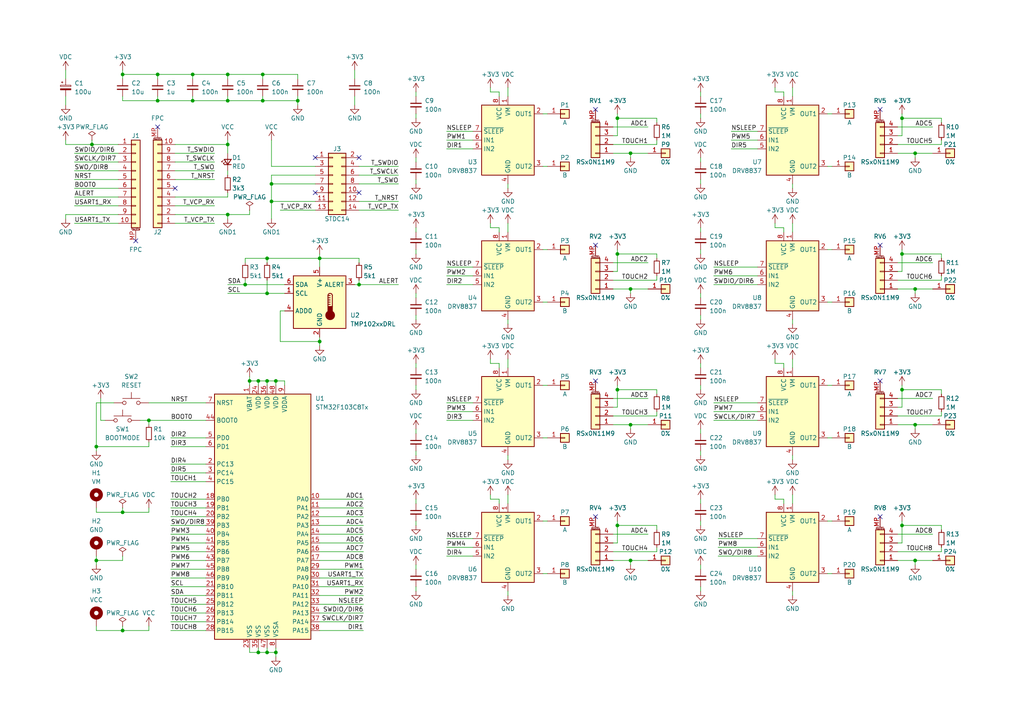
<source format=kicad_sch>
(kicad_sch (version 20211123) (generator eeschema)

  (uuid 47ef7db7-299d-4f78-9abd-30c71fd4cb96)

  (paper "A4")

  

  (junction (at 179.07 113.03) (diameter 0) (color 0 0 0 0)
    (uuid 02e59205-fbfe-4d78-a043-1e22a8d4e85a)
  )
  (junction (at 72.39 110.49) (diameter 0) (color 0 0 0 0)
    (uuid 040aefeb-5635-4043-82f3-760ad7a5c51d)
  )
  (junction (at 182.88 44.45) (diameter 0) (color 0 0 0 0)
    (uuid 047e52b9-47a3-4bb4-923d-4b4e5c62bf84)
  )
  (junction (at 35.56 148.59) (diameter 0) (color 0 0 0 0)
    (uuid 0717ec93-7cce-449f-add0-a847d9befade)
  )
  (junction (at 55.88 21.59) (diameter 0) (color 0 0 0 0)
    (uuid 07184488-0111-4e55-8a0f-0eb8a8747fbd)
  )
  (junction (at 86.36 29.21) (diameter 0) (color 0 0 0 0)
    (uuid 0cd718ea-a0b6-4a33-9b60-19fa926a4ea2)
  )
  (junction (at 265.43 44.45) (diameter 0) (color 0 0 0 0)
    (uuid 182598ad-124e-498d-ae48-2a35bc90c76e)
  )
  (junction (at 182.88 123.19) (diameter 0) (color 0 0 0 0)
    (uuid 18c5de0c-427f-4d08-a346-32dd51058570)
  )
  (junction (at 92.71 74.93) (diameter 0) (color 0 0 0 0)
    (uuid 1c0d8bf8-d782-45c4-875d-267f5d782535)
  )
  (junction (at 92.71 99.06) (diameter 0) (color 0 0 0 0)
    (uuid 1ddf3aa2-3b43-406d-9e15-b4abaec205f0)
  )
  (junction (at 265.43 162.56) (diameter 0) (color 0 0 0 0)
    (uuid 2ac2afdf-88f5-495b-b127-94595d62461e)
  )
  (junction (at 78.74 53.34) (diameter 0) (color 0 0 0 0)
    (uuid 2ba7380b-b8b7-434e-b186-aed53faad144)
  )
  (junction (at 179.07 73.66) (diameter 0) (color 0 0 0 0)
    (uuid 2c6c6d64-f41a-4446-af7a-06b5173677e0)
  )
  (junction (at 76.2 29.21) (diameter 0) (color 0 0 0 0)
    (uuid 39cdc67b-dbae-44f6-bc4b-e7d0856dc8b7)
  )
  (junction (at 45.72 29.21) (diameter 0) (color 0 0 0 0)
    (uuid 3d2bbb8f-def9-487f-b3ae-a50ddde70062)
  )
  (junction (at 179.07 152.4) (diameter 0) (color 0 0 0 0)
    (uuid 3d7098f0-c9c3-43ba-b75e-b46aaadda80b)
  )
  (junction (at 43.18 121.92) (diameter 0) (color 0 0 0 0)
    (uuid 4a4fda81-5a9a-47fa-a57c-dc26a77dc419)
  )
  (junction (at 27.94 162.56) (diameter 0) (color 0 0 0 0)
    (uuid 4c0a640d-2db5-49fd-9937-6e62b097c8a9)
  )
  (junction (at 78.74 58.42) (diameter 0) (color 0 0 0 0)
    (uuid 4ea10aea-c1a9-451b-af60-4ff7ba5e94ab)
  )
  (junction (at 26.67 41.91) (diameter 0) (color 0 0 0 0)
    (uuid 56112619-906c-4726-a93a-ae62dd763a6b)
  )
  (junction (at 35.56 182.88) (diameter 0) (color 0 0 0 0)
    (uuid 5953e592-d6fb-4dc1-b8d1-1f402d990081)
  )
  (junction (at 265.43 83.82) (diameter 0) (color 0 0 0 0)
    (uuid 59908d17-1cfe-4f92-9b23-2a836ce18518)
  )
  (junction (at 265.43 123.19) (diameter 0) (color 0 0 0 0)
    (uuid 5e44b899-786d-415b-ba82-2e852abe6324)
  )
  (junction (at 77.47 74.93) (diameter 0) (color 0 0 0 0)
    (uuid 625ae305-a030-4a28-96e7-c875cb986abd)
  )
  (junction (at 76.2 21.59) (diameter 0) (color 0 0 0 0)
    (uuid 629bf52f-84a2-4021-ab96-4f4da23e8915)
  )
  (junction (at 77.47 85.09) (diameter 0) (color 0 0 0 0)
    (uuid 6bb5d774-a92a-4f35-b29a-f822d143f51c)
  )
  (junction (at 182.88 162.56) (diameter 0) (color 0 0 0 0)
    (uuid 6c79a37c-aa91-4566-920f-18b508b81ff6)
  )
  (junction (at 261.62 152.4) (diameter 0) (color 0 0 0 0)
    (uuid 72cb4957-bb88-4601-a618-0d485190d706)
  )
  (junction (at 77.47 189.23) (diameter 0) (color 0 0 0 0)
    (uuid 83e73f15-af86-4072-895f-fc98ebf82dfd)
  )
  (junction (at 66.04 62.23) (diameter 0) (color 0 0 0 0)
    (uuid 85ba44dc-025d-4529-a4a2-980658f9b532)
  )
  (junction (at 80.01 110.49) (diameter 0) (color 0 0 0 0)
    (uuid 86a980ba-66e5-465b-b69f-8451d386f49f)
  )
  (junction (at 80.01 189.23) (diameter 0) (color 0 0 0 0)
    (uuid 8bc678b2-3aaa-4b86-92e6-787d89ccb432)
  )
  (junction (at 261.62 34.29) (diameter 0) (color 0 0 0 0)
    (uuid 91ac965e-36c6-4ad8-89cc-8e237e2cf015)
  )
  (junction (at 77.47 110.49) (diameter 0) (color 0 0 0 0)
    (uuid 939cfd2e-2173-40b7-8793-3feae710b8e7)
  )
  (junction (at 45.72 21.59) (diameter 0) (color 0 0 0 0)
    (uuid 951c9b82-52bd-44a7-899c-618b0fd2cdbd)
  )
  (junction (at 74.93 189.23) (diameter 0) (color 0 0 0 0)
    (uuid 9bf61b01-309f-4fbd-ab49-188da81ed2f0)
  )
  (junction (at 66.04 29.21) (diameter 0) (color 0 0 0 0)
    (uuid 9de75551-dc21-4d74-92f6-ca850f68ddd4)
  )
  (junction (at 27.94 129.54) (diameter 0) (color 0 0 0 0)
    (uuid a36fac57-7abd-42d1-a69a-d7a111102b68)
  )
  (junction (at 74.93 110.49) (diameter 0) (color 0 0 0 0)
    (uuid aeb9a1ba-93d2-40b6-a24d-53221830b8af)
  )
  (junction (at 179.07 34.29) (diameter 0) (color 0 0 0 0)
    (uuid af750230-80ad-4408-8665-2ccf655688ba)
  )
  (junction (at 35.56 21.59) (diameter 0) (color 0 0 0 0)
    (uuid b1a04391-444e-42e1-b221-a677030b7001)
  )
  (junction (at 104.14 82.55) (diameter 0) (color 0 0 0 0)
    (uuid b77490da-6553-4ad3-ae8e-e053567297d5)
  )
  (junction (at 66.04 21.59) (diameter 0) (color 0 0 0 0)
    (uuid c8c11ba3-d292-4c2a-b335-4751e243ac87)
  )
  (junction (at 261.62 73.66) (diameter 0) (color 0 0 0 0)
    (uuid cf62462b-b03c-4717-b9a4-973e9e7029bf)
  )
  (junction (at 182.88 83.82) (diameter 0) (color 0 0 0 0)
    (uuid d3ca7513-b057-43ab-9135-6ad3b83aec05)
  )
  (junction (at 261.62 113.03) (diameter 0) (color 0 0 0 0)
    (uuid d6bd57ed-240e-4045-bff7-bb762e7eedde)
  )
  (junction (at 71.12 82.55) (diameter 0) (color 0 0 0 0)
    (uuid db9eba7e-2c46-4a94-9dd2-54dc31663dfb)
  )
  (junction (at 66.04 41.91) (diameter 0) (color 0 0 0 0)
    (uuid f9cf06b9-e125-4b12-9844-5427c40c42d6)
  )
  (junction (at 55.88 29.21) (diameter 0) (color 0 0 0 0)
    (uuid ffec608c-ce52-4d2f-a63e-4c104b8d9867)
  )

  (no_connect (at 172.72 71.12) (uuid 0b7d109f-a43a-4fa7-9028-71a64029bfd5))
  (no_connect (at 255.27 110.49) (uuid 12fbcd10-82f6-4fd0-b741-7ede123f579a))
  (no_connect (at 172.72 31.75) (uuid 16d8e933-ed2c-4605-99b9-260ce4282ab8))
  (no_connect (at 172.72 149.86) (uuid 224ef0b3-4ead-43f9-9e33-d6bd5998598d))
  (no_connect (at 50.8 54.61) (uuid 33b0b128-19de-45d9-9560-ef1b16236d87))
  (no_connect (at 255.27 71.12) (uuid 5c7129b1-9ac2-45ef-b267-cfe6c1ffa968))
  (no_connect (at 104.14 45.72) (uuid 63e7d5d4-d982-4ca8-bfb0-362d60a1b992))
  (no_connect (at 172.72 110.49) (uuid 687e39e9-83f4-4f56-87ec-12b1b8100469))
  (no_connect (at 91.44 45.72) (uuid 69ca0115-9b1b-4311-acd6-08bf06471dcc))
  (no_connect (at 39.37 69.85) (uuid 6beddf35-7b3b-44a1-afd0-7cf5129a1892))
  (no_connect (at 91.44 55.88) (uuid 97e26849-fa87-4eb2-b012-103a1985fda5))
  (no_connect (at 45.72 36.83) (uuid acf9123f-49d6-4331-ab9e-b1a6ec6c7c32))
  (no_connect (at 104.14 55.88) (uuid b4c34571-38d5-4f88-b478-4d9e01df4bc7))
  (no_connect (at 255.27 31.75) (uuid c7d250c8-5947-4c17-9142-5787124f9aef))
  (no_connect (at 255.27 149.86) (uuid d2e9a4c9-e019-46dc-b0a2-78243a4e9d13))

  (wire (pts (xy 27.94 162.56) (xy 27.94 163.83))
    (stroke (width 0) (type default) (color 0 0 0 0))
    (uuid 0048ad90-83bc-4d23-b958-9075c404bbb2)
  )
  (wire (pts (xy 92.71 162.56) (xy 105.41 162.56))
    (stroke (width 0) (type default) (color 0 0 0 0))
    (uuid 00a7ba10-1556-4f83-aefd-d97f0c16649a)
  )
  (wire (pts (xy 35.56 21.59) (xy 45.72 21.59))
    (stroke (width 0) (type default) (color 0 0 0 0))
    (uuid 01b31b82-1a41-4cb5-98a7-3fa2f080a861)
  )
  (wire (pts (xy 49.53 165.1) (xy 59.69 165.1))
    (stroke (width 0) (type default) (color 0 0 0 0))
    (uuid 01b826c9-8b44-4a81-9502-60396a5e0b87)
  )
  (wire (pts (xy 26.67 40.64) (xy 26.67 41.91))
    (stroke (width 0) (type default) (color 0 0 0 0))
    (uuid 01cf38c0-c484-4f24-b3a9-b9a3678eb794)
  )
  (wire (pts (xy 21.59 44.45) (xy 34.29 44.45))
    (stroke (width 0) (type default) (color 0 0 0 0))
    (uuid 03f4ea51-16bb-4c12-960b-df05c26c3f15)
  )
  (wire (pts (xy 227.33 27.94) (xy 227.33 26.67))
    (stroke (width 0) (type default) (color 0 0 0 0))
    (uuid 047b2ed8-bb36-4fd1-8bae-29b8548e43d1)
  )
  (wire (pts (xy 190.5 41.91) (xy 190.5 40.64))
    (stroke (width 0) (type default) (color 0 0 0 0))
    (uuid 05f3716b-31b8-46ae-8668-01881d31f1a5)
  )
  (wire (pts (xy 66.04 27.94) (xy 66.04 29.21))
    (stroke (width 0) (type default) (color 0 0 0 0))
    (uuid 061be30a-67db-4872-9608-fa2b87f2ca0f)
  )
  (wire (pts (xy 76.2 27.94) (xy 76.2 29.21))
    (stroke (width 0) (type default) (color 0 0 0 0))
    (uuid 06212692-73e6-494b-af4c-cf3c4ea9d7bf)
  )
  (wire (pts (xy 203.2 45.72) (xy 203.2 46.99))
    (stroke (width 0) (type default) (color 0 0 0 0))
    (uuid 0642f998-4dbd-461d-aee4-adf7d15b1871)
  )
  (wire (pts (xy 76.2 29.21) (xy 86.36 29.21))
    (stroke (width 0) (type default) (color 0 0 0 0))
    (uuid 06833611-1471-4b27-b271-8afabe33edf3)
  )
  (wire (pts (xy 129.54 82.55) (xy 137.16 82.55))
    (stroke (width 0) (type default) (color 0 0 0 0))
    (uuid 0835a9e3-3602-4ae6-8f23-6d695dc7d6de)
  )
  (wire (pts (xy 49.53 139.7) (xy 59.69 139.7))
    (stroke (width 0) (type default) (color 0 0 0 0))
    (uuid 0924b74a-401c-41bb-b0eb-18306fa3ac23)
  )
  (wire (pts (xy 157.48 151.13) (xy 158.75 151.13))
    (stroke (width 0) (type default) (color 0 0 0 0))
    (uuid 09e71239-6acf-49c6-9378-8ed8f3fe16a5)
  )
  (wire (pts (xy 177.8 120.65) (xy 190.5 120.65))
    (stroke (width 0) (type default) (color 0 0 0 0))
    (uuid 0c1d8c0a-3958-4e88-8555-b5897c113d75)
  )
  (wire (pts (xy 203.2 144.78) (xy 203.2 146.05))
    (stroke (width 0) (type default) (color 0 0 0 0))
    (uuid 0c739466-7331-49b2-a318-41408d2da4e9)
  )
  (wire (pts (xy 66.04 49.53) (xy 66.04 50.8))
    (stroke (width 0) (type default) (color 0 0 0 0))
    (uuid 0d66dd5b-1212-4145-8bc1-ce5600f6789d)
  )
  (wire (pts (xy 229.87 25.4) (xy 229.87 27.94))
    (stroke (width 0) (type default) (color 0 0 0 0))
    (uuid 103dd90b-962b-4699-a4af-a7791959d066)
  )
  (wire (pts (xy 72.39 62.23) (xy 72.39 60.96))
    (stroke (width 0) (type default) (color 0 0 0 0))
    (uuid 105480f3-f8ae-4ffd-9ec2-e72240407681)
  )
  (wire (pts (xy 50.8 57.15) (xy 66.04 57.15))
    (stroke (width 0) (type default) (color 0 0 0 0))
    (uuid 10830687-791d-42a2-a4af-08e2cf7a5da3)
  )
  (wire (pts (xy 92.71 147.32) (xy 105.41 147.32))
    (stroke (width 0) (type default) (color 0 0 0 0))
    (uuid 1112ac3a-2b1f-429b-9faa-f5a4a1f5eb54)
  )
  (wire (pts (xy 182.88 123.19) (xy 187.96 123.19))
    (stroke (width 0) (type default) (color 0 0 0 0))
    (uuid 136a25f9-77ff-4035-abf6-43d7fc80424f)
  )
  (wire (pts (xy 35.56 182.88) (xy 43.18 182.88))
    (stroke (width 0) (type default) (color 0 0 0 0))
    (uuid 144b3945-a458-4e1e-8503-bb28ec640dc4)
  )
  (wire (pts (xy 21.59 59.69) (xy 34.29 59.69))
    (stroke (width 0) (type default) (color 0 0 0 0))
    (uuid 15424ec7-6341-471d-8941-324b01edace1)
  )
  (wire (pts (xy 207.01 119.38) (xy 219.71 119.38))
    (stroke (width 0) (type default) (color 0 0 0 0))
    (uuid 15d534ce-7fb1-499b-80b5-56b6ce8d096f)
  )
  (wire (pts (xy 240.03 48.26) (xy 241.3 48.26))
    (stroke (width 0) (type default) (color 0 0 0 0))
    (uuid 16570834-6d76-43f7-8483-735babe30945)
  )
  (wire (pts (xy 19.05 62.23) (xy 34.29 62.23))
    (stroke (width 0) (type default) (color 0 0 0 0))
    (uuid 18477cf2-6b44-4d08-b52a-8c79d3767a7b)
  )
  (wire (pts (xy 190.5 152.4) (xy 179.07 152.4))
    (stroke (width 0) (type default) (color 0 0 0 0))
    (uuid 18c32a71-ffb5-45da-b5ba-0f37219aee7a)
  )
  (wire (pts (xy 224.79 144.78) (xy 224.79 143.51))
    (stroke (width 0) (type default) (color 0 0 0 0))
    (uuid 1b06fe50-7a6e-48b3-b41f-b2f998057ccf)
  )
  (wire (pts (xy 261.62 111.76) (xy 261.62 113.03))
    (stroke (width 0) (type default) (color 0 0 0 0))
    (uuid 1c173dd5-706b-45d3-876d-e1eb352a83dc)
  )
  (wire (pts (xy 273.05 35.56) (xy 273.05 34.29))
    (stroke (width 0) (type default) (color 0 0 0 0))
    (uuid 1cc12b88-b225-46ca-8f1d-cc7393951f9e)
  )
  (wire (pts (xy 81.28 90.17) (xy 81.28 99.06))
    (stroke (width 0) (type default) (color 0 0 0 0))
    (uuid 1ee632e0-0613-4c3f-a796-49699c2fbe45)
  )
  (wire (pts (xy 27.94 161.29) (xy 27.94 162.56))
    (stroke (width 0) (type default) (color 0 0 0 0))
    (uuid 2036c825-4f95-4759-ba77-465d489ddb56)
  )
  (wire (pts (xy 177.8 160.02) (xy 190.5 160.02))
    (stroke (width 0) (type default) (color 0 0 0 0))
    (uuid 20a46144-b55b-4f54-816e-21fe4ed816bd)
  )
  (wire (pts (xy 227.33 26.67) (xy 224.79 26.67))
    (stroke (width 0) (type default) (color 0 0 0 0))
    (uuid 2128cf3a-8399-434d-a89b-a781794813dd)
  )
  (wire (pts (xy 76.2 21.59) (xy 86.36 21.59))
    (stroke (width 0) (type default) (color 0 0 0 0))
    (uuid 2434cc48-e2e8-4d71-a181-3cafdb7c62d7)
  )
  (wire (pts (xy 261.62 113.03) (xy 261.62 118.11))
    (stroke (width 0) (type default) (color 0 0 0 0))
    (uuid 2483aa9a-eac4-45e1-af08-a1262cd7ded9)
  )
  (wire (pts (xy 19.05 20.32) (xy 19.05 22.86))
    (stroke (width 0) (type default) (color 0 0 0 0))
    (uuid 24ec5f5b-87fa-4940-ac7e-5faf5a8a70f3)
  )
  (wire (pts (xy 179.07 157.48) (xy 177.8 157.48))
    (stroke (width 0) (type default) (color 0 0 0 0))
    (uuid 24f9a29d-4a1c-4f06-905a-9f19cf256ecf)
  )
  (wire (pts (xy 77.47 110.49) (xy 77.47 111.76))
    (stroke (width 0) (type default) (color 0 0 0 0))
    (uuid 2648eafd-6e5f-4004-9095-ac7a69dc4fad)
  )
  (wire (pts (xy 50.8 59.69) (xy 62.23 59.69))
    (stroke (width 0) (type default) (color 0 0 0 0))
    (uuid 2849b9d7-06b0-49fa-aa5b-431d58f67167)
  )
  (wire (pts (xy 260.35 41.91) (xy 273.05 41.91))
    (stroke (width 0) (type default) (color 0 0 0 0))
    (uuid 28b9d47c-e561-47de-9f6b-f04112f4c538)
  )
  (wire (pts (xy 120.65 45.72) (xy 120.65 46.99))
    (stroke (width 0) (type default) (color 0 0 0 0))
    (uuid 298e2db9-735e-4aae-af3b-9f95de65ed37)
  )
  (wire (pts (xy 71.12 81.28) (xy 71.12 82.55))
    (stroke (width 0) (type default) (color 0 0 0 0))
    (uuid 2abae203-dc9d-479d-ada9-196cefe41364)
  )
  (wire (pts (xy 260.35 120.65) (xy 273.05 120.65))
    (stroke (width 0) (type default) (color 0 0 0 0))
    (uuid 2b079a5e-f2f5-4fbc-8faa-1732830727de)
  )
  (wire (pts (xy 273.05 153.67) (xy 273.05 152.4))
    (stroke (width 0) (type default) (color 0 0 0 0))
    (uuid 2b09ca19-6159-4608-8244-237105506344)
  )
  (wire (pts (xy 40.64 121.92) (xy 43.18 121.92))
    (stroke (width 0) (type default) (color 0 0 0 0))
    (uuid 2de32d0a-606d-4766-a320-890b31d959a5)
  )
  (wire (pts (xy 80.01 187.96) (xy 80.01 189.23))
    (stroke (width 0) (type default) (color 0 0 0 0))
    (uuid 2eaf0a90-188f-4fc5-8bbd-a9aac8cc5696)
  )
  (wire (pts (xy 120.65 91.44) (xy 120.65 92.71))
    (stroke (width 0) (type default) (color 0 0 0 0))
    (uuid 2eb5e1b2-de6a-4e80-b372-a8a2eac0cac3)
  )
  (wire (pts (xy 120.65 33.02) (xy 120.65 34.29))
    (stroke (width 0) (type default) (color 0 0 0 0))
    (uuid 2f3f5414-49f8-4f97-aa06-97a77be350bb)
  )
  (wire (pts (xy 203.2 52.07) (xy 203.2 53.34))
    (stroke (width 0) (type default) (color 0 0 0 0))
    (uuid 305ea620-32d6-4abe-a54f-dcbf031478f6)
  )
  (wire (pts (xy 27.94 129.54) (xy 43.18 129.54))
    (stroke (width 0) (type default) (color 0 0 0 0))
    (uuid 31057839-6190-4f01-a3ad-9db86dc7d2ae)
  )
  (wire (pts (xy 260.35 76.2) (xy 270.51 76.2))
    (stroke (width 0) (type default) (color 0 0 0 0))
    (uuid 3115583a-4e79-4e6a-bcfe-511b12b82592)
  )
  (wire (pts (xy 92.71 182.88) (xy 105.41 182.88))
    (stroke (width 0) (type default) (color 0 0 0 0))
    (uuid 3259096f-6ae6-45bf-88e3-ebc10e53a7c9)
  )
  (wire (pts (xy 49.53 162.56) (xy 59.69 162.56))
    (stroke (width 0) (type default) (color 0 0 0 0))
    (uuid 3286184f-8a70-4b98-bcfe-1fad9f2663de)
  )
  (wire (pts (xy 92.71 144.78) (xy 105.41 144.78))
    (stroke (width 0) (type default) (color 0 0 0 0))
    (uuid 343a4045-4691-4ea7-b90f-88f6446595e2)
  )
  (wire (pts (xy 203.2 130.81) (xy 203.2 132.08))
    (stroke (width 0) (type default) (color 0 0 0 0))
    (uuid 35357af0-0fbd-4687-9288-b0be0ef85c40)
  )
  (wire (pts (xy 157.48 127) (xy 158.75 127))
    (stroke (width 0) (type default) (color 0 0 0 0))
    (uuid 3546a8d6-112f-400f-9954-2b5423ae0754)
  )
  (wire (pts (xy 49.53 160.02) (xy 59.69 160.02))
    (stroke (width 0) (type default) (color 0 0 0 0))
    (uuid 3561c945-ba86-4519-9a82-0cfe1e607ecf)
  )
  (wire (pts (xy 29.21 121.92) (xy 30.48 121.92))
    (stroke (width 0) (type default) (color 0 0 0 0))
    (uuid 361b7cad-adb7-41c1-b169-d0641309939e)
  )
  (wire (pts (xy 86.36 27.94) (xy 86.36 29.21))
    (stroke (width 0) (type default) (color 0 0 0 0))
    (uuid 3666ceed-0ddb-4136-9bb1-1cdf5100b893)
  )
  (wire (pts (xy 229.87 92.71) (xy 229.87 93.98))
    (stroke (width 0) (type default) (color 0 0 0 0))
    (uuid 36de211c-edef-47b2-bbe0-06c7f2ced8cf)
  )
  (wire (pts (xy 74.93 189.23) (xy 77.47 189.23))
    (stroke (width 0) (type default) (color 0 0 0 0))
    (uuid 37688c72-1d35-414d-aba3-13220f03c0dc)
  )
  (wire (pts (xy 92.71 149.86) (xy 105.41 149.86))
    (stroke (width 0) (type default) (color 0 0 0 0))
    (uuid 37bb9520-10c6-44ec-99a9-2b6abbcb446b)
  )
  (wire (pts (xy 129.54 77.47) (xy 137.16 77.47))
    (stroke (width 0) (type default) (color 0 0 0 0))
    (uuid 38baaa32-e0d7-4a6f-9e6d-4b876be2651f)
  )
  (wire (pts (xy 21.59 49.53) (xy 34.29 49.53))
    (stroke (width 0) (type default) (color 0 0 0 0))
    (uuid 39000122-f575-4498-a91b-b1ff8888fcb8)
  )
  (wire (pts (xy 120.65 72.39) (xy 120.65 73.66))
    (stroke (width 0) (type default) (color 0 0 0 0))
    (uuid 3abaa11b-ed2b-43b6-8ff7-76a543cef6f5)
  )
  (wire (pts (xy 260.35 162.56) (xy 265.43 162.56))
    (stroke (width 0) (type default) (color 0 0 0 0))
    (uuid 3cdf7881-13a2-4ea6-b523-16e65009cc71)
  )
  (wire (pts (xy 261.62 73.66) (xy 261.62 78.74))
    (stroke (width 0) (type default) (color 0 0 0 0))
    (uuid 3d10fc0c-df55-49c2-978d-d254a24308fa)
  )
  (wire (pts (xy 102.87 20.32) (xy 102.87 22.86))
    (stroke (width 0) (type default) (color 0 0 0 0))
    (uuid 3da7dec0-c121-441f-b375-9c725f798b72)
  )
  (wire (pts (xy 273.05 81.28) (xy 273.05 80.01))
    (stroke (width 0) (type default) (color 0 0 0 0))
    (uuid 3dd4ad2a-51a5-4535-a62c-1a1a59b7438a)
  )
  (wire (pts (xy 92.71 74.93) (xy 92.71 77.47))
    (stroke (width 0) (type default) (color 0 0 0 0))
    (uuid 3f8c77b9-36ea-4808-a082-e726d5a8140e)
  )
  (wire (pts (xy 92.71 167.64) (xy 105.41 167.64))
    (stroke (width 0) (type default) (color 0 0 0 0))
    (uuid 3fc622ff-6430-4de5-a1b2-85d68778dc2f)
  )
  (wire (pts (xy 179.07 33.02) (xy 179.07 34.29))
    (stroke (width 0) (type default) (color 0 0 0 0))
    (uuid 3fefd4ec-9ffb-4bc9-93a6-3d40b8db6e22)
  )
  (wire (pts (xy 224.79 26.67) (xy 224.79 25.4))
    (stroke (width 0) (type default) (color 0 0 0 0))
    (uuid 40089413-4c86-40d3-b144-14394430a3ed)
  )
  (wire (pts (xy 80.01 189.23) (xy 80.01 190.5))
    (stroke (width 0) (type default) (color 0 0 0 0))
    (uuid 401d4367-61bf-4fbc-bada-b9542db0119b)
  )
  (wire (pts (xy 91.44 48.26) (xy 78.74 48.26))
    (stroke (width 0) (type default) (color 0 0 0 0))
    (uuid 40d362d9-8ea2-41ae-bfce-c399f8ccea2d)
  )
  (wire (pts (xy 203.2 33.02) (xy 203.2 34.29))
    (stroke (width 0) (type default) (color 0 0 0 0))
    (uuid 40eadd84-3c7f-4975-b1eb-04097a72602c)
  )
  (wire (pts (xy 203.2 124.46) (xy 203.2 125.73))
    (stroke (width 0) (type default) (color 0 0 0 0))
    (uuid 416f81ec-9c28-461a-a36e-fa70f7dee20c)
  )
  (wire (pts (xy 144.78 66.04) (xy 142.24 66.04))
    (stroke (width 0) (type default) (color 0 0 0 0))
    (uuid 417a0328-ea24-4c0a-8b8c-bb597a795170)
  )
  (wire (pts (xy 142.24 144.78) (xy 142.24 143.51))
    (stroke (width 0) (type default) (color 0 0 0 0))
    (uuid 41d2ceeb-a7e6-44fc-bf55-f3bb4d04b052)
  )
  (wire (pts (xy 102.87 82.55) (xy 104.14 82.55))
    (stroke (width 0) (type default) (color 0 0 0 0))
    (uuid 42b41050-bb9f-471a-a005-610e4f18d7de)
  )
  (wire (pts (xy 147.32 64.77) (xy 147.32 67.31))
    (stroke (width 0) (type default) (color 0 0 0 0))
    (uuid 43be1260-a8bd-417e-b504-b2b83b27ed06)
  )
  (wire (pts (xy 203.2 26.67) (xy 203.2 27.94))
    (stroke (width 0) (type default) (color 0 0 0 0))
    (uuid 43fc202f-f746-490f-934b-108f80c57c74)
  )
  (wire (pts (xy 104.14 50.8) (xy 115.57 50.8))
    (stroke (width 0) (type default) (color 0 0 0 0))
    (uuid 45b35df2-28bc-4c46-a20e-536740edf78c)
  )
  (wire (pts (xy 273.05 74.93) (xy 273.05 73.66))
    (stroke (width 0) (type default) (color 0 0 0 0))
    (uuid 47161acf-abd8-45b8-b533-2028ffa498ce)
  )
  (wire (pts (xy 207.01 116.84) (xy 219.71 116.84))
    (stroke (width 0) (type default) (color 0 0 0 0))
    (uuid 47757826-649c-412c-ab9d-433e0c214d34)
  )
  (wire (pts (xy 190.5 34.29) (xy 179.07 34.29))
    (stroke (width 0) (type default) (color 0 0 0 0))
    (uuid 47a39c59-deca-456c-8de4-a1d78fc3f65f)
  )
  (wire (pts (xy 227.33 144.78) (xy 224.79 144.78))
    (stroke (width 0) (type default) (color 0 0 0 0))
    (uuid 48ae2a3c-23ca-4374-91fc-02e35e1ccf1e)
  )
  (wire (pts (xy 260.35 36.83) (xy 270.51 36.83))
    (stroke (width 0) (type default) (color 0 0 0 0))
    (uuid 48d7735b-fbd6-4523-8907-d23024458151)
  )
  (wire (pts (xy 92.71 152.4) (xy 105.41 152.4))
    (stroke (width 0) (type default) (color 0 0 0 0))
    (uuid 493f0068-37c5-4744-b9b0-b2b9ad9ebea8)
  )
  (wire (pts (xy 120.65 111.76) (xy 120.65 113.03))
    (stroke (width 0) (type default) (color 0 0 0 0))
    (uuid 4b11054d-0177-4bb2-80c4-7694eadb1acf)
  )
  (wire (pts (xy 45.72 29.21) (xy 55.88 29.21))
    (stroke (width 0) (type default) (color 0 0 0 0))
    (uuid 4b72cc0c-3552-4aaf-b9f6-c29d4053f08f)
  )
  (wire (pts (xy 21.59 64.77) (xy 34.29 64.77))
    (stroke (width 0) (type default) (color 0 0 0 0))
    (uuid 4bbd0715-c8ec-44f7-911f-7b779b7e950f)
  )
  (wire (pts (xy 182.88 83.82) (xy 187.96 83.82))
    (stroke (width 0) (type default) (color 0 0 0 0))
    (uuid 4deb6a48-05ed-4698-ab47-a9eaa631b0b0)
  )
  (wire (pts (xy 104.14 53.34) (xy 115.57 53.34))
    (stroke (width 0) (type default) (color 0 0 0 0))
    (uuid 5029124e-dd1b-4290-aca0-7036bbc3b4d2)
  )
  (wire (pts (xy 207.01 80.01) (xy 219.71 80.01))
    (stroke (width 0) (type default) (color 0 0 0 0))
    (uuid 5079c196-bfe3-4dcc-a397-aa1216810b80)
  )
  (wire (pts (xy 120.65 105.41) (xy 120.65 106.68))
    (stroke (width 0) (type default) (color 0 0 0 0))
    (uuid 509c4c26-debb-49a4-9819-3f18cddc1b36)
  )
  (wire (pts (xy 265.43 123.19) (xy 270.51 123.19))
    (stroke (width 0) (type default) (color 0 0 0 0))
    (uuid 50f91485-8c02-4c93-aa55-ac0e8825a860)
  )
  (wire (pts (xy 120.65 151.13) (xy 120.65 152.4))
    (stroke (width 0) (type default) (color 0 0 0 0))
    (uuid 5138c3e6-3d29-4b98-bdd8-58cfd0515b57)
  )
  (wire (pts (xy 82.55 111.76) (xy 82.55 110.49))
    (stroke (width 0) (type default) (color 0 0 0 0))
    (uuid 51dd7b7d-5eda-4e12-9c37-480c9f5fad13)
  )
  (wire (pts (xy 66.04 82.55) (xy 71.12 82.55))
    (stroke (width 0) (type default) (color 0 0 0 0))
    (uuid 521bbf3c-1575-4526-9a24-dfd6b2c7e1b8)
  )
  (wire (pts (xy 49.53 157.48) (xy 59.69 157.48))
    (stroke (width 0) (type default) (color 0 0 0 0))
    (uuid 5394d6bf-07a1-4c64-b45f-ab6618d4524b)
  )
  (wire (pts (xy 72.39 110.49) (xy 74.93 110.49))
    (stroke (width 0) (type default) (color 0 0 0 0))
    (uuid 54784272-d671-432e-b766-91082b058b18)
  )
  (wire (pts (xy 177.8 76.2) (xy 187.96 76.2))
    (stroke (width 0) (type default) (color 0 0 0 0))
    (uuid 54bacf47-310e-4a91-85b0-c4f67038ec59)
  )
  (wire (pts (xy 273.05 160.02) (xy 273.05 158.75))
    (stroke (width 0) (type default) (color 0 0 0 0))
    (uuid 54f2b024-ae9d-4a4e-b686-2f010f4fba39)
  )
  (wire (pts (xy 265.43 83.82) (xy 270.51 83.82))
    (stroke (width 0) (type default) (color 0 0 0 0))
    (uuid 55f6b037-f576-4b0f-a2a9-fdfaa019ff98)
  )
  (wire (pts (xy 190.5 73.66) (xy 179.07 73.66))
    (stroke (width 0) (type default) (color 0 0 0 0))
    (uuid 565ae076-6e70-4ba9-8be9-92eb4887ad27)
  )
  (wire (pts (xy 203.2 66.04) (xy 203.2 67.31))
    (stroke (width 0) (type default) (color 0 0 0 0))
    (uuid 56f9e8bc-9740-4572-8007-79583ef90ca0)
  )
  (wire (pts (xy 19.05 40.64) (xy 19.05 41.91))
    (stroke (width 0) (type default) (color 0 0 0 0))
    (uuid 5b039e59-f332-489a-94ce-25f58b432a02)
  )
  (wire (pts (xy 203.2 85.09) (xy 203.2 86.36))
    (stroke (width 0) (type default) (color 0 0 0 0))
    (uuid 5be17520-46da-4400-b149-7faa88afba9a)
  )
  (wire (pts (xy 273.05 41.91) (xy 273.05 40.64))
    (stroke (width 0) (type default) (color 0 0 0 0))
    (uuid 5c535c47-be3d-4791-9017-b297099a5f10)
  )
  (wire (pts (xy 27.94 181.61) (xy 27.94 182.88))
    (stroke (width 0) (type default) (color 0 0 0 0))
    (uuid 5c8a274f-4176-4d38-905e-3d95d43e8de2)
  )
  (wire (pts (xy 261.62 151.13) (xy 261.62 152.4))
    (stroke (width 0) (type default) (color 0 0 0 0))
    (uuid 5cdf5880-bd70-47a7-b575-e1e140855607)
  )
  (wire (pts (xy 273.05 113.03) (xy 261.62 113.03))
    (stroke (width 0) (type default) (color 0 0 0 0))
    (uuid 5e015c11-beac-4cb8-b707-a0f88bb03d65)
  )
  (wire (pts (xy 26.67 41.91) (xy 34.29 41.91))
    (stroke (width 0) (type default) (color 0 0 0 0))
    (uuid 5e4a7503-d9d4-4413-8047-a100289772d3)
  )
  (wire (pts (xy 147.32 132.08) (xy 147.32 133.35))
    (stroke (width 0) (type default) (color 0 0 0 0))
    (uuid 5e6bf736-d6a1-4f72-b0ed-0489d0b7367e)
  )
  (wire (pts (xy 179.07 34.29) (xy 179.07 39.37))
    (stroke (width 0) (type default) (color 0 0 0 0))
    (uuid 5f5189a0-741e-4d99-9d4a-2af582e985aa)
  )
  (wire (pts (xy 49.53 129.54) (xy 59.69 129.54))
    (stroke (width 0) (type default) (color 0 0 0 0))
    (uuid 5f69a346-f60a-401e-bb0e-4165e28bad46)
  )
  (wire (pts (xy 55.88 29.21) (xy 66.04 29.21))
    (stroke (width 0) (type default) (color 0 0 0 0))
    (uuid 5fae56fc-4188-478c-be4f-680ddf84875b)
  )
  (wire (pts (xy 265.43 162.56) (xy 265.43 163.83))
    (stroke (width 0) (type default) (color 0 0 0 0))
    (uuid 5fbd08ad-6835-46c4-b4e5-8807082732c3)
  )
  (wire (pts (xy 120.65 124.46) (xy 120.65 125.73))
    (stroke (width 0) (type default) (color 0 0 0 0))
    (uuid 60ad0e44-7685-4e5a-b725-0aaad5b4d158)
  )
  (wire (pts (xy 147.32 53.34) (xy 147.32 54.61))
    (stroke (width 0) (type default) (color 0 0 0 0))
    (uuid 60eddfc0-545d-4417-af58-6fa1074350f8)
  )
  (wire (pts (xy 260.35 44.45) (xy 265.43 44.45))
    (stroke (width 0) (type default) (color 0 0 0 0))
    (uuid 61841c46-0617-4a84-baaa-8f7d03230aee)
  )
  (wire (pts (xy 260.35 154.94) (xy 270.51 154.94))
    (stroke (width 0) (type default) (color 0 0 0 0))
    (uuid 62005cc7-7c6a-492b-9f40-894fd7db4867)
  )
  (wire (pts (xy 212.09 38.1) (xy 219.71 38.1))
    (stroke (width 0) (type default) (color 0 0 0 0))
    (uuid 62c0ec4a-997c-4b14-b4a4-1459b2134ede)
  )
  (wire (pts (xy 144.78 26.67) (xy 142.24 26.67))
    (stroke (width 0) (type default) (color 0 0 0 0))
    (uuid 634843d1-75ba-4dfc-8cc1-58295686b9aa)
  )
  (wire (pts (xy 49.53 180.34) (xy 59.69 180.34))
    (stroke (width 0) (type default) (color 0 0 0 0))
    (uuid 6353721d-1528-4104-a3ea-b0a8c17a5b20)
  )
  (wire (pts (xy 229.87 104.14) (xy 229.87 106.68))
    (stroke (width 0) (type default) (color 0 0 0 0))
    (uuid 639b6b33-8c5c-46ca-94a2-7c82d5516774)
  )
  (wire (pts (xy 104.14 81.28) (xy 104.14 82.55))
    (stroke (width 0) (type default) (color 0 0 0 0))
    (uuid 63c7ba01-7c00-402f-aa26-00208a12574e)
  )
  (wire (pts (xy 49.53 167.64) (xy 59.69 167.64))
    (stroke (width 0) (type default) (color 0 0 0 0))
    (uuid 645b8011-f752-47c8-a87b-c271359ca101)
  )
  (wire (pts (xy 147.32 171.45) (xy 147.32 172.72))
    (stroke (width 0) (type default) (color 0 0 0 0))
    (uuid 648a9422-944a-43a2-bd7e-66fd30f60d39)
  )
  (wire (pts (xy 190.5 160.02) (xy 190.5 158.75))
    (stroke (width 0) (type default) (color 0 0 0 0))
    (uuid 64ce4e1f-05b3-43b8-982b-9d944f47b8b4)
  )
  (wire (pts (xy 49.53 149.86) (xy 59.69 149.86))
    (stroke (width 0) (type default) (color 0 0 0 0))
    (uuid 6510fe75-0434-47d7-96d8-d5e8019c916b)
  )
  (wire (pts (xy 227.33 105.41) (xy 224.79 105.41))
    (stroke (width 0) (type default) (color 0 0 0 0))
    (uuid 656851a2-3079-4140-80c1-0f4d47e4d9fc)
  )
  (wire (pts (xy 261.62 118.11) (xy 260.35 118.11))
    (stroke (width 0) (type default) (color 0 0 0 0))
    (uuid 660c1dae-e588-4dd6-807c-571e6e5c9c30)
  )
  (wire (pts (xy 240.03 33.02) (xy 241.3 33.02))
    (stroke (width 0) (type default) (color 0 0 0 0))
    (uuid 660dca4e-50ff-499b-9896-9366c05bb749)
  )
  (wire (pts (xy 190.5 153.67) (xy 190.5 152.4))
    (stroke (width 0) (type default) (color 0 0 0 0))
    (uuid 66e65528-d01e-411c-8d6a-aba04f6ecd5a)
  )
  (wire (pts (xy 260.35 81.28) (xy 273.05 81.28))
    (stroke (width 0) (type default) (color 0 0 0 0))
    (uuid 67da0e54-bfb2-4456-ae2b-ab2bd99592b4)
  )
  (wire (pts (xy 43.18 121.92) (xy 59.69 121.92))
    (stroke (width 0) (type default) (color 0 0 0 0))
    (uuid 6833933d-53c3-4bdf-9156-5d84b7c96577)
  )
  (wire (pts (xy 229.87 64.77) (xy 229.87 67.31))
    (stroke (width 0) (type default) (color 0 0 0 0))
    (uuid 6841311b-0f17-44f4-8d15-e5f67d6219ac)
  )
  (wire (pts (xy 49.53 182.88) (xy 59.69 182.88))
    (stroke (width 0) (type default) (color 0 0 0 0))
    (uuid 685f2694-feea-4bad-8105-bc3449cd9342)
  )
  (wire (pts (xy 260.35 115.57) (xy 270.51 115.57))
    (stroke (width 0) (type default) (color 0 0 0 0))
    (uuid 68ff2b6f-2393-4872-8aeb-6cd3821b3a05)
  )
  (wire (pts (xy 19.05 41.91) (xy 26.67 41.91))
    (stroke (width 0) (type default) (color 0 0 0 0))
    (uuid 6921b631-7bbd-4688-9160-2f698aa4926a)
  )
  (wire (pts (xy 66.04 85.09) (xy 77.47 85.09))
    (stroke (width 0) (type default) (color 0 0 0 0))
    (uuid 698d710a-f45d-4546-9fa6-1021c213f5a8)
  )
  (wire (pts (xy 229.87 53.34) (xy 229.87 54.61))
    (stroke (width 0) (type default) (color 0 0 0 0))
    (uuid 6a2289ca-e6fd-4585-bf4f-6f33903f8084)
  )
  (wire (pts (xy 43.18 182.88) (xy 43.18 181.61))
    (stroke (width 0) (type default) (color 0 0 0 0))
    (uuid 6a473bbf-4a7c-4927-9272-118ec8243468)
  )
  (wire (pts (xy 66.04 57.15) (xy 66.04 55.88))
    (stroke (width 0) (type default) (color 0 0 0 0))
    (uuid 6a6ac8e0-00af-4517-b028-d1969a120e48)
  )
  (wire (pts (xy 177.8 123.19) (xy 182.88 123.19))
    (stroke (width 0) (type default) (color 0 0 0 0))
    (uuid 6bd201ad-97db-4305-a188-e4202a988cdf)
  )
  (wire (pts (xy 66.04 21.59) (xy 66.04 22.86))
    (stroke (width 0) (type default) (color 0 0 0 0))
    (uuid 6cc492c8-1cce-4c93-b91a-715f11802443)
  )
  (wire (pts (xy 50.8 46.99) (xy 62.23 46.99))
    (stroke (width 0) (type default) (color 0 0 0 0))
    (uuid 6d4ccfb4-e9e7-4b55-b19a-f54876844414)
  )
  (wire (pts (xy 50.8 64.77) (xy 62.23 64.77))
    (stroke (width 0) (type default) (color 0 0 0 0))
    (uuid 6e305e69-99da-4488-bd63-c8e41bfd9231)
  )
  (wire (pts (xy 208.28 156.21) (xy 219.71 156.21))
    (stroke (width 0) (type default) (color 0 0 0 0))
    (uuid 70258048-44d1-446d-9ebf-702a954bbc4b)
  )
  (wire (pts (xy 157.48 111.76) (xy 158.75 111.76))
    (stroke (width 0) (type default) (color 0 0 0 0))
    (uuid 70626516-e7b0-4b1b-b67e-644d244fb8ff)
  )
  (wire (pts (xy 35.56 181.61) (xy 35.56 182.88))
    (stroke (width 0) (type default) (color 0 0 0 0))
    (uuid 70aa1851-607f-409d-8247-c528d4ab34ed)
  )
  (wire (pts (xy 208.28 161.29) (xy 219.71 161.29))
    (stroke (width 0) (type default) (color 0 0 0 0))
    (uuid 72778144-ca34-47f1-9910-82a2f3ccb8b1)
  )
  (wire (pts (xy 21.59 46.99) (xy 34.29 46.99))
    (stroke (width 0) (type default) (color 0 0 0 0))
    (uuid 734ec859-d7a4-4ec0-9528-cadc276502be)
  )
  (wire (pts (xy 261.62 34.29) (xy 261.62 39.37))
    (stroke (width 0) (type default) (color 0 0 0 0))
    (uuid 73a625af-b6ab-4e92-9fe3-42fd95d82560)
  )
  (wire (pts (xy 227.33 106.68) (xy 227.33 105.41))
    (stroke (width 0) (type default) (color 0 0 0 0))
    (uuid 73b3b743-0656-4bb9-8687-bcb8dd1a0cc1)
  )
  (wire (pts (xy 27.94 116.84) (xy 33.02 116.84))
    (stroke (width 0) (type default) (color 0 0 0 0))
    (uuid 743bd7c2-6a51-4d62-a143-d253e0b3c51c)
  )
  (wire (pts (xy 203.2 105.41) (xy 203.2 106.68))
    (stroke (width 0) (type default) (color 0 0 0 0))
    (uuid 75ab5aa5-d35c-4bc4-bb89-6383848e253e)
  )
  (wire (pts (xy 27.94 147.32) (xy 27.94 148.59))
    (stroke (width 0) (type default) (color 0 0 0 0))
    (uuid 762b678a-d505-489c-bd93-8c3bfacefc94)
  )
  (wire (pts (xy 273.05 120.65) (xy 273.05 119.38))
    (stroke (width 0) (type default) (color 0 0 0 0))
    (uuid 7898f7e4-147c-4d53-9b31-6b8683d3b7c8)
  )
  (wire (pts (xy 80.01 110.49) (xy 80.01 111.76))
    (stroke (width 0) (type default) (color 0 0 0 0))
    (uuid 7ab6beae-b7a2-484b-a598-eb789154dade)
  )
  (wire (pts (xy 49.53 170.18) (xy 59.69 170.18))
    (stroke (width 0) (type default) (color 0 0 0 0))
    (uuid 7bbcc58b-aa78-459a-a208-6ae8737d1deb)
  )
  (wire (pts (xy 77.47 110.49) (xy 80.01 110.49))
    (stroke (width 0) (type default) (color 0 0 0 0))
    (uuid 7bf4308e-f756-4772-b742-40294becee4f)
  )
  (wire (pts (xy 177.8 44.45) (xy 182.88 44.45))
    (stroke (width 0) (type default) (color 0 0 0 0))
    (uuid 7bf52984-ece9-4d55-8153-3ae1c743a1f2)
  )
  (wire (pts (xy 55.88 21.59) (xy 55.88 22.86))
    (stroke (width 0) (type default) (color 0 0 0 0))
    (uuid 7c05c1ff-7a74-406e-b643-dd3ee16a7084)
  )
  (wire (pts (xy 49.53 154.94) (xy 59.69 154.94))
    (stroke (width 0) (type default) (color 0 0 0 0))
    (uuid 7c172100-db93-4c36-880e-f3c36b4d51a5)
  )
  (wire (pts (xy 227.33 146.05) (xy 227.33 144.78))
    (stroke (width 0) (type default) (color 0 0 0 0))
    (uuid 7c979b3a-003b-4484-8740-dfde1de9aa55)
  )
  (wire (pts (xy 261.62 152.4) (xy 261.62 157.48))
    (stroke (width 0) (type default) (color 0 0 0 0))
    (uuid 7cdae653-944a-49c5-888b-4f32868dc8af)
  )
  (wire (pts (xy 43.18 116.84) (xy 59.69 116.84))
    (stroke (width 0) (type default) (color 0 0 0 0))
    (uuid 7e568ed6-7fd7-4248-b864-bfc58a3f669b)
  )
  (wire (pts (xy 273.05 152.4) (xy 261.62 152.4))
    (stroke (width 0) (type default) (color 0 0 0 0))
    (uuid 7e6fd36b-9d89-4f6d-81a2-55bfef75b5a8)
  )
  (wire (pts (xy 66.04 41.91) (xy 66.04 44.45))
    (stroke (width 0) (type default) (color 0 0 0 0))
    (uuid 7eda3acf-255e-4a25-95de-d45910e2df09)
  )
  (wire (pts (xy 74.93 110.49) (xy 77.47 110.49))
    (stroke (width 0) (type default) (color 0 0 0 0))
    (uuid 7f223536-652d-426f-bb8f-ebe3151c9a1f)
  )
  (wire (pts (xy 179.07 113.03) (xy 179.07 118.11))
    (stroke (width 0) (type default) (color 0 0 0 0))
    (uuid 7f361f7c-ab7f-4582-b427-e2b868f5ca13)
  )
  (wire (pts (xy 49.53 137.16) (xy 59.69 137.16))
    (stroke (width 0) (type default) (color 0 0 0 0))
    (uuid 7fb09845-f3c4-4019-8eea-a5b038875394)
  )
  (wire (pts (xy 104.14 48.26) (xy 115.57 48.26))
    (stroke (width 0) (type default) (color 0 0 0 0))
    (uuid 80310db5-cd14-464e-9378-efaa47fff720)
  )
  (wire (pts (xy 92.71 74.93) (xy 92.71 73.66))
    (stroke (width 0) (type default) (color 0 0 0 0))
    (uuid 8035fbaa-ec9d-4007-b128-be909d36a195)
  )
  (wire (pts (xy 66.04 41.91) (xy 66.04 40.64))
    (stroke (width 0) (type default) (color 0 0 0 0))
    (uuid 8074162a-14ba-499f-a0eb-7f934ebe5f8e)
  )
  (wire (pts (xy 265.43 44.45) (xy 265.43 45.72))
    (stroke (width 0) (type default) (color 0 0 0 0))
    (uuid 80f2f474-d76a-4ffa-b521-78c2a405b0ab)
  )
  (wire (pts (xy 224.79 66.04) (xy 224.79 64.77))
    (stroke (width 0) (type default) (color 0 0 0 0))
    (uuid 81217dd9-0e84-495b-8688-2efaacc20a3b)
  )
  (wire (pts (xy 77.47 81.28) (xy 77.47 85.09))
    (stroke (width 0) (type default) (color 0 0 0 0))
    (uuid 816a3fba-ff3c-4fde-a3c1-0132377af646)
  )
  (wire (pts (xy 129.54 156.21) (xy 137.16 156.21))
    (stroke (width 0) (type default) (color 0 0 0 0))
    (uuid 81d83d9c-9405-47b4-b6e9-6f5a877e1ce0)
  )
  (wire (pts (xy 92.71 165.1) (xy 105.41 165.1))
    (stroke (width 0) (type default) (color 0 0 0 0))
    (uuid 82b0b91d-d576-4cd9-8b28-24275d77a4f8)
  )
  (wire (pts (xy 78.74 58.42) (xy 78.74 63.5))
    (stroke (width 0) (type default) (color 0 0 0 0))
    (uuid 8701c355-52a4-4336-bc83-7b392630cfd7)
  )
  (wire (pts (xy 71.12 74.93) (xy 77.47 74.93))
    (stroke (width 0) (type default) (color 0 0 0 0))
    (uuid 8792ec21-c0ff-42ea-8dd8-138514d1170b)
  )
  (wire (pts (xy 71.12 82.55) (xy 82.55 82.55))
    (stroke (width 0) (type default) (color 0 0 0 0))
    (uuid 87e68b85-12bb-4a92-82d2-96bf89e73f26)
  )
  (wire (pts (xy 129.54 161.29) (xy 137.16 161.29))
    (stroke (width 0) (type default) (color 0 0 0 0))
    (uuid 88146d16-ae78-4e20-871b-8c34ab538e46)
  )
  (wire (pts (xy 207.01 77.47) (xy 219.71 77.47))
    (stroke (width 0) (type default) (color 0 0 0 0))
    (uuid 898ec31d-181a-461f-86a8-77182e43bd9d)
  )
  (wire (pts (xy 35.56 148.59) (xy 43.18 148.59))
    (stroke (width 0) (type default) (color 0 0 0 0))
    (uuid 8af353a2-f6e9-43eb-a07b-88836c525bc8)
  )
  (wire (pts (xy 104.14 74.93) (xy 92.71 74.93))
    (stroke (width 0) (type default) (color 0 0 0 0))
    (uuid 8b787143-30da-4b98-9fa7-9839d6d37db4)
  )
  (wire (pts (xy 19.05 62.23) (xy 19.05 63.5))
    (stroke (width 0) (type default) (color 0 0 0 0))
    (uuid 8c4eac7f-f793-4362-a7dd-b75349b5af14)
  )
  (wire (pts (xy 182.88 44.45) (xy 182.88 45.72))
    (stroke (width 0) (type default) (color 0 0 0 0))
    (uuid 8db262ea-c30d-4d64-b6dc-a850d388b4bc)
  )
  (wire (pts (xy 182.88 44.45) (xy 187.96 44.45))
    (stroke (width 0) (type default) (color 0 0 0 0))
    (uuid 8e20eb34-1858-4f4a-a1e0-0c9227bb2cd5)
  )
  (wire (pts (xy 177.8 36.83) (xy 187.96 36.83))
    (stroke (width 0) (type default) (color 0 0 0 0))
    (uuid 8e938088-632c-45e1-8ac7-945321d5c1ae)
  )
  (wire (pts (xy 147.32 25.4) (xy 147.32 27.94))
    (stroke (width 0) (type default) (color 0 0 0 0))
    (uuid 8f998588-345e-4c91-893e-7bf1205eee57)
  )
  (wire (pts (xy 261.62 33.02) (xy 261.62 34.29))
    (stroke (width 0) (type default) (color 0 0 0 0))
    (uuid 8f9d3a69-9fdd-4436-bb9a-c75442faf002)
  )
  (wire (pts (xy 179.07 78.74) (xy 177.8 78.74))
    (stroke (width 0) (type default) (color 0 0 0 0))
    (uuid 9025eea6-69bd-4334-ae25-7369f1de8f05)
  )
  (wire (pts (xy 144.78 146.05) (xy 144.78 144.78))
    (stroke (width 0) (type default) (color 0 0 0 0))
    (uuid 902b242d-da51-43c7-98d2-986d834cd3f4)
  )
  (wire (pts (xy 43.18 148.59) (xy 43.18 147.32))
    (stroke (width 0) (type default) (color 0 0 0 0))
    (uuid 9030e7b1-ff7b-46fa-bbbc-5dfbf5fc793e)
  )
  (wire (pts (xy 81.28 60.96) (xy 91.44 60.96))
    (stroke (width 0) (type default) (color 0 0 0 0))
    (uuid 904bd0d3-d316-48cb-9699-96731f5aeed2)
  )
  (wire (pts (xy 49.53 144.78) (xy 59.69 144.78))
    (stroke (width 0) (type default) (color 0 0 0 0))
    (uuid 908f14ca-91aa-45ec-8e5f-9fef6095b371)
  )
  (wire (pts (xy 120.65 130.81) (xy 120.65 132.08))
    (stroke (width 0) (type default) (color 0 0 0 0))
    (uuid 9186b1d6-53c3-4b6f-8f85-b1473c5d10ba)
  )
  (wire (pts (xy 72.39 189.23) (xy 74.93 189.23))
    (stroke (width 0) (type default) (color 0 0 0 0))
    (uuid 91e44887-4be5-4b24-b362-e93cf818ca41)
  )
  (wire (pts (xy 177.8 154.94) (xy 187.96 154.94))
    (stroke (width 0) (type default) (color 0 0 0 0))
    (uuid 92a6a92e-8ca9-4f2e-bff6-9edca2435fff)
  )
  (wire (pts (xy 273.05 114.3) (xy 273.05 113.03))
    (stroke (width 0) (type default) (color 0 0 0 0))
    (uuid 92c3a677-109b-4a2b-be80-f6e95b390d82)
  )
  (wire (pts (xy 80.01 110.49) (xy 82.55 110.49))
    (stroke (width 0) (type default) (color 0 0 0 0))
    (uuid 94333956-7134-4104-a16e-0dc9f3621df7)
  )
  (wire (pts (xy 240.03 72.39) (xy 241.3 72.39))
    (stroke (width 0) (type default) (color 0 0 0 0))
    (uuid 950f05d8-3990-4eac-804d-699c03d32345)
  )
  (wire (pts (xy 157.48 166.37) (xy 158.75 166.37))
    (stroke (width 0) (type default) (color 0 0 0 0))
    (uuid 96aaa17b-054b-4a75-a3e8-80eb5333ac32)
  )
  (wire (pts (xy 78.74 53.34) (xy 91.44 53.34))
    (stroke (width 0) (type default) (color 0 0 0 0))
    (uuid 98327a66-8510-4bc0-a6ec-699733dca568)
  )
  (wire (pts (xy 190.5 35.56) (xy 190.5 34.29))
    (stroke (width 0) (type default) (color 0 0 0 0))
    (uuid 9848dd9b-aad7-4518-9b35-8e78c049fd6c)
  )
  (wire (pts (xy 144.78 144.78) (xy 142.24 144.78))
    (stroke (width 0) (type default) (color 0 0 0 0))
    (uuid 9849b4a0-eb1e-4b41-8ffc-1cd73c805a15)
  )
  (wire (pts (xy 273.05 34.29) (xy 261.62 34.29))
    (stroke (width 0) (type default) (color 0 0 0 0))
    (uuid 9869d17f-135f-4585-af4f-0b6444818fe2)
  )
  (wire (pts (xy 77.47 74.93) (xy 92.71 74.93))
    (stroke (width 0) (type default) (color 0 0 0 0))
    (uuid 996ecc16-41ee-41dc-9623-97ae7011f2eb)
  )
  (wire (pts (xy 50.8 62.23) (xy 66.04 62.23))
    (stroke (width 0) (type default) (color 0 0 0 0))
    (uuid 99d069c0-46e2-4b49-9053-da54bc742336)
  )
  (wire (pts (xy 81.28 99.06) (xy 92.71 99.06))
    (stroke (width 0) (type default) (color 0 0 0 0))
    (uuid 99f18cdb-1765-4894-b035-71cc1400f60b)
  )
  (wire (pts (xy 129.54 40.64) (xy 137.16 40.64))
    (stroke (width 0) (type default) (color 0 0 0 0))
    (uuid 99f7f808-5af3-424d-b8c3-5a1c3a6eb242)
  )
  (wire (pts (xy 66.04 29.21) (xy 76.2 29.21))
    (stroke (width 0) (type default) (color 0 0 0 0))
    (uuid 9a831e28-5873-452d-84a0-fda31d2d4bc2)
  )
  (wire (pts (xy 45.72 27.94) (xy 45.72 29.21))
    (stroke (width 0) (type default) (color 0 0 0 0))
    (uuid 9a966c3a-737b-48bc-9f18-6e38f543bf5e)
  )
  (wire (pts (xy 260.35 83.82) (xy 265.43 83.82))
    (stroke (width 0) (type default) (color 0 0 0 0))
    (uuid 9c708582-27dc-4805-a20b-dee031360e14)
  )
  (wire (pts (xy 182.88 162.56) (xy 182.88 163.83))
    (stroke (width 0) (type default) (color 0 0 0 0))
    (uuid 9cc23efc-9386-4ec9-abdf-1fd02510ca1d)
  )
  (wire (pts (xy 190.5 81.28) (xy 190.5 80.01))
    (stroke (width 0) (type default) (color 0 0 0 0))
    (uuid 9d150dd6-0054-448f-867d-1dc6b2fb8082)
  )
  (wire (pts (xy 190.5 74.93) (xy 190.5 73.66))
    (stroke (width 0) (type default) (color 0 0 0 0))
    (uuid 9d167434-521a-43cf-9e01-98e04ad6b7ef)
  )
  (wire (pts (xy 177.8 81.28) (xy 190.5 81.28))
    (stroke (width 0) (type default) (color 0 0 0 0))
    (uuid 9d5e40e7-de1c-4d7c-953e-d62d0ff54434)
  )
  (wire (pts (xy 45.72 21.59) (xy 45.72 22.86))
    (stroke (width 0) (type default) (color 0 0 0 0))
    (uuid 9d9c2b01-8051-4697-aa2d-78b770e83a2d)
  )
  (wire (pts (xy 207.01 121.92) (xy 219.71 121.92))
    (stroke (width 0) (type default) (color 0 0 0 0))
    (uuid 9e5c98d1-16c7-4888-be80-ae1ac934cd87)
  )
  (wire (pts (xy 144.78 105.41) (xy 142.24 105.41))
    (stroke (width 0) (type default) (color 0 0 0 0))
    (uuid 9f8ed67b-886b-4e64-a211-d991d335ec01)
  )
  (wire (pts (xy 49.53 134.62) (xy 59.69 134.62))
    (stroke (width 0) (type default) (color 0 0 0 0))
    (uuid a0517098-2256-4e15-895e-ca0f54ff8f59)
  )
  (wire (pts (xy 129.54 80.01) (xy 137.16 80.01))
    (stroke (width 0) (type default) (color 0 0 0 0))
    (uuid a0cd4132-9c5b-4e65-a137-b61541c088c7)
  )
  (wire (pts (xy 182.88 83.82) (xy 182.88 85.09))
    (stroke (width 0) (type default) (color 0 0 0 0))
    (uuid a0dec6a4-1ef9-4fb1-9f6a-347c652b0461)
  )
  (wire (pts (xy 157.48 33.02) (xy 158.75 33.02))
    (stroke (width 0) (type default) (color 0 0 0 0))
    (uuid a12e18fe-5059-4c3d-afdd-165ab8d352b1)
  )
  (wire (pts (xy 92.71 99.06) (xy 92.71 100.33))
    (stroke (width 0) (type default) (color 0 0 0 0))
    (uuid a1605a15-761b-4eb7-a4f6-0b835391dd60)
  )
  (wire (pts (xy 240.03 166.37) (xy 241.3 166.37))
    (stroke (width 0) (type default) (color 0 0 0 0))
    (uuid a219414e-a054-4343-9489-32f637d8041c)
  )
  (wire (pts (xy 104.14 58.42) (xy 115.57 58.42))
    (stroke (width 0) (type default) (color 0 0 0 0))
    (uuid a28b9023-3bd1-42bb-b97d-10af9e0c393e)
  )
  (wire (pts (xy 35.56 29.21) (xy 45.72 29.21))
    (stroke (width 0) (type default) (color 0 0 0 0))
    (uuid a3703c23-6d5a-49e8-8dc9-e6b8c499608d)
  )
  (wire (pts (xy 120.65 52.07) (xy 120.65 53.34))
    (stroke (width 0) (type default) (color 0 0 0 0))
    (uuid a383c1ba-344b-4ee4-83fd-e84716019be0)
  )
  (wire (pts (xy 129.54 158.75) (xy 137.16 158.75))
    (stroke (width 0) (type default) (color 0 0 0 0))
    (uuid a404212d-4e53-45a3-aced-74994c9b3ae4)
  )
  (wire (pts (xy 72.39 110.49) (xy 72.39 111.76))
    (stroke (width 0) (type default) (color 0 0 0 0))
    (uuid a4cfc726-718e-4d25-bf58-ac4f4272f13b)
  )
  (wire (pts (xy 129.54 43.18) (xy 137.16 43.18))
    (stroke (width 0) (type default) (color 0 0 0 0))
    (uuid a6cc808e-8177-45f0-b54a-254c5cb9a526)
  )
  (wire (pts (xy 177.8 41.91) (xy 190.5 41.91))
    (stroke (width 0) (type default) (color 0 0 0 0))
    (uuid a96df955-399e-4c8f-8e1f-ad0f411845dd)
  )
  (wire (pts (xy 43.18 123.19) (xy 43.18 121.92))
    (stroke (width 0) (type default) (color 0 0 0 0))
    (uuid a9e55d8e-3d22-4b18-90b7-08ed64bd7195)
  )
  (wire (pts (xy 104.14 82.55) (xy 115.57 82.55))
    (stroke (width 0) (type default) (color 0 0 0 0))
    (uuid aaf3501c-a41d-4203-8984-890aed8ec207)
  )
  (wire (pts (xy 35.56 27.94) (xy 35.56 29.21))
    (stroke (width 0) (type default) (color 0 0 0 0))
    (uuid ab0a616b-b6cc-4318-84fb-36c9e1869a16)
  )
  (wire (pts (xy 120.65 85.09) (xy 120.65 86.36))
    (stroke (width 0) (type default) (color 0 0 0 0))
    (uuid abd22ec1-339b-4e80-b55a-362ffaf23593)
  )
  (wire (pts (xy 261.62 78.74) (xy 260.35 78.74))
    (stroke (width 0) (type default) (color 0 0 0 0))
    (uuid abe22338-4066-4163-8cad-9d186b300a97)
  )
  (wire (pts (xy 49.53 177.8) (xy 59.69 177.8))
    (stroke (width 0) (type default) (color 0 0 0 0))
    (uuid ac1debc9-26ae-4560-a64f-f1a093a1d207)
  )
  (wire (pts (xy 71.12 76.2) (xy 71.12 74.93))
    (stroke (width 0) (type default) (color 0 0 0 0))
    (uuid ac4376a1-f3c9-46bd-b8ae-8607964f8ce6)
  )
  (wire (pts (xy 203.2 91.44) (xy 203.2 92.71))
    (stroke (width 0) (type default) (color 0 0 0 0))
    (uuid ac48a452-d6c8-48d2-a8d8-c308c0000b70)
  )
  (wire (pts (xy 21.59 52.07) (xy 34.29 52.07))
    (stroke (width 0) (type default) (color 0 0 0 0))
    (uuid ac5e8800-c9d7-4a3c-865f-c002bc84c012)
  )
  (wire (pts (xy 78.74 53.34) (xy 78.74 58.42))
    (stroke (width 0) (type default) (color 0 0 0 0))
    (uuid ac729e5d-b7c7-46ff-aa51-1bfb1b705e92)
  )
  (wire (pts (xy 77.47 187.96) (xy 77.47 189.23))
    (stroke (width 0) (type default) (color 0 0 0 0))
    (uuid ac9acd9a-5201-4421-b6f7-886144f99c2d)
  )
  (wire (pts (xy 179.07 152.4) (xy 179.07 157.48))
    (stroke (width 0) (type default) (color 0 0 0 0))
    (uuid aca759fb-0cae-4793-a9e5-26d2257d09c3)
  )
  (wire (pts (xy 49.53 147.32) (xy 59.69 147.32))
    (stroke (width 0) (type default) (color 0 0 0 0))
    (uuid ada6787a-c34a-4d5b-8a0e-c924b136f17c)
  )
  (wire (pts (xy 144.78 27.94) (xy 144.78 26.67))
    (stroke (width 0) (type default) (color 0 0 0 0))
    (uuid ae0365b0-15ca-4888-9a45-2605fda70f61)
  )
  (wire (pts (xy 144.78 106.68) (xy 144.78 105.41))
    (stroke (width 0) (type default) (color 0 0 0 0))
    (uuid afa45c29-6fa2-4ae2-af2c-7e8a0dfa421c)
  )
  (wire (pts (xy 265.43 162.56) (xy 270.51 162.56))
    (stroke (width 0) (type default) (color 0 0 0 0))
    (uuid affd2159-d3ed-45b0-8dab-3c75f514f0a3)
  )
  (wire (pts (xy 177.8 115.57) (xy 187.96 115.57))
    (stroke (width 0) (type default) (color 0 0 0 0))
    (uuid b1abb249-9bf5-46b4-8f0b-09b0794f31ee)
  )
  (wire (pts (xy 273.05 73.66) (xy 261.62 73.66))
    (stroke (width 0) (type default) (color 0 0 0 0))
    (uuid b1b273c5-5310-44d3-8284-5dc17bd53fd4)
  )
  (wire (pts (xy 179.07 111.76) (xy 179.07 113.03))
    (stroke (width 0) (type default) (color 0 0 0 0))
    (uuid b25a7f1e-824e-4b25-bf63-bf842a2d2198)
  )
  (wire (pts (xy 129.54 116.84) (xy 137.16 116.84))
    (stroke (width 0) (type default) (color 0 0 0 0))
    (uuid b28505d6-ba4b-4487-b9dd-1276112d1b25)
  )
  (wire (pts (xy 35.56 20.32) (xy 35.56 21.59))
    (stroke (width 0) (type default) (color 0 0 0 0))
    (uuid b2d8327d-80e5-4c85-a6c1-352552bf4a29)
  )
  (wire (pts (xy 92.71 154.94) (xy 105.41 154.94))
    (stroke (width 0) (type default) (color 0 0 0 0))
    (uuid b36fae17-e944-48f4-b636-eacd71587680)
  )
  (wire (pts (xy 229.87 132.08) (xy 229.87 133.35))
    (stroke (width 0) (type default) (color 0 0 0 0))
    (uuid b3f3beba-fe6f-4b84-8122-dba3fc863452)
  )
  (wire (pts (xy 190.5 114.3) (xy 190.5 113.03))
    (stroke (width 0) (type default) (color 0 0 0 0))
    (uuid b564be6c-3b8a-48d8-889d-070bb52d70b9)
  )
  (wire (pts (xy 45.72 21.59) (xy 55.88 21.59))
    (stroke (width 0) (type default) (color 0 0 0 0))
    (uuid b5e0856f-a8ef-48cc-bed2-ccf2118651f7)
  )
  (wire (pts (xy 240.03 87.63) (xy 241.3 87.63))
    (stroke (width 0) (type default) (color 0 0 0 0))
    (uuid b6c52812-4fbc-469a-85f2-dafe3ff7c9bb)
  )
  (wire (pts (xy 179.07 39.37) (xy 177.8 39.37))
    (stroke (width 0) (type default) (color 0 0 0 0))
    (uuid b6c84655-005b-4632-ac5d-16a11b775b72)
  )
  (wire (pts (xy 203.2 111.76) (xy 203.2 113.03))
    (stroke (width 0) (type default) (color 0 0 0 0))
    (uuid b9bc8a06-c7e0-49a6-b6a4-8e16be173462)
  )
  (wire (pts (xy 49.53 172.72) (xy 59.69 172.72))
    (stroke (width 0) (type default) (color 0 0 0 0))
    (uuid ba8b25da-679b-4e19-98fb-3de21d695241)
  )
  (wire (pts (xy 179.07 72.39) (xy 179.07 73.66))
    (stroke (width 0) (type default) (color 0 0 0 0))
    (uuid bd0d6a1b-170d-4042-9b3e-7285ce3e4f0b)
  )
  (wire (pts (xy 179.07 118.11) (xy 177.8 118.11))
    (stroke (width 0) (type default) (color 0 0 0 0))
    (uuid bd15cb62-ef96-4117-a3b6-a12707f8f50a)
  )
  (wire (pts (xy 92.71 97.79) (xy 92.71 99.06))
    (stroke (width 0) (type default) (color 0 0 0 0))
    (uuid bda766df-1e56-4a65-a4fa-6822fbcb6214)
  )
  (wire (pts (xy 78.74 48.26) (xy 78.74 40.64))
    (stroke (width 0) (type default) (color 0 0 0 0))
    (uuid be1bb6f1-78af-4f8a-977f-0c2a66973b34)
  )
  (wire (pts (xy 147.32 104.14) (xy 147.32 106.68))
    (stroke (width 0) (type default) (color 0 0 0 0))
    (uuid bf579b3a-df0c-4a6b-b600-6ea2e1bafac2)
  )
  (wire (pts (xy 129.54 38.1) (xy 137.16 38.1))
    (stroke (width 0) (type default) (color 0 0 0 0))
    (uuid bf93447d-2ea5-4364-9340-e50c4a22633f)
  )
  (wire (pts (xy 203.2 163.83) (xy 203.2 165.1))
    (stroke (width 0) (type default) (color 0 0 0 0))
    (uuid bfc6d782-a639-44a2-9373-a77afc4537e2)
  )
  (wire (pts (xy 76.2 21.59) (xy 76.2 22.86))
    (stroke (width 0) (type default) (color 0 0 0 0))
    (uuid c1d5fb0a-2ee2-448c-97a7-41348809e0ef)
  )
  (wire (pts (xy 147.32 92.71) (xy 147.32 93.98))
    (stroke (width 0) (type default) (color 0 0 0 0))
    (uuid c22cb971-3a19-4000-9e19-522de167782a)
  )
  (wire (pts (xy 77.47 74.93) (xy 77.47 76.2))
    (stroke (width 0) (type default) (color 0 0 0 0))
    (uuid c2689e38-f463-4378-8236-14c7131a462a)
  )
  (wire (pts (xy 177.8 162.56) (xy 182.88 162.56))
    (stroke (width 0) (type default) (color 0 0 0 0))
    (uuid c338410c-b7e3-4401-853b-bdae253755aa)
  )
  (wire (pts (xy 55.88 21.59) (xy 66.04 21.59))
    (stroke (width 0) (type default) (color 0 0 0 0))
    (uuid c4444a78-c09a-48d2-83c9-abf25a9e7178)
  )
  (wire (pts (xy 120.65 170.18) (xy 120.65 171.45))
    (stroke (width 0) (type default) (color 0 0 0 0))
    (uuid c7c6a7ee-ed4c-423d-bc9d-2ac0db98c843)
  )
  (wire (pts (xy 35.56 147.32) (xy 35.56 148.59))
    (stroke (width 0) (type default) (color 0 0 0 0))
    (uuid c7e83d68-aa8f-405e-9c25-2c9b560096c7)
  )
  (wire (pts (xy 92.71 175.26) (xy 105.41 175.26))
    (stroke (width 0) (type default) (color 0 0 0 0))
    (uuid c7e83f77-5916-48ac-befa-58774c87caac)
  )
  (wire (pts (xy 92.71 157.48) (xy 105.41 157.48))
    (stroke (width 0) (type default) (color 0 0 0 0))
    (uuid c8356c95-14a8-422a-a6da-169e6fbe466b)
  )
  (wire (pts (xy 190.5 120.65) (xy 190.5 119.38))
    (stroke (width 0) (type default) (color 0 0 0 0))
    (uuid c8b0a230-15bb-4681-a5ae-fdd2b2376529)
  )
  (wire (pts (xy 55.88 27.94) (xy 55.88 29.21))
    (stroke (width 0) (type default) (color 0 0 0 0))
    (uuid c90a3c9e-5779-4c28-8b99-01e481052021)
  )
  (wire (pts (xy 21.59 54.61) (xy 34.29 54.61))
    (stroke (width 0) (type default) (color 0 0 0 0))
    (uuid c98d967a-488f-4558-94e6-3230c5ed068d)
  )
  (wire (pts (xy 86.36 22.86) (xy 86.36 21.59))
    (stroke (width 0) (type default) (color 0 0 0 0))
    (uuid ca41b0ac-62cf-4c1d-879b-4c6e006d464c)
  )
  (wire (pts (xy 227.33 67.31) (xy 227.33 66.04))
    (stroke (width 0) (type default) (color 0 0 0 0))
    (uuid cae599bf-ab59-4a5d-9acf-99b9002e2953)
  )
  (wire (pts (xy 227.33 66.04) (xy 224.79 66.04))
    (stroke (width 0) (type default) (color 0 0 0 0))
    (uuid cb8d33e8-034f-45a7-ae13-54d3b7a71f5e)
  )
  (wire (pts (xy 265.43 44.45) (xy 270.51 44.45))
    (stroke (width 0) (type default) (color 0 0 0 0))
    (uuid cbbe682e-8f43-4bc8-bc0b-0c33aabceb48)
  )
  (wire (pts (xy 129.54 119.38) (xy 137.16 119.38))
    (stroke (width 0) (type default) (color 0 0 0 0))
    (uuid ccdff393-b6f2-4672-b92d-01466846cf6f)
  )
  (wire (pts (xy 29.21 115.57) (xy 29.21 121.92))
    (stroke (width 0) (type default) (color 0 0 0 0))
    (uuid ce44ece1-de87-41d2-b2e5-1ab505691b88)
  )
  (wire (pts (xy 27.94 148.59) (xy 35.56 148.59))
    (stroke (width 0) (type default) (color 0 0 0 0))
    (uuid cec0f27c-7236-4e34-bcfc-280c092aeadf)
  )
  (wire (pts (xy 142.24 66.04) (xy 142.24 64.77))
    (stroke (width 0) (type default) (color 0 0 0 0))
    (uuid d178c3fa-ae2b-4157-b037-dd19e1ca3041)
  )
  (wire (pts (xy 78.74 50.8) (xy 78.74 53.34))
    (stroke (width 0) (type default) (color 0 0 0 0))
    (uuid d1956af8-d2b0-4b23-81a6-46ddb1b10b63)
  )
  (wire (pts (xy 35.56 161.29) (xy 35.56 162.56))
    (stroke (width 0) (type default) (color 0 0 0 0))
    (uuid d1d4f217-d742-4dd4-bd68-e17156444883)
  )
  (wire (pts (xy 260.35 160.02) (xy 273.05 160.02))
    (stroke (width 0) (type default) (color 0 0 0 0))
    (uuid d2d82d65-cc3d-4195-b8bb-06daf4682608)
  )
  (wire (pts (xy 129.54 121.92) (xy 137.16 121.92))
    (stroke (width 0) (type default) (color 0 0 0 0))
    (uuid d34ddae2-3a1a-4ffd-847c-0b93b41980ea)
  )
  (wire (pts (xy 142.24 105.41) (xy 142.24 104.14))
    (stroke (width 0) (type default) (color 0 0 0 0))
    (uuid d5e816f4-7068-43a3-b579-aa134e1bf709)
  )
  (wire (pts (xy 102.87 27.94) (xy 102.87 30.48))
    (stroke (width 0) (type default) (color 0 0 0 0))
    (uuid d61e99ca-f13e-4e59-b004-e612aa8194ca)
  )
  (wire (pts (xy 144.78 67.31) (xy 144.78 66.04))
    (stroke (width 0) (type default) (color 0 0 0 0))
    (uuid d64c788c-9644-43d2-8f6a-db1a3dd2836f)
  )
  (wire (pts (xy 265.43 123.19) (xy 265.43 124.46))
    (stroke (width 0) (type default) (color 0 0 0 0))
    (uuid d75b4831-4c2f-450b-8ff4-a09b5e3f727a)
  )
  (wire (pts (xy 66.04 62.23) (xy 72.39 62.23))
    (stroke (width 0) (type default) (color 0 0 0 0))
    (uuid d77a4c16-ef92-4a89-83aa-190d8046fec5)
  )
  (wire (pts (xy 72.39 109.22) (xy 72.39 110.49))
    (stroke (width 0) (type default) (color 0 0 0 0))
    (uuid d7a0867e-25e2-4f4a-b692-5d05a8a8cb8b)
  )
  (wire (pts (xy 120.65 66.04) (xy 120.65 67.31))
    (stroke (width 0) (type default) (color 0 0 0 0))
    (uuid d7b92338-3f0c-4864-a8f2-2a315ca798dc)
  )
  (wire (pts (xy 35.56 21.59) (xy 35.56 22.86))
    (stroke (width 0) (type default) (color 0 0 0 0))
    (uuid d7c3c501-d9d5-416b-876c-f6690989102e)
  )
  (wire (pts (xy 91.44 50.8) (xy 78.74 50.8))
    (stroke (width 0) (type default) (color 0 0 0 0))
    (uuid d7cd9caa-d3f3-43aa-8116-69d2dc359566)
  )
  (wire (pts (xy 77.47 189.23) (xy 80.01 189.23))
    (stroke (width 0) (type default) (color 0 0 0 0))
    (uuid d8627c18-0e9a-4967-862d-00456659de3c)
  )
  (wire (pts (xy 92.71 177.8) (xy 105.41 177.8))
    (stroke (width 0) (type default) (color 0 0 0 0))
    (uuid d91f89e3-832c-41c0-b5cf-1702dca60abf)
  )
  (wire (pts (xy 66.04 62.23) (xy 66.04 63.5))
    (stroke (width 0) (type default) (color 0 0 0 0))
    (uuid da051168-d9c3-4844-8073-c85197f49c37)
  )
  (wire (pts (xy 208.28 158.75) (xy 219.71 158.75))
    (stroke (width 0) (type default) (color 0 0 0 0))
    (uuid da494af7-72fc-4257-968f-032da3b36c52)
  )
  (wire (pts (xy 240.03 127) (xy 241.3 127))
    (stroke (width 0) (type default) (color 0 0 0 0))
    (uuid dca268e7-48b2-4985-ab46-2dd7f3b49dc7)
  )
  (wire (pts (xy 77.47 85.09) (xy 82.55 85.09))
    (stroke (width 0) (type default) (color 0 0 0 0))
    (uuid dccdfc2b-e0c1-49bd-894c-837138740a02)
  )
  (wire (pts (xy 27.94 116.84) (xy 27.94 129.54))
    (stroke (width 0) (type default) (color 0 0 0 0))
    (uuid e04b8971-6699-4996-9736-7810171a07c8)
  )
  (wire (pts (xy 261.62 157.48) (xy 260.35 157.48))
    (stroke (width 0) (type default) (color 0 0 0 0))
    (uuid e0ed5131-f303-4b18-bf56-74003cdd4f96)
  )
  (wire (pts (xy 72.39 187.96) (xy 72.39 189.23))
    (stroke (width 0) (type default) (color 0 0 0 0))
    (uuid e40bda12-21fa-4b26-91ee-c27f608ac483)
  )
  (wire (pts (xy 92.71 160.02) (xy 105.41 160.02))
    (stroke (width 0) (type default) (color 0 0 0 0))
    (uuid e41cde11-2e62-453b-ac3f-b262e5c76551)
  )
  (wire (pts (xy 179.07 73.66) (xy 179.07 78.74))
    (stroke (width 0) (type default) (color 0 0 0 0))
    (uuid e57116ba-f5f7-4aa3-a66b-b720021cf3cb)
  )
  (wire (pts (xy 50.8 49.53) (xy 62.23 49.53))
    (stroke (width 0) (type default) (color 0 0 0 0))
    (uuid e5aa498e-8de7-44d5-800e-ea2413a78994)
  )
  (wire (pts (xy 82.55 90.17) (xy 81.28 90.17))
    (stroke (width 0) (type default) (color 0 0 0 0))
    (uuid e7124419-1188-49fb-b423-ba6d35054180)
  )
  (wire (pts (xy 43.18 128.27) (xy 43.18 129.54))
    (stroke (width 0) (type default) (color 0 0 0 0))
    (uuid e75695be-e539-4347-8a0f-5f73386e2ed1)
  )
  (wire (pts (xy 104.14 60.96) (xy 115.57 60.96))
    (stroke (width 0) (type default) (color 0 0 0 0))
    (uuid e77df8ef-ced4-4e95-9387-6b229a362e05)
  )
  (wire (pts (xy 203.2 72.39) (xy 203.2 73.66))
    (stroke (width 0) (type default) (color 0 0 0 0))
    (uuid e7e2454c-afa6-48ad-9087-8dae3d7362b7)
  )
  (wire (pts (xy 35.56 162.56) (xy 27.94 162.56))
    (stroke (width 0) (type default) (color 0 0 0 0))
    (uuid e836468e-bf18-442a-8dee-95581a8f9d8e)
  )
  (wire (pts (xy 229.87 171.45) (xy 229.87 172.72))
    (stroke (width 0) (type default) (color 0 0 0 0))
    (uuid e86e07f5-a1c7-4287-bc82-f0eb12a5089e)
  )
  (wire (pts (xy 260.35 123.19) (xy 265.43 123.19))
    (stroke (width 0) (type default) (color 0 0 0 0))
    (uuid e88fa99d-fdec-4825-a745-4cb333e2a18f)
  )
  (wire (pts (xy 190.5 113.03) (xy 179.07 113.03))
    (stroke (width 0) (type default) (color 0 0 0 0))
    (uuid e902cb2d-9dfd-4a7c-8eb0-79b6bb8312de)
  )
  (wire (pts (xy 157.48 48.26) (xy 158.75 48.26))
    (stroke (width 0) (type default) (color 0 0 0 0))
    (uuid ea175ad5-1245-48d5-ab42-88002b7e3c07)
  )
  (wire (pts (xy 50.8 52.07) (xy 62.23 52.07))
    (stroke (width 0) (type default) (color 0 0 0 0))
    (uuid ead524a1-1ede-4b25-ac1c-c1eb1816bd16)
  )
  (wire (pts (xy 120.65 26.67) (xy 120.65 27.94))
    (stroke (width 0) (type default) (color 0 0 0 0))
    (uuid eb2117f2-964b-4a58-b83b-605623741f47)
  )
  (wire (pts (xy 261.62 72.39) (xy 261.62 73.66))
    (stroke (width 0) (type default) (color 0 0 0 0))
    (uuid eb55b79a-0009-48f2-a182-4fe324b22361)
  )
  (wire (pts (xy 212.09 43.18) (xy 219.71 43.18))
    (stroke (width 0) (type default) (color 0 0 0 0))
    (uuid ebb61f49-43ae-4ccc-ae49-c5bba17505b1)
  )
  (wire (pts (xy 240.03 111.76) (xy 241.3 111.76))
    (stroke (width 0) (type default) (color 0 0 0 0))
    (uuid ed20872a-c459-49e7-a010-8626374cdf6b)
  )
  (wire (pts (xy 182.88 123.19) (xy 182.88 124.46))
    (stroke (width 0) (type default) (color 0 0 0 0))
    (uuid eed04c92-d267-41a0-acd6-c90322c80b39)
  )
  (wire (pts (xy 27.94 182.88) (xy 35.56 182.88))
    (stroke (width 0) (type default) (color 0 0 0 0))
    (uuid f0503dd8-5f09-4058-a3b0-48865711ffed)
  )
  (wire (pts (xy 21.59 57.15) (xy 34.29 57.15))
    (stroke (width 0) (type default) (color 0 0 0 0))
    (uuid f19f5c87-ec4d-41d4-81bc-2e452fb66976)
  )
  (wire (pts (xy 182.88 162.56) (xy 187.96 162.56))
    (stroke (width 0) (type default) (color 0 0 0 0))
    (uuid f260d5d8-025e-4bc9-ac01-50bf632a9664)
  )
  (wire (pts (xy 92.71 180.34) (xy 105.41 180.34))
    (stroke (width 0) (type default) (color 0 0 0 0))
    (uuid f2704f2c-c818-4b0c-b70f-5c031b332fd6)
  )
  (wire (pts (xy 265.43 83.82) (xy 265.43 85.09))
    (stroke (width 0) (type default) (color 0 0 0 0))
    (uuid f2a08dcb-6eb7-4f2d-bc72-5d298d30c839)
  )
  (wire (pts (xy 74.93 110.49) (xy 74.93 111.76))
    (stroke (width 0) (type default) (color 0 0 0 0))
    (uuid f2d6c217-b24d-4910-bc39-3a72b1cc1889)
  )
  (wire (pts (xy 27.94 129.54) (xy 27.94 130.81))
    (stroke (width 0) (type default) (color 0 0 0 0))
    (uuid f2e82e07-47e7-415c-acd2-0c272b530216)
  )
  (wire (pts (xy 224.79 105.41) (xy 224.79 104.14))
    (stroke (width 0) (type default) (color 0 0 0 0))
    (uuid f2fec7af-9d29-4457-a079-ade5b4a17c3a)
  )
  (wire (pts (xy 157.48 72.39) (xy 158.75 72.39))
    (stroke (width 0) (type default) (color 0 0 0 0))
    (uuid f362ecf5-6f84-4cfe-95c3-7dbf579f882f)
  )
  (wire (pts (xy 104.14 76.2) (xy 104.14 74.93))
    (stroke (width 0) (type default) (color 0 0 0 0))
    (uuid f3f5d78b-126f-4135-8ce4-60093b308079)
  )
  (wire (pts (xy 19.05 27.94) (xy 19.05 30.48))
    (stroke (width 0) (type default) (color 0 0 0 0))
    (uuid f452d0e6-0d96-4235-9488-f9143b0da7a2)
  )
  (wire (pts (xy 177.8 83.82) (xy 182.88 83.82))
    (stroke (width 0) (type default) (color 0 0 0 0))
    (uuid f498f4ce-8fc4-4f17-8976-fa90f9d33472)
  )
  (wire (pts (xy 229.87 143.51) (xy 229.87 146.05))
    (stroke (width 0) (type default) (color 0 0 0 0))
    (uuid f4cbd969-8020-4ef6-84c5-852d9f93ad30)
  )
  (wire (pts (xy 212.09 40.64) (xy 219.71 40.64))
    (stroke (width 0) (type default) (color 0 0 0 0))
    (uuid f51d2062-fe2b-4bf1-a0fb-baff28b7f6d7)
  )
  (wire (pts (xy 203.2 170.18) (xy 203.2 171.45))
    (stroke (width 0) (type default) (color 0 0 0 0))
    (uuid f5d312ee-7b68-4cad-9672-57ca3652aa03)
  )
  (wire (pts (xy 78.74 58.42) (xy 91.44 58.42))
    (stroke (width 0) (type default) (color 0 0 0 0))
    (uuid f5e026c6-c9c1-474e-b033-907ddbb5fee9)
  )
  (wire (pts (xy 120.65 163.83) (xy 120.65 165.1))
    (stroke (width 0) (type default) (color 0 0 0 0))
    (uuid f5e120f3-4fb0-41ef-b529-49f7ec453c6d)
  )
  (wire (pts (xy 50.8 41.91) (xy 66.04 41.91))
    (stroke (width 0) (type default) (color 0 0 0 0))
    (uuid f611cd1e-76b1-4d65-b430-59f0f9c0ed2d)
  )
  (wire (pts (xy 120.65 144.78) (xy 120.65 146.05))
    (stroke (width 0) (type default) (color 0 0 0 0))
    (uuid f655ba2a-1e2e-4955-bb06-64da2c11aac0)
  )
  (wire (pts (xy 157.48 87.63) (xy 158.75 87.63))
    (stroke (width 0) (type default) (color 0 0 0 0))
    (uuid f661bb08-5db2-46a5-85e9-8dfe6892bdd7)
  )
  (wire (pts (xy 86.36 29.21) (xy 86.36 30.48))
    (stroke (width 0) (type default) (color 0 0 0 0))
    (uuid f67d9bd7-d44c-4fe5-b1ad-d401c70a94ca)
  )
  (wire (pts (xy 147.32 143.51) (xy 147.32 146.05))
    (stroke (width 0) (type default) (color 0 0 0 0))
    (uuid f6a06234-61fb-4bfa-b922-e3229cdf8185)
  )
  (wire (pts (xy 66.04 21.59) (xy 76.2 21.59))
    (stroke (width 0) (type default) (color 0 0 0 0))
    (uuid f6aead90-682e-44fd-a3e2-8cbb66e85e3d)
  )
  (wire (pts (xy 49.53 175.26) (xy 59.69 175.26))
    (stroke (width 0) (type default) (color 0 0 0 0))
    (uuid f8968230-695d-421a-8017-940c1d1490c4)
  )
  (wire (pts (xy 240.03 151.13) (xy 241.3 151.13))
    (stroke (width 0) (type default) (color 0 0 0 0))
    (uuid fa01eb9e-2f45-4473-a1d8-765c9a9667ca)
  )
  (wire (pts (xy 142.24 26.67) (xy 142.24 25.4))
    (stroke (width 0) (type default) (color 0 0 0 0))
    (uuid fa4a4cf8-eefd-47ec-b801-64b84f1ddfa8)
  )
  (wire (pts (xy 203.2 151.13) (xy 203.2 152.4))
    (stroke (width 0) (type default) (color 0 0 0 0))
    (uuid fa7d4a6f-196a-4024-81d4-01a2a89be2ef)
  )
  (wire (pts (xy 179.07 151.13) (xy 179.07 152.4))
    (stroke (width 0) (type default) (color 0 0 0 0))
    (uuid fb13ff45-04f5-4a24-bf02-d69434ac33be)
  )
  (wire (pts (xy 207.01 82.55) (xy 219.71 82.55))
    (stroke (width 0) (type default) (color 0 0 0 0))
    (uuid fb55f22b-0f37-421d-8e7b-929525a6be2b)
  )
  (wire (pts (xy 74.93 187.96) (xy 74.93 189.23))
    (stroke (width 0) (type default) (color 0 0 0 0))
    (uuid fbb2843c-997b-49c0-99a3-c48a802fbd34)
  )
  (wire (pts (xy 92.71 170.18) (xy 105.41 170.18))
    (stroke (width 0) (type default) (color 0 0 0 0))
    (uuid fbbe701e-ef1c-4af0-be7b-87157d9b7b48)
  )
  (wire (pts (xy 92.71 172.72) (xy 105.41 172.72))
    (stroke (width 0) (type default) (color 0 0 0 0))
    (uuid fcfa3b2d-87e8-4230-a8ec-3a20cf7abd58)
  )
  (wire (pts (xy 261.62 39.37) (xy 260.35 39.37))
    (stroke (width 0) (type default) (color 0 0 0 0))
    (uuid fd1f6564-675a-426e-b954-f9a5a4881d8b)
  )
  (wire (pts (xy 50.8 44.45) (xy 62.23 44.45))
    (stroke (width 0) (type default) (color 0 0 0 0))
    (uuid fe28eb0a-933f-4258-aef2-0052dd16d134)
  )
  (wire (pts (xy 49.53 152.4) (xy 59.69 152.4))
    (stroke (width 0) (type default) (color 0 0 0 0))
    (uuid ffcd8732-a6de-455a-9c76-560e4c72dd01)
  )
  (wire (pts (xy 49.53 127) (xy 59.69 127))
    (stroke (width 0) (type default) (color 0 0 0 0))
    (uuid ffde046c-7510-49ea-99fd-d84da6534941)
  )

  (label "TOUCH4" (at 49.53 149.86 0)
    (effects (font (size 1.27 1.27)) (justify left bottom))
    (uuid 006f15eb-4545-47f7-813d-92356957748d)
  )
  (label "BOOT0" (at 49.53 121.92 0)
    (effects (font (size 1.27 1.27)) (justify left bottom))
    (uuid 02629606-8a46-4355-9439-d8baeff61538)
  )
  (label "PWM1" (at 105.41 165.1 180)
    (effects (font (size 1.27 1.27)) (justify right bottom))
    (uuid 04cbfd42-8f41-48dd-b170-1f771fa58d4c)
  )
  (label "TOUCH6" (at 270.51 81.28 180)
    (effects (font (size 1.27 1.27)) (justify right bottom))
    (uuid 0939d9a6-f163-4ae2-81e9-4690771ae0ac)
  )
  (label "PWM1" (at 129.54 40.64 0)
    (effects (font (size 1.27 1.27)) (justify left bottom))
    (uuid 0aba2cb1-fbc9-4eb7-9030-bd5bfe4d0b9e)
  )
  (label "PWM2" (at 129.54 80.01 0)
    (effects (font (size 1.27 1.27)) (justify left bottom))
    (uuid 134916ab-13ed-41f1-8bed-ea662b12c298)
  )
  (label "T_SWDIO" (at 115.57 48.26 180)
    (effects (font (size 1.27 1.27)) (justify right bottom))
    (uuid 15ad1151-3774-4a53-b4f6-38fb470d1347)
  )
  (label "T_SWO" (at 62.23 49.53 180)
    (effects (font (size 1.27 1.27)) (justify right bottom))
    (uuid 16fd83b2-a638-42b5-b2e4-f8c5f18d1934)
  )
  (label "ADC5" (at 105.41 154.94 180)
    (effects (font (size 1.27 1.27)) (justify right bottom))
    (uuid 19cc4056-c2f0-4768-bf21-eb3a6d65139b)
  )
  (label "T_VCP_TX" (at 115.57 60.96 180)
    (effects (font (size 1.27 1.27)) (justify right bottom))
    (uuid 1e4bff50-bfe9-437c-b17f-500e6a47f0d0)
  )
  (label "SWDIO{slash}DIR6" (at 105.41 177.8 180)
    (effects (font (size 1.27 1.27)) (justify right bottom))
    (uuid 1ea0c418-304b-4dd2-b69f-1309dca1fc27)
  )
  (label "ADC2" (at 105.41 147.32 180)
    (effects (font (size 1.27 1.27)) (justify right bottom))
    (uuid 1eb4fc7a-8bf9-48c7-9b7c-5d5f9f2e2346)
  )
  (label "ADC8" (at 270.51 154.94 180)
    (effects (font (size 1.27 1.27)) (justify right bottom))
    (uuid 1fe5a6dc-c6fc-44b6-b6b7-85b8d28f83ed)
  )
  (label "TOUCH1" (at 187.96 41.91 180)
    (effects (font (size 1.27 1.27)) (justify right bottom))
    (uuid 2164ac40-8533-4e15-b938-81ada25a4fa2)
  )
  (label "DIR4" (at 129.54 161.29 0)
    (effects (font (size 1.27 1.27)) (justify left bottom))
    (uuid 24e834ae-5db0-4b6e-8cc9-06615f744e9f)
  )
  (label "TOUCH5" (at 270.51 41.91 180)
    (effects (font (size 1.27 1.27)) (justify right bottom))
    (uuid 28a4283e-b136-4ee5-abfe-284747e173c9)
  )
  (label "T_SWDIO" (at 62.23 44.45 180)
    (effects (font (size 1.27 1.27)) (justify right bottom))
    (uuid 2a81b149-7bb4-472c-8340-d686a275ec0a)
  )
  (label "SCL" (at 49.53 170.18 0)
    (effects (font (size 1.27 1.27)) (justify left bottom))
    (uuid 2d3f8f4b-2492-4c01-a0eb-fe88ae90a67e)
  )
  (label "DIR1" (at 105.41 182.88 180)
    (effects (font (size 1.27 1.27)) (justify right bottom))
    (uuid 3091a24f-a236-46e5-bd3c-9f08df1ad56d)
  )
  (label "NRST" (at 49.53 116.84 0)
    (effects (font (size 1.27 1.27)) (justify left bottom))
    (uuid 321f50f1-90b5-4821-b784-c469794d08fd)
  )
  (label "NSLEEP" (at 105.41 175.26 180)
    (effects (font (size 1.27 1.27)) (justify right bottom))
    (uuid 32cb9689-63ca-4210-a16f-315d37f4e378)
  )
  (label "PWM7" (at 49.53 165.1 0)
    (effects (font (size 1.27 1.27)) (justify left bottom))
    (uuid 32f49f1d-02ab-4aa4-bd8d-e7955b6002e9)
  )
  (label "TOUCH5" (at 49.53 175.26 0)
    (effects (font (size 1.27 1.27)) (justify left bottom))
    (uuid 35c5ac79-d057-4296-8153-4883b1f49c03)
  )
  (label "DIR3" (at 49.53 129.54 0)
    (effects (font (size 1.27 1.27)) (justify left bottom))
    (uuid 38ab5a7d-9cf6-4cd5-ba42-61e31ab13c2b)
  )
  (label "USART1_RX" (at 105.41 170.18 180)
    (effects (font (size 1.27 1.27)) (justify right bottom))
    (uuid 39b1f20c-d965-4973-89c5-b5993b07ac4a)
  )
  (label "TOUCH7" (at 270.51 120.65 180)
    (effects (font (size 1.27 1.27)) (justify right bottom))
    (uuid 3b1f08bc-9a30-4f70-86bc-10dbb0c63b07)
  )
  (label "NSLEEP" (at 129.54 156.21 0)
    (effects (font (size 1.27 1.27)) (justify left bottom))
    (uuid 3c00e392-62a4-4ba0-867b-f3d450597330)
  )
  (label "ADC4" (at 187.96 154.94 180)
    (effects (font (size 1.27 1.27)) (justify right bottom))
    (uuid 3dce96b2-87e3-48b7-ac7b-3ae66ae9bac8)
  )
  (label "SWCLK{slash}DIR7" (at 207.01 121.92 0)
    (effects (font (size 1.27 1.27)) (justify left bottom))
    (uuid 430f9470-e777-46b9-8e9f-774525ff4699)
  )
  (label "DIR2" (at 49.53 127 0)
    (effects (font (size 1.27 1.27)) (justify left bottom))
    (uuid 4499609c-effc-4102-a223-3b913fd5c500)
  )
  (label "TOUCH7" (at 49.53 180.34 0)
    (effects (font (size 1.27 1.27)) (justify left bottom))
    (uuid 44a5d71f-8c96-4403-b011-ac84b1a787f3)
  )
  (label "DIR3" (at 129.54 121.92 0)
    (effects (font (size 1.27 1.27)) (justify left bottom))
    (uuid 4f50c378-09ef-4517-ac33-8573d4a3a336)
  )
  (label "ADC5" (at 270.51 36.83 180)
    (effects (font (size 1.27 1.27)) (justify right bottom))
    (uuid 53e09398-8c1a-45a4-bcf3-14b32891cfff)
  )
  (label "ADC1" (at 187.96 36.83 180)
    (effects (font (size 1.27 1.27)) (justify right bottom))
    (uuid 54aa9ff7-5e13-4c4e-9afc-3eace7f657e4)
  )
  (label "DIR5" (at 212.09 43.18 0)
    (effects (font (size 1.27 1.27)) (justify left bottom))
    (uuid 54e39fb8-7477-44c1-96a3-1041815ddec8)
  )
  (label "TOUCH2" (at 187.96 81.28 180)
    (effects (font (size 1.27 1.27)) (justify right bottom))
    (uuid 555a1de1-1238-4e4a-a00f-ec4b3e261cd4)
  )
  (label "NSLEEP" (at 208.28 156.21 0)
    (effects (font (size 1.27 1.27)) (justify left bottom))
    (uuid 55c0b957-024e-4101-b3c2-d591a36819d2)
  )
  (label "SWO{slash}DIR8" (at 21.59 49.53 0)
    (effects (font (size 1.27 1.27)) (justify left bottom))
    (uuid 56a19f3d-db3f-4c97-9524-537d817cfbb3)
  )
  (label "NSLEEP" (at 212.09 38.1 0)
    (effects (font (size 1.27 1.27)) (justify left bottom))
    (uuid 56f11821-31ca-488c-9459-511feefefc90)
  )
  (label "ALERT" (at 21.59 57.15 0)
    (effects (font (size 1.27 1.27)) (justify left bottom))
    (uuid 5a702aee-7644-47b1-a3a6-22b0b6a6caa3)
  )
  (label "PWM5" (at 212.09 40.64 0)
    (effects (font (size 1.27 1.27)) (justify left bottom))
    (uuid 5bc5e49e-8d8a-492f-a4c1-340f69f479ae)
  )
  (label "PWM6" (at 49.53 162.56 0)
    (effects (font (size 1.27 1.27)) (justify left bottom))
    (uuid 5c759acd-f822-4ff9-9490-e5dc546130ff)
  )
  (label "NSLEEP" (at 129.54 38.1 0)
    (effects (font (size 1.27 1.27)) (justify left bottom))
    (uuid 5e19dafc-51f0-4842-8e0e-724da2b931e1)
  )
  (label "ADC1" (at 105.41 144.78 180)
    (effects (font (size 1.27 1.27)) (justify right bottom))
    (uuid 61c38291-c1ba-4f7e-951b-8c4140e3c44e)
  )
  (label "SDA" (at 49.53 172.72 0)
    (effects (font (size 1.27 1.27)) (justify left bottom))
    (uuid 651ff9af-029a-436e-85ab-939ac3ea2dd5)
  )
  (label "USART1_RX" (at 21.59 59.69 0)
    (effects (font (size 1.27 1.27)) (justify left bottom))
    (uuid 675bfb8c-9dc6-4a07-8ff4-a3d0ec0517c0)
  )
  (label "TOUCH3" (at 49.53 147.32 0)
    (effects (font (size 1.27 1.27)) (justify left bottom))
    (uuid 678118b7-2101-416d-ae7a-7115675983f4)
  )
  (label "USART1_TX" (at 21.59 64.77 0)
    (effects (font (size 1.27 1.27)) (justify left bottom))
    (uuid 698e1147-b49e-497c-8dcf-babf4dc58425)
  )
  (label "PWM3" (at 49.53 154.94 0)
    (effects (font (size 1.27 1.27)) (justify left bottom))
    (uuid 7048b682-eabe-4bf3-b7b5-10a107024f72)
  )
  (label "PWM3" (at 129.54 119.38 0)
    (effects (font (size 1.27 1.27)) (justify left bottom))
    (uuid 71899bb8-2239-40cd-9a9a-4e6fb6f5962d)
  )
  (label "PWM4" (at 129.54 158.75 0)
    (effects (font (size 1.27 1.27)) (justify left bottom))
    (uuid 77bcf7ba-d042-4486-9719-8d2532751122)
  )
  (label "ADC6" (at 270.51 76.2 180)
    (effects (font (size 1.27 1.27)) (justify right bottom))
    (uuid 79474b4b-ce33-4923-b119-5fed416c603b)
  )
  (label "DIR4" (at 49.53 134.62 0)
    (effects (font (size 1.27 1.27)) (justify left bottom))
    (uuid 7cfdc889-5273-453e-9b4b-70b978da2679)
  )
  (label "ADC3" (at 105.41 149.86 180)
    (effects (font (size 1.27 1.27)) (justify right bottom))
    (uuid 7ee1cfcb-865b-40f1-a8aa-d307453d08e5)
  )
  (label "PWM4" (at 49.53 157.48 0)
    (effects (font (size 1.27 1.27)) (justify left bottom))
    (uuid 8138465e-bc60-4562-aeb2-7602b5164234)
  )
  (label "TOUCH1" (at 49.53 139.7 0)
    (effects (font (size 1.27 1.27)) (justify left bottom))
    (uuid 824490eb-23ee-4081-9e47-43969ff68317)
  )
  (label "DIR2" (at 129.54 82.55 0)
    (effects (font (size 1.27 1.27)) (justify left bottom))
    (uuid 86c186e8-d8e4-4bd1-831b-abf37bf76295)
  )
  (label "SCL" (at 66.04 85.09 0)
    (effects (font (size 1.27 1.27)) (justify left bottom))
    (uuid 8bc290e9-d359-49bf-9fc4-585e26cf3c6e)
  )
  (label "PWM6" (at 207.01 80.01 0)
    (effects (font (size 1.27 1.27)) (justify left bottom))
    (uuid 8d405d5b-5744-4815-80d6-62d12486e409)
  )
  (label "TOUCH3" (at 187.96 120.65 180)
    (effects (font (size 1.27 1.27)) (justify right bottom))
    (uuid 9436a102-d097-47a5-94c2-3f69d42045ff)
  )
  (label "SWCLK{slash}DIR7" (at 21.59 46.99 0)
    (effects (font (size 1.27 1.27)) (justify left bottom))
    (uuid 9a874849-567d-4d5e-8cf4-ec2857543211)
  )
  (label "NSLEEP" (at 207.01 116.84 0)
    (effects (font (size 1.27 1.27)) (justify left bottom))
    (uuid 9aa2c3ee-ee9f-442d-b398-80269adda099)
  )
  (label "SDA" (at 66.04 82.55 0)
    (effects (font (size 1.27 1.27)) (justify left bottom))
    (uuid a34ba803-e01e-4744-a99a-46eea0ce5390)
  )
  (label "SWCLK{slash}DIR7" (at 105.41 180.34 180)
    (effects (font (size 1.27 1.27)) (justify right bottom))
    (uuid a8aaf54a-beb9-4e58-89fe-6d69172affae)
  )
  (label "ADC8" (at 105.41 162.56 180)
    (effects (font (size 1.27 1.27)) (justify right bottom))
    (uuid ad847e4c-942b-46e2-b4da-b18513b5db5f)
  )
  (label "NSLEEP" (at 207.01 77.47 0)
    (effects (font (size 1.27 1.27)) (justify left bottom))
    (uuid ada7ca24-5c80-4720-8505-f3b8acd8b575)
  )
  (label "ADC7" (at 270.51 115.57 180)
    (effects (font (size 1.27 1.27)) (justify right bottom))
    (uuid adac3d19-65bc-4de8-828f-e71ecf268013)
  )
  (label "T_NRST" (at 115.57 58.42 180)
    (effects (font (size 1.27 1.27)) (justify right bottom))
    (uuid b1d3105a-de4c-481e-b5c9-d48aa9a82ec6)
  )
  (label "PWM8" (at 208.28 158.75 0)
    (effects (font (size 1.27 1.27)) (justify left bottom))
    (uuid b2886300-42eb-49ac-a1ae-9d4319d037da)
  )
  (label "ADC6" (at 105.41 157.48 180)
    (effects (font (size 1.27 1.27)) (justify right bottom))
    (uuid b32288b1-2516-4526-8fd9-d0a2112325b2)
  )
  (label "T_SWO" (at 115.57 53.34 180)
    (effects (font (size 1.27 1.27)) (justify right bottom))
    (uuid b769be56-bbeb-4bb8-a735-705e10ec4e07)
  )
  (label "T_VCP_RX" (at 81.28 60.96 0)
    (effects (font (size 1.27 1.27)) (justify left bottom))
    (uuid bd9dbd45-00e8-4829-8cd0-3db035778641)
  )
  (label "ADC3" (at 187.96 115.57 180)
    (effects (font (size 1.27 1.27)) (justify right bottom))
    (uuid c05bbe94-24d7-44ed-ad67-a31a03c01b15)
  )
  (label "BOOT0" (at 21.59 54.61 0)
    (effects (font (size 1.27 1.27)) (justify left bottom))
    (uuid c4315769-2d1c-4aa0-950c-480e636de4b6)
  )
  (label "ADC7" (at 105.41 160.02 180)
    (effects (font (size 1.27 1.27)) (justify right bottom))
    (uuid c54cb61e-4997-4ece-9fa7-2a1927c69eee)
  )
  (label "SWO{slash}DIR8" (at 208.28 161.29 0)
    (effects (font (size 1.27 1.27)) (justify left bottom))
    (uuid c80f0787-43bc-480f-bea4-e1a51dd34c8b)
  )
  (label "NSLEEP" (at 129.54 116.84 0)
    (effects (font (size 1.27 1.27)) (justify left bottom))
    (uuid ca528c97-c3c4-4d4a-bc05-16066a6dc454)
  )
  (label "DIR1" (at 129.54 43.18 0)
    (effects (font (size 1.27 1.27)) (justify left bottom))
    (uuid cc8a87dd-6bfb-425c-8b9c-ba4b8e2cb91b)
  )
  (label "NRST" (at 21.59 52.07 0)
    (effects (font (size 1.27 1.27)) (justify left bottom))
    (uuid ce83bead-7a2e-4038-96e9-c4e4ccf230a5)
  )
  (label "T_VCP_TX" (at 62.23 64.77 180)
    (effects (font (size 1.27 1.27)) (justify right bottom))
    (uuid ceca4641-27aa-4a69-9715-40d304f53ab9)
  )
  (label "TOUCH6" (at 49.53 177.8 0)
    (effects (font (size 1.27 1.27)) (justify left bottom))
    (uuid cfd78fad-041d-4f99-9804-258619865ca2)
  )
  (label "PWM2" (at 105.41 172.72 180)
    (effects (font (size 1.27 1.27)) (justify right bottom))
    (uuid d08486a2-dfa4-40a4-a86b-52c4e45b35a8)
  )
  (label "ALERT" (at 115.57 82.55 180)
    (effects (font (size 1.27 1.27)) (justify right bottom))
    (uuid d1d0b72c-dc86-4757-a286-28d0f9cc072b)
  )
  (label "ADC4" (at 105.41 152.4 180)
    (effects (font (size 1.27 1.27)) (justify right bottom))
    (uuid d4c7ba8d-68eb-46de-8e08-5701ef956218)
  )
  (label "SWO{slash}DIR8" (at 49.53 152.4 0)
    (effects (font (size 1.27 1.27)) (justify left bottom))
    (uuid da31d29e-09b4-4b52-9df9-4beffd7b2199)
  )
  (label "SWDIO{slash}DIR6" (at 21.59 44.45 0)
    (effects (font (size 1.27 1.27)) (justify left bottom))
    (uuid db177736-1603-460d-aecd-287975a6c312)
  )
  (label "T_SWCLK" (at 115.57 50.8 180)
    (effects (font (size 1.27 1.27)) (justify right bottom))
    (uuid db818be7-dd4e-4880-98fc-841c4593e4da)
  )
  (label "TOUCH4" (at 187.96 160.02 180)
    (effects (font (size 1.27 1.27)) (justify right bottom))
    (uuid dcb76454-ad78-4a80-a69c-6f2de8274631)
  )
  (label "PWM5" (at 49.53 160.02 0)
    (effects (font (size 1.27 1.27)) (justify left bottom))
    (uuid e18dbc3a-b103-4a33-a99f-763a23575a6c)
  )
  (label "PWM8" (at 49.53 167.64 0)
    (effects (font (size 1.27 1.27)) (justify left bottom))
    (uuid e1fe0f63-e576-4072-be5c-b4d0ed27b6b0)
  )
  (label "T_NRST" (at 62.23 52.07 180)
    (effects (font (size 1.27 1.27)) (justify right bottom))
    (uuid e4e3a018-fa80-4bff-9768-50bcc4714083)
  )
  (label "T_VCP_RX" (at 62.23 59.69 180)
    (effects (font (size 1.27 1.27)) (justify right bottom))
    (uuid e5d860dc-ce0f-448a-94d3-194e6f2793e1)
  )
  (label "SWDIO{slash}DIR6" (at 207.01 82.55 0)
    (effects (font (size 1.27 1.27)) (justify left bottom))
    (uuid e5e28fbb-1275-405a-8fa3-7d10fbf17b00)
  )
  (label "DIR5" (at 49.53 137.16 0)
    (effects (font (size 1.27 1.27)) (justify left bottom))
    (uuid e6c1db08-51d6-497b-b03b-c67b6fac128d)
  )
  (label "NSLEEP" (at 129.54 77.47 0)
    (effects (font (size 1.27 1.27)) (justify left bottom))
    (uuid e84cc4f5-9d89-4149-89e1-28897b44c1ed)
  )
  (label "TOUCH8" (at 49.53 182.88 0)
    (effects (font (size 1.27 1.27)) (justify left bottom))
    (uuid edf62286-4fca-4fb2-b58e-b9e7ea279bfa)
  )
  (label "ADC2" (at 187.96 76.2 180)
    (effects (font (size 1.27 1.27)) (justify right bottom))
    (uuid ef239fa9-52d7-4553-a75d-9ac9c765223a)
  )
  (label "TOUCH8" (at 270.51 160.02 180)
    (effects (font (size 1.27 1.27)) (justify right bottom))
    (uuid efa35571-3719-4a8c-b53a-7f074be438f0)
  )
  (label "USART1_TX" (at 105.41 167.64 180)
    (effects (font (size 1.27 1.27)) (justify right bottom))
    (uuid f5e3c66f-5f98-4364-bf7c-e5043da067c7)
  )
  (label "T_SWCLK" (at 62.23 46.99 180)
    (effects (font (size 1.27 1.27)) (justify right bottom))
    (uuid faa2dd27-f4ad-497e-8766-900ddb42c615)
  )
  (label "PWM7" (at 207.01 119.38 0)
    (effects (font (size 1.27 1.27)) (justify left bottom))
    (uuid fe292661-3511-4cf9-97cb-831074adbae3)
  )
  (label "TOUCH2" (at 49.53 144.78 0)
    (effects (font (size 1.27 1.27)) (justify left bottom))
    (uuid fe927f9e-baf9-41f9-8c49-06b4164d5e77)
  )

  (symbol (lib_id "Driver_Motor:DRV8837") (at 229.87 158.75 0) (unit 1)
    (in_bom yes) (on_board yes)
    (uuid 014bc77f-954d-4b02-ae27-5ad119534cc3)
    (property "Reference" "U10" (id 0) (at 220.98 165.1 0)
      (effects (font (size 1.27 1.27)) (justify right))
    )
    (property "Value" "DRV8837" (id 1) (at 220.98 167.64 0)
      (effects (font (size 1.27 1.27)) (justify right))
    )
    (property "Footprint" "Package_SON:WSON-8-1EP_2x2mm_P0.5mm_EP0.9x1.6mm" (id 2) (at 229.87 180.34 0)
      (effects (font (size 1.27 1.27)) hide)
    )
    (property "Datasheet" "http://www.ti.com/lit/ds/symlink/drv8837.pdf" (id 3) (at 229.87 158.75 0)
      (effects (font (size 1.27 1.27)) hide)
    )
    (pin "1" (uuid 6e744143-a40d-4c6d-bd9c-28af7cab0bbd))
    (pin "2" (uuid 9ebe5707-40b6-453c-97ed-719fc0c0c4c9))
    (pin "3" (uuid 6d38b991-96b0-4342-a466-2514ec897936))
    (pin "4" (uuid f5801bc5-0316-4bf1-86cf-8e3ed24a626d))
    (pin "5" (uuid d8ad40f4-4d52-487d-b3ed-217d54bcc6f8))
    (pin "6" (uuid c3ecf891-6b1e-43e6-8f9d-ef9731aa814d))
    (pin "7" (uuid 62f84816-497d-4587-bb6e-ebcac141c82c))
    (pin "8" (uuid deceabd0-a028-4139-ac60-3f1b0d881674))
    (pin "9" (uuid 881c8e47-2a61-4fbf-8ce4-11ccd20b1ce3))
  )

  (symbol (lib_id "Connector_Generic:Conn_01x01") (at 163.83 48.26 0) (unit 1)
    (in_bom no) (on_board yes)
    (uuid 01c1a25e-c5da-40d0-83b4-f1c11a12b932)
    (property "Reference" "P2" (id 0) (at 163.83 45.72 0))
    (property "Value" "B" (id 1) (at 163.83 50.8 0))
    (property "Footprint" "Connector_Wire:SolderWirePad_1x01_SMD_1x2mm" (id 2) (at 163.83 48.26 0)
      (effects (font (size 1.27 1.27)) hide)
    )
    (property "Datasheet" "~" (id 3) (at 163.83 48.26 0)
      (effects (font (size 1.27 1.27)) hide)
    )
    (pin "1" (uuid 18b3cd0e-7815-44c2-9651-80dd44337524))
  )

  (symbol (lib_id "power:GND") (at 120.65 73.66 0) (unit 1)
    (in_bom yes) (on_board yes)
    (uuid 03acb317-298e-4b3b-81f4-d2e56c049eb5)
    (property "Reference" "#PWR027" (id 0) (at 120.65 80.01 0)
      (effects (font (size 1.27 1.27)) hide)
    )
    (property "Value" "GND" (id 1) (at 120.65 77.47 0))
    (property "Footprint" "" (id 2) (at 120.65 73.66 0)
      (effects (font (size 1.27 1.27)) hide)
    )
    (property "Datasheet" "" (id 3) (at 120.65 73.66 0)
      (effects (font (size 1.27 1.27)) hide)
    )
    (pin "1" (uuid d2066876-7b8d-4993-be78-2ed07057926c))
  )

  (symbol (lib_id "Connector_Generic_MountingPin:Conn_01x04_MountingPin") (at 172.72 160.02 180) (unit 1)
    (in_bom yes) (on_board yes)
    (uuid 03c71133-08a5-4fd7-ada2-a8713b6e24bc)
    (property "Reference" "RV4" (id 0) (at 172.72 147.32 0))
    (property "Value" "RSx0N11M9" (id 1) (at 172.72 165.1 0))
    (property "Footprint" "faderboard:Fader_Alps_RSx0N11M9A0x" (id 2) (at 172.72 160.02 0)
      (effects (font (size 1.27 1.27)) hide)
    )
    (property "Datasheet" "~" (id 3) (at 172.72 160.02 0)
      (effects (font (size 1.27 1.27)) hide)
    )
    (pin "1" (uuid cea10b83-4846-4812-9996-99225b227bca))
    (pin "2" (uuid bdc81274-abb9-4083-ba1e-6872ad797b99))
    (pin "3" (uuid 3e84dc55-4c58-4c35-8ef8-7cda43a8798b))
    (pin "4" (uuid 0335678c-3df5-4145-b445-0638ff24222d))
    (pin "MP" (uuid 2bf6511e-f8e1-400b-b5e2-daf5506821b9))
  )

  (symbol (lib_id "Connector_Generic:Conn_01x01") (at 246.38 72.39 0) (unit 1)
    (in_bom no) (on_board yes)
    (uuid 0676a495-624f-4c17-ac15-4f76d34f8c55)
    (property "Reference" "P15" (id 0) (at 246.38 69.85 0))
    (property "Value" "A" (id 1) (at 246.38 74.93 0))
    (property "Footprint" "Connector_Wire:SolderWirePad_1x01_SMD_1x2mm" (id 2) (at 246.38 72.39 0)
      (effects (font (size 1.27 1.27)) hide)
    )
    (property "Datasheet" "~" (id 3) (at 246.38 72.39 0)
      (effects (font (size 1.27 1.27)) hide)
    )
    (pin "1" (uuid 941a5a27-052e-4666-99ab-8f514b450faa))
  )

  (symbol (lib_id "Device:R_Small") (at 273.05 77.47 0) (unit 1)
    (in_bom yes) (on_board yes)
    (uuid 0a6b5342-45a0-4ce0-b816-602b8a65668f)
    (property "Reference" "R11" (id 0) (at 274.32 76.2 0)
      (effects (font (size 1.27 1.27)) (justify left))
    )
    (property "Value" "1M" (id 1) (at 274.32 78.74 0)
      (effects (font (size 1.27 1.27)) (justify left))
    )
    (property "Footprint" "Resistor_SMD:R_0402_1005Metric" (id 2) (at 273.05 77.47 0)
      (effects (font (size 1.27 1.27)) hide)
    )
    (property "Datasheet" "~" (id 3) (at 273.05 77.47 0)
      (effects (font (size 1.27 1.27)) hide)
    )
    (pin "1" (uuid 56a8dea8-21a4-42c3-8b62-61e4c454d8ae))
    (pin "2" (uuid ad50c76c-dec6-4614-8417-0371ec8ede1e))
  )

  (symbol (lib_id "Connector_Generic_MountingPin:Conn_01x10_MountingPin") (at 39.37 52.07 0) (unit 1)
    (in_bom yes) (on_board yes)
    (uuid 0b7f8280-f7d3-49ce-a5e8-725d140057ce)
    (property "Reference" "J1" (id 0) (at 39.37 39.37 0))
    (property "Value" "FPC" (id 1) (at 39.37 72.39 0))
    (property "Footprint" "Connector_FFC-FPC:Hirose_FH12-10S-0.5SH_1x10-1MP_P0.50mm_Horizontal" (id 2) (at 39.37 52.07 0)
      (effects (font (size 1.27 1.27)) hide)
    )
    (property "Datasheet" "~" (id 3) (at 39.37 52.07 0)
      (effects (font (size 1.27 1.27)) hide)
    )
    (pin "1" (uuid 6932db9f-eddb-4da3-9bbf-c38875311f99))
    (pin "10" (uuid 062dd49f-4df7-4d4c-b1a6-dd4c000e6b94))
    (pin "2" (uuid 0094988e-6cd6-4bd3-9215-ae6cab63ba2b))
    (pin "3" (uuid 18e170de-7760-46ed-97cd-1cb6857c146b))
    (pin "4" (uuid c8214b1d-cb0a-44c8-8387-c85ebf8eefb3))
    (pin "5" (uuid f0936879-de92-4799-b545-d1c33db36ae6))
    (pin "6" (uuid b906ff0e-5137-431b-bf08-1e9c38a8f67d))
    (pin "7" (uuid 3132603a-bf1e-4cf9-a769-36c209f9d5b1))
    (pin "8" (uuid 38499577-b4dc-4565-b692-a415ce4fe1d5))
    (pin "9" (uuid 2b3aa0a8-5cd9-4c83-9265-762017bace79))
    (pin "MP" (uuid c907989d-fb50-433d-b815-fa083c76f81b))
  )

  (symbol (lib_id "power:+3V3") (at 179.07 111.76 0) (unit 1)
    (in_bom yes) (on_board yes)
    (uuid 0ba47962-00eb-467f-ae6e-d9f068b2ca93)
    (property "Reference" "#PWR052" (id 0) (at 179.07 115.57 0)
      (effects (font (size 1.27 1.27)) hide)
    )
    (property "Value" "+3V3" (id 1) (at 179.07 107.95 0))
    (property "Footprint" "" (id 2) (at 179.07 111.76 0)
      (effects (font (size 1.27 1.27)) hide)
    )
    (property "Datasheet" "" (id 3) (at 179.07 111.76 0)
      (effects (font (size 1.27 1.27)) hide)
    )
    (pin "1" (uuid 0d73ad65-7ffb-4555-b116-b64fd20cde82))
  )

  (symbol (lib_id "Driver_Motor:DRV8837") (at 147.32 119.38 0) (unit 1)
    (in_bom yes) (on_board yes)
    (uuid 0cec1464-b54e-44f1-ba1a-5efe4f027011)
    (property "Reference" "U5" (id 0) (at 138.43 125.73 0)
      (effects (font (size 1.27 1.27)) (justify right))
    )
    (property "Value" "DRV8837" (id 1) (at 138.43 128.27 0)
      (effects (font (size 1.27 1.27)) (justify right))
    )
    (property "Footprint" "Package_SON:WSON-8-1EP_2x2mm_P0.5mm_EP0.9x1.6mm" (id 2) (at 147.32 140.97 0)
      (effects (font (size 1.27 1.27)) hide)
    )
    (property "Datasheet" "http://www.ti.com/lit/ds/symlink/drv8837.pdf" (id 3) (at 147.32 119.38 0)
      (effects (font (size 1.27 1.27)) hide)
    )
    (pin "1" (uuid bd3fa8a3-79ec-442f-9888-d83fcf50748f))
    (pin "2" (uuid a92c55af-b73b-4dd8-b7fb-348187c498c2))
    (pin "3" (uuid 2e532cb5-d567-4e96-b9fc-9a77324aca6b))
    (pin "4" (uuid 88d63c56-e46f-4ead-a23d-ddad00fb279d))
    (pin "5" (uuid 4c54ad69-6154-437b-9316-000ed8cc3868))
    (pin "6" (uuid e04da15d-d03f-40eb-ae78-ef9cae78d344))
    (pin "7" (uuid 47b87444-533b-4356-bece-1c4bcd0bf3a6))
    (pin "8" (uuid a7ee0b1b-cf6b-4ed1-a6a8-34c28e465d3f))
    (pin "9" (uuid 7e6e67f6-9f62-4e1b-b956-cd8eaece75ac))
  )

  (symbol (lib_id "Driver_Motor:DRV8837") (at 147.32 80.01 0) (unit 1)
    (in_bom yes) (on_board yes)
    (uuid 0d04876f-034e-4527-8852-b22a3ca80422)
    (property "Reference" "U4" (id 0) (at 138.43 86.36 0)
      (effects (font (size 1.27 1.27)) (justify right))
    )
    (property "Value" "DRV8837" (id 1) (at 138.43 88.9 0)
      (effects (font (size 1.27 1.27)) (justify right))
    )
    (property "Footprint" "Package_SON:WSON-8-1EP_2x2mm_P0.5mm_EP0.9x1.6mm" (id 2) (at 147.32 101.6 0)
      (effects (font (size 1.27 1.27)) hide)
    )
    (property "Datasheet" "http://www.ti.com/lit/ds/symlink/drv8837.pdf" (id 3) (at 147.32 80.01 0)
      (effects (font (size 1.27 1.27)) hide)
    )
    (pin "1" (uuid 879b273b-d094-45bf-8daa-a0345c498ae9))
    (pin "2" (uuid 61b322f7-a735-4ab8-bab8-b664e1c2914e))
    (pin "3" (uuid a6259e5a-8423-4aa3-b8f0-67eba5cb6241))
    (pin "4" (uuid 33cd3fa1-1bcb-45be-8f0f-42902a14961f))
    (pin "5" (uuid 2cf638ff-923e-4ae4-8ba7-192f72783830))
    (pin "6" (uuid 3957d935-a71f-4ea0-aee7-29176ac64642))
    (pin "7" (uuid b9490a56-4c2d-4bff-b8c4-775d8ed4c4ff))
    (pin "8" (uuid a234c9c1-e6d6-43eb-bc1a-89e4193d61ab))
    (pin "9" (uuid 8fefe4d7-9f7e-4e0f-bf91-bbccb4971baa))
  )

  (symbol (lib_id "Device:R_Small") (at 71.12 78.74 0) (unit 1)
    (in_bom yes) (on_board yes)
    (uuid 0dca95a6-158b-40d3-8c8c-71bec272020d)
    (property "Reference" "R3" (id 0) (at 72.39 77.47 0)
      (effects (font (size 1.27 1.27)) (justify left))
    )
    (property "Value" "5k1" (id 1) (at 72.39 80.01 0)
      (effects (font (size 1.27 1.27)) (justify left))
    )
    (property "Footprint" "Resistor_SMD:R_0402_1005Metric" (id 2) (at 71.12 78.74 0)
      (effects (font (size 1.27 1.27)) hide)
    )
    (property "Datasheet" "~" (id 3) (at 71.12 78.74 0)
      (effects (font (size 1.27 1.27)) hide)
    )
    (pin "1" (uuid 0e17ad45-e37b-42f0-a0e2-0ccb20930f0c))
    (pin "2" (uuid 4d19438b-b48f-4e12-9099-6ac89785c0fc))
  )

  (symbol (lib_id "power:GND") (at 203.2 152.4 0) (unit 1)
    (in_bom yes) (on_board yes)
    (uuid 0e51db76-b31d-4bba-9cf7-784a4d0f0007)
    (property "Reference" "#PWR071" (id 0) (at 203.2 158.75 0)
      (effects (font (size 1.27 1.27)) hide)
    )
    (property "Value" "GND" (id 1) (at 203.2 156.21 0))
    (property "Footprint" "" (id 2) (at 203.2 152.4 0)
      (effects (font (size 1.27 1.27)) hide)
    )
    (property "Datasheet" "" (id 3) (at 203.2 152.4 0)
      (effects (font (size 1.27 1.27)) hide)
    )
    (pin "1" (uuid f9a008b3-8cc8-4b3f-b9e3-0b2ea98377ab))
  )

  (symbol (lib_id "power:+3V3") (at 224.79 143.51 0) (unit 1)
    (in_bom yes) (on_board yes)
    (uuid 0eec23d9-958a-41d4-af4b-87825ffa4c1d)
    (property "Reference" "#PWR077" (id 0) (at 224.79 147.32 0)
      (effects (font (size 1.27 1.27)) hide)
    )
    (property "Value" "+3V3" (id 1) (at 224.79 139.7 0))
    (property "Footprint" "" (id 2) (at 224.79 143.51 0)
      (effects (font (size 1.27 1.27)) hide)
    )
    (property "Datasheet" "" (id 3) (at 224.79 143.51 0)
      (effects (font (size 1.27 1.27)) hide)
    )
    (pin "1" (uuid 3e64811d-080b-4711-a16c-1bc2a197a576))
  )

  (symbol (lib_id "power:+3V3") (at 92.71 73.66 0) (unit 1)
    (in_bom yes) (on_board yes)
    (uuid 0f21c27e-a99b-4a31-b4c5-1de7015cd938)
    (property "Reference" "#PWR018" (id 0) (at 92.71 77.47 0)
      (effects (font (size 1.27 1.27)) hide)
    )
    (property "Value" "+3V3" (id 1) (at 92.71 69.85 0))
    (property "Footprint" "" (id 2) (at 92.71 73.66 0)
      (effects (font (size 1.27 1.27)) hide)
    )
    (property "Datasheet" "" (id 3) (at 92.71 73.66 0)
      (effects (font (size 1.27 1.27)) hide)
    )
    (pin "1" (uuid 825a547c-47a7-454d-bdf4-c1b97f40ab34))
  )

  (symbol (lib_id "Driver_Motor:DRV8837") (at 147.32 158.75 0) (unit 1)
    (in_bom yes) (on_board yes)
    (uuid 10a34e14-85c8-4161-9549-55f3ff1e2a23)
    (property "Reference" "U6" (id 0) (at 138.43 165.1 0)
      (effects (font (size 1.27 1.27)) (justify right))
    )
    (property "Value" "DRV8837" (id 1) (at 138.43 167.64 0)
      (effects (font (size 1.27 1.27)) (justify right))
    )
    (property "Footprint" "Package_SON:WSON-8-1EP_2x2mm_P0.5mm_EP0.9x1.6mm" (id 2) (at 147.32 180.34 0)
      (effects (font (size 1.27 1.27)) hide)
    )
    (property "Datasheet" "http://www.ti.com/lit/ds/symlink/drv8837.pdf" (id 3) (at 147.32 158.75 0)
      (effects (font (size 1.27 1.27)) hide)
    )
    (pin "1" (uuid a212a3c5-432b-4a46-9d2b-11c81e5f0b8f))
    (pin "2" (uuid 7f69dbeb-5b12-4ce8-a39c-52c30abcd614))
    (pin "3" (uuid 0a697d1f-86db-4842-bd6d-390a45c118c1))
    (pin "4" (uuid 92200009-48d2-4a88-b4d6-546bb492a2c1))
    (pin "5" (uuid 934dc8a7-4c5e-4705-84fe-8c5902b1847b))
    (pin "6" (uuid fa6d576a-e05e-4c84-9749-6ea39152cacf))
    (pin "7" (uuid 4b95f785-a0b2-4abc-8afe-06ffa4447118))
    (pin "8" (uuid 7c7b882f-720a-45b7-87b5-298cd60a5443))
    (pin "9" (uuid 846085da-17a0-45a8-a77b-782dc10a71b2))
  )

  (symbol (lib_id "Driver_Motor:DRV8837") (at 229.87 40.64 0) (unit 1)
    (in_bom yes) (on_board yes)
    (uuid 15ba1cbc-ec80-499e-b4d2-d11821eefb63)
    (property "Reference" "U7" (id 0) (at 220.98 46.99 0)
      (effects (font (size 1.27 1.27)) (justify right))
    )
    (property "Value" "DRV8837" (id 1) (at 220.98 49.53 0)
      (effects (font (size 1.27 1.27)) (justify right))
    )
    (property "Footprint" "Package_SON:WSON-8-1EP_2x2mm_P0.5mm_EP0.9x1.6mm" (id 2) (at 229.87 62.23 0)
      (effects (font (size 1.27 1.27)) hide)
    )
    (property "Datasheet" "http://www.ti.com/lit/ds/symlink/drv8837.pdf" (id 3) (at 229.87 40.64 0)
      (effects (font (size 1.27 1.27)) hide)
    )
    (pin "1" (uuid ededf846-f24a-4040-9829-f1c162b37bd5))
    (pin "2" (uuid 11e04acb-4f4a-43b4-a7e4-ec9d8bdd0496))
    (pin "3" (uuid 8ba29aeb-d8dc-4d34-b11b-b53dc2b3d5d5))
    (pin "4" (uuid 6c0f1c91-6eff-409a-84e0-f04ecdac3c0e))
    (pin "5" (uuid acdde4de-bb64-4a46-abbb-9d41f5d469d7))
    (pin "6" (uuid 60aee83c-09be-4059-9dd4-7a9f75b2f657))
    (pin "7" (uuid 166c48a1-45b2-44e8-a5de-63edde5b41e6))
    (pin "8" (uuid 5030f8ee-96d4-4a67-a54c-6078d4cf0ff3))
    (pin "9" (uuid 67ccaef7-9fe4-47fa-985f-126555057625))
  )

  (symbol (lib_id "Switch:SW_Push") (at 35.56 121.92 0) (unit 1)
    (in_bom yes) (on_board yes)
    (uuid 15fdb975-958e-4d24-8828-91dd4355016b)
    (property "Reference" "SW1" (id 0) (at 35.56 124.46 0))
    (property "Value" "BOOTMODE" (id 1) (at 35.56 127 0))
    (property "Footprint" "faderboard:SW_Push_SPST_NO_XKB_TS-1187A-X-X-X" (id 2) (at 35.56 116.84 0)
      (effects (font (size 1.27 1.27)) hide)
    )
    (property "Datasheet" "~" (id 3) (at 35.56 116.84 0)
      (effects (font (size 1.27 1.27)) hide)
    )
    (pin "1" (uuid b4f16bf2-74fe-40b6-99d7-4ae2991826cc))
    (pin "2" (uuid 6fb841a9-69e2-4ead-8dc2-4b8f06fb6c58))
  )

  (symbol (lib_id "Device:C_Small") (at 203.2 148.59 0) (unit 1)
    (in_bom yes) (on_board yes)
    (uuid 17713a7c-0858-45e5-a553-a42c856f87e4)
    (property "Reference" "C23" (id 0) (at 205.74 147.32 0)
      (effects (font (size 1.27 1.27)) (justify left))
    )
    (property "Value" "100n" (id 1) (at 205.74 149.86 0)
      (effects (font (size 1.27 1.27)) (justify left))
    )
    (property "Footprint" "Capacitor_SMD:C_0402_1005Metric" (id 2) (at 203.2 148.59 0)
      (effects (font (size 1.27 1.27)) hide)
    )
    (property "Datasheet" "~" (id 3) (at 203.2 148.59 0)
      (effects (font (size 1.27 1.27)) hide)
    )
    (pin "1" (uuid e39d2eaf-5948-4189-ae6e-babd4be38ec3))
    (pin "2" (uuid d9dad349-131a-426b-ae43-f3ab37e7b996))
  )

  (symbol (lib_id "Connector_Generic_MountingPin:Conn_01x04_MountingPin") (at 255.27 120.65 180) (unit 1)
    (in_bom yes) (on_board yes)
    (uuid 1a09aa5a-cb83-440b-8bb2-a910daaf71fb)
    (property "Reference" "RV7" (id 0) (at 255.27 107.95 0))
    (property "Value" "RSx0N11M9" (id 1) (at 255.27 125.73 0))
    (property "Footprint" "faderboard:Fader_Alps_RSx0N11M9A0x" (id 2) (at 255.27 120.65 0)
      (effects (font (size 1.27 1.27)) hide)
    )
    (property "Datasheet" "~" (id 3) (at 255.27 120.65 0)
      (effects (font (size 1.27 1.27)) hide)
    )
    (pin "1" (uuid c81ca5a4-447b-4e4d-b8a7-1c68f243badf))
    (pin "2" (uuid 1a9c30ab-0e61-46fd-808d-42bd77824582))
    (pin "3" (uuid f43e7dc5-a403-4d3b-b046-6c6782fe4dff))
    (pin "4" (uuid 4db53aea-517a-42e8-981e-c3e43dd1a3ed))
    (pin "MP" (uuid a86d8a24-f8e3-4954-b9bb-e1a0b05e4528))
  )

  (symbol (lib_id "power:GND") (at 203.2 171.45 0) (unit 1)
    (in_bom yes) (on_board yes)
    (uuid 1b8d7c57-2e27-439d-8a60-e055311c8131)
    (property "Reference" "#PWR073" (id 0) (at 203.2 177.8 0)
      (effects (font (size 1.27 1.27)) hide)
    )
    (property "Value" "GND" (id 1) (at 203.2 175.26 0))
    (property "Footprint" "" (id 2) (at 203.2 171.45 0)
      (effects (font (size 1.27 1.27)) hide)
    )
    (property "Datasheet" "" (id 3) (at 203.2 171.45 0)
      (effects (font (size 1.27 1.27)) hide)
    )
    (pin "1" (uuid 313f4da9-acdc-444f-9eca-e808612b44a2))
  )

  (symbol (lib_id "Device:C_Small") (at 55.88 25.4 0) (unit 1)
    (in_bom yes) (on_board yes)
    (uuid 1c4dce76-7f14-4144-9070-20d73b28536e)
    (property "Reference" "C4" (id 0) (at 58.42 24.13 0)
      (effects (font (size 1.27 1.27)) (justify left))
    )
    (property "Value" "100n" (id 1) (at 58.42 26.67 0)
      (effects (font (size 1.27 1.27)) (justify left))
    )
    (property "Footprint" "Capacitor_SMD:C_0402_1005Metric" (id 2) (at 55.88 25.4 0)
      (effects (font (size 1.27 1.27)) hide)
    )
    (property "Datasheet" "~" (id 3) (at 55.88 25.4 0)
      (effects (font (size 1.27 1.27)) hide)
    )
    (pin "1" (uuid 54a93fe3-8a24-44f0-b576-53c41ea13986))
    (pin "2" (uuid 70833e3c-7400-47e7-9849-e60b21911360))
  )

  (symbol (lib_id "Device:C_Small") (at 203.2 167.64 0) (unit 1)
    (in_bom yes) (on_board yes)
    (uuid 1e17a43d-f869-47d3-90b7-cc5e999d14fe)
    (property "Reference" "C24" (id 0) (at 205.74 166.37 0)
      (effects (font (size 1.27 1.27)) (justify left))
    )
    (property "Value" "100n" (id 1) (at 205.74 168.91 0)
      (effects (font (size 1.27 1.27)) (justify left))
    )
    (property "Footprint" "Capacitor_SMD:C_0402_1005Metric" (id 2) (at 203.2 167.64 0)
      (effects (font (size 1.27 1.27)) hide)
    )
    (property "Datasheet" "~" (id 3) (at 203.2 167.64 0)
      (effects (font (size 1.27 1.27)) hide)
    )
    (pin "1" (uuid 84acb798-dcfe-46e2-ac1e-ae7e783251c3))
    (pin "2" (uuid 504e43b9-aea7-418e-99fd-5142fe5ad1b0))
  )

  (symbol (lib_id "Device:C_Small") (at 45.72 25.4 0) (unit 1)
    (in_bom yes) (on_board yes)
    (uuid 2003f588-8b18-4527-ae99-980d082adc6f)
    (property "Reference" "C3" (id 0) (at 48.26 24.13 0)
      (effects (font (size 1.27 1.27)) (justify left))
    )
    (property "Value" "1u" (id 1) (at 48.26 26.67 0)
      (effects (font (size 1.27 1.27)) (justify left))
    )
    (property "Footprint" "Capacitor_SMD:C_0402_1005Metric" (id 2) (at 45.72 25.4 0)
      (effects (font (size 1.27 1.27)) hide)
    )
    (property "Datasheet" "~" (id 3) (at 45.72 25.4 0)
      (effects (font (size 1.27 1.27)) hide)
    )
    (pin "1" (uuid 690297c2-f789-49de-87d5-4f2b8097c91b))
    (pin "2" (uuid 2fc91817-88b2-4bcf-8864-e4cf1b57401c))
  )

  (symbol (lib_id "Connector_Generic_MountingPin:Conn_01x10_MountingPin") (at 45.72 54.61 180) (unit 1)
    (in_bom yes) (on_board yes)
    (uuid 20e2e881-5648-44fd-8597-d34bd8b669e2)
    (property "Reference" "J2" (id 0) (at 45.72 67.31 0))
    (property "Value" "FPC" (id 1) (at 45.72 34.29 0))
    (property "Footprint" "Connector_FFC-FPC:Hirose_FH12-10S-0.5SH_1x10-1MP_P0.50mm_Horizontal" (id 2) (at 45.72 54.61 0)
      (effects (font (size 1.27 1.27)) hide)
    )
    (property "Datasheet" "~" (id 3) (at 45.72 54.61 0)
      (effects (font (size 1.27 1.27)) hide)
    )
    (pin "1" (uuid f78cf401-4802-4d61-8a01-ca10ac66e8d0))
    (pin "10" (uuid 499fdb7d-37c8-4e28-a060-c51919b5bd05))
    (pin "2" (uuid 03d563c6-24df-4073-b686-e276e202a750))
    (pin "3" (uuid bcedc6dc-bb86-441e-aea0-f52cdbe7650c))
    (pin "4" (uuid eb316ec2-b540-4b80-8971-251d1e7857b1))
    (pin "5" (uuid 5911348a-b622-4cea-b6d9-b0de021b9561))
    (pin "6" (uuid dc0d1389-230b-45d0-b277-5ea4de4f6858))
    (pin "7" (uuid e81f6d26-89a6-4c0f-9393-7c443f5724d7))
    (pin "8" (uuid 9d1500cf-56cb-4874-8d47-a37cfcb43c11))
    (pin "9" (uuid 682dde18-5faa-4a5a-96a1-25f5454e5e87))
    (pin "MP" (uuid 5d70cbce-d233-4a24-b510-e452796157a3))
  )

  (symbol (lib_id "Device:R_Small") (at 190.5 116.84 0) (unit 1)
    (in_bom yes) (on_board yes)
    (uuid 20edb1fa-94f0-4c42-9d47-f22f921c04bb)
    (property "Reference" "R8" (id 0) (at 191.77 115.57 0)
      (effects (font (size 1.27 1.27)) (justify left))
    )
    (property "Value" "1M" (id 1) (at 191.77 118.11 0)
      (effects (font (size 1.27 1.27)) (justify left))
    )
    (property "Footprint" "Resistor_SMD:R_0402_1005Metric" (id 2) (at 190.5 116.84 0)
      (effects (font (size 1.27 1.27)) hide)
    )
    (property "Datasheet" "~" (id 3) (at 190.5 116.84 0)
      (effects (font (size 1.27 1.27)) hide)
    )
    (pin "1" (uuid 3a498cbd-9d9f-4c84-b567-232b2e9cad3c))
    (pin "2" (uuid 70472584-0803-4fa3-9724-afdae200b755))
  )

  (symbol (lib_id "Mechanical:MountingHole_Pad") (at 27.94 144.78 0) (unit 1)
    (in_bom no) (on_board yes)
    (uuid 20f712cd-0dd5-4452-8133-ef6bdf5a40ef)
    (property "Reference" "H1" (id 0) (at 27.94 137.16 0))
    (property "Value" "VM" (id 1) (at 27.94 139.7 0))
    (property "Footprint" "MountingHole:MountingHole_4.3mm_M4_Pad_Via" (id 2) (at 27.94 144.78 0)
      (effects (font (size 1.27 1.27)) hide)
    )
    (property "Datasheet" "~" (id 3) (at 27.94 144.78 0)
      (effects (font (size 1.27 1.27)) hide)
    )
    (pin "1" (uuid a59e25d3-b10e-4c96-8467-e004b5632abd))
  )

  (symbol (lib_id "power:+3V3") (at 203.2 144.78 0) (unit 1)
    (in_bom yes) (on_board yes)
    (uuid 2140619e-4489-42b3-b616-ae2edf80bb7a)
    (property "Reference" "#PWR070" (id 0) (at 203.2 148.59 0)
      (effects (font (size 1.27 1.27)) hide)
    )
    (property "Value" "+3V3" (id 1) (at 203.2 140.97 0))
    (property "Footprint" "" (id 2) (at 203.2 144.78 0)
      (effects (font (size 1.27 1.27)) hide)
    )
    (property "Datasheet" "" (id 3) (at 203.2 144.78 0)
      (effects (font (size 1.27 1.27)) hide)
    )
    (pin "1" (uuid bf17fc66-46f7-430b-a3d2-30d40fcc00a1))
  )

  (symbol (lib_id "Device:C_Small") (at 86.36 25.4 0) (unit 1)
    (in_bom yes) (on_board yes)
    (uuid 21584a21-28cf-4fe2-b877-5b88cd056e7a)
    (property "Reference" "C7" (id 0) (at 88.9 24.13 0)
      (effects (font (size 1.27 1.27)) (justify left))
    )
    (property "Value" "100n" (id 1) (at 88.9 26.67 0)
      (effects (font (size 1.27 1.27)) (justify left))
    )
    (property "Footprint" "Capacitor_SMD:C_0402_1005Metric" (id 2) (at 86.36 25.4 0)
      (effects (font (size 1.27 1.27)) hide)
    )
    (property "Datasheet" "~" (id 3) (at 86.36 25.4 0)
      (effects (font (size 1.27 1.27)) hide)
    )
    (pin "1" (uuid 52c4c3b8-09dd-47cc-a139-ecaca8591c86))
    (pin "2" (uuid 8e20d07d-5ff4-40d1-ae22-a43130e5973e))
  )

  (symbol (lib_id "Device:R_Small") (at 43.18 125.73 0) (unit 1)
    (in_bom yes) (on_board yes)
    (uuid 21b21b5d-9247-4e0a-b4d1-003f94358e49)
    (property "Reference" "R1" (id 0) (at 44.45 124.46 0)
      (effects (font (size 1.27 1.27)) (justify left))
    )
    (property "Value" "10k" (id 1) (at 44.45 127 0)
      (effects (font (size 1.27 1.27)) (justify left))
    )
    (property "Footprint" "Resistor_SMD:R_0402_1005Metric" (id 2) (at 43.18 125.73 0)
      (effects (font (size 1.27 1.27)) hide)
    )
    (property "Datasheet" "~" (id 3) (at 43.18 125.73 0)
      (effects (font (size 1.27 1.27)) hide)
    )
    (pin "1" (uuid 56ad0f5b-05f4-41e7-9b28-556146242d4f))
    (pin "2" (uuid 98f6dca6-b7ec-401d-9abb-a6884b4b703c))
  )

  (symbol (lib_id "power:GND") (at 120.65 92.71 0) (unit 1)
    (in_bom yes) (on_board yes)
    (uuid 2285de69-a41b-4ffe-9806-bb621d5471c2)
    (property "Reference" "#PWR029" (id 0) (at 120.65 99.06 0)
      (effects (font (size 1.27 1.27)) hide)
    )
    (property "Value" "GND" (id 1) (at 120.65 96.52 0))
    (property "Footprint" "" (id 2) (at 120.65 92.71 0)
      (effects (font (size 1.27 1.27)) hide)
    )
    (property "Datasheet" "" (id 3) (at 120.65 92.71 0)
      (effects (font (size 1.27 1.27)) hide)
    )
    (pin "1" (uuid b3a97b4a-7292-4891-a785-256e28c00a2c))
  )

  (symbol (lib_id "power:+3V3") (at 261.62 33.02 0) (unit 1)
    (in_bom yes) (on_board yes)
    (uuid 231816b9-2999-48c3-a2c2-517589047ab9)
    (property "Reference" "#PWR086" (id 0) (at 261.62 36.83 0)
      (effects (font (size 1.27 1.27)) hide)
    )
    (property "Value" "+3V3" (id 1) (at 261.62 29.21 0))
    (property "Footprint" "" (id 2) (at 261.62 33.02 0)
      (effects (font (size 1.27 1.27)) hide)
    )
    (property "Datasheet" "" (id 3) (at 261.62 33.02 0)
      (effects (font (size 1.27 1.27)) hide)
    )
    (pin "1" (uuid 30721dae-eea7-4f0d-83af-67586658c613))
  )

  (symbol (lib_id "MCU_ST_STM32F1:STM32F103C8Tx") (at 77.47 149.86 0) (unit 1)
    (in_bom yes) (on_board yes)
    (uuid 261ebeba-2ef7-400b-bf0c-7054b71caf0b)
    (property "Reference" "U1" (id 0) (at 91.44 115.57 0)
      (effects (font (size 1.27 1.27)) (justify left))
    )
    (property "Value" "STM32F103C8Tx" (id 1) (at 91.44 118.11 0)
      (effects (font (size 1.27 1.27)) (justify left))
    )
    (property "Footprint" "Package_QFP:LQFP-48_7x7mm_P0.5mm" (id 2) (at 62.23 185.42 0)
      (effects (font (size 1.27 1.27)) (justify right) hide)
    )
    (property "Datasheet" "http://www.st.com/st-web-ui/static/active/en/resource/technical/document/datasheet/CD00161566.pdf" (id 3) (at 77.47 149.86 0)
      (effects (font (size 1.27 1.27)) hide)
    )
    (pin "1" (uuid 952e86af-3071-4bf5-928c-09c0cd067a15))
    (pin "10" (uuid a7e37710-92c2-43e2-b074-f42b48edcd65))
    (pin "11" (uuid 63a78acc-6ba9-42a6-ab52-a5a304eeb14f))
    (pin "12" (uuid 4a34ba2a-c281-4dda-8040-ae62bb656c98))
    (pin "13" (uuid c82f09d7-1852-4418-ae1b-02629fa7707c))
    (pin "14" (uuid ff1256b2-bd9f-49f4-88e5-00eaf25989ed))
    (pin "15" (uuid aa626b2b-88e2-4b0a-b842-f0b28bb4c4ce))
    (pin "16" (uuid 30b86091-662a-4e3b-a98a-4f6d7f1b20e6))
    (pin "17" (uuid c4546e8b-dbcb-48e7-bf5c-e57743d53b3c))
    (pin "18" (uuid 6c7f9831-e605-409b-9aa8-5050c2cf8f1a))
    (pin "19" (uuid 1494387a-bfa4-4635-95ae-6d53f74c36a0))
    (pin "2" (uuid 1ebe85c6-6072-4df1-8090-f7cdd8a44b60))
    (pin "20" (uuid eead70c1-e86b-42ea-b69a-1c3a58c9c997))
    (pin "21" (uuid 31bdb4ce-8c54-4a4b-9d70-d38334f06b26))
    (pin "22" (uuid 35de2455-9bfd-48d5-9cc7-6c0da496220d))
    (pin "23" (uuid b45b7737-7083-42b2-a7a2-d855bedbeb82))
    (pin "24" (uuid dda39857-0ba8-48df-aa32-14a76181de63))
    (pin "25" (uuid eb7210aa-f251-4c97-b967-660ea6276927))
    (pin "26" (uuid 49d91ac4-bb4e-47a5-86eb-71b34d54f2e7))
    (pin "27" (uuid cf5a461b-acea-4abd-b4fd-5642e023f5ba))
    (pin "28" (uuid 5ce21c43-0ea0-4deb-8942-2a9ac06bb94e))
    (pin "29" (uuid e9ade0ad-74b7-4b7e-a49a-673975eb79fb))
    (pin "3" (uuid 3a8892fb-f59b-4fca-9438-77b87ba74086))
    (pin "30" (uuid 7f6d9de2-d0c9-4368-96f6-3c8ea0c549be))
    (pin "31" (uuid c46d98aa-4a91-4992-9399-4365d6cc7532))
    (pin "32" (uuid e877dd5b-f2a5-47df-8651-f862b5660efe))
    (pin "33" (uuid 5433a6e5-898f-4ff9-aff9-d09c9fff5032))
    (pin "34" (uuid d0ef2135-6117-423e-bc0e-0e555b5940f8))
    (pin "35" (uuid 83a3b303-ce1f-464e-9b41-d2a848396aa5))
    (pin "36" (uuid f7c9ddfb-62d9-417a-9cf4-39e0b5df071e))
    (pin "37" (uuid d346da63-cb57-4c8d-833c-73f625e55fb5))
    (pin "38" (uuid 4cd4f424-cdaa-4ae0-8b70-6ee2639d74e9))
    (pin "39" (uuid b5477404-ea0f-4503-8249-abf32e3e167b))
    (pin "4" (uuid 3ce1cacb-7b3e-4380-b070-7cbfa66a1fed))
    (pin "40" (uuid 360e727a-5f95-4371-bfd3-ecb97ef820fb))
    (pin "41" (uuid 2a7aee8e-054a-4cd3-8180-956c22842592))
    (pin "42" (uuid 77fa66ec-abca-4338-a873-2c7385574de2))
    (pin "43" (uuid 463ea0c3-d486-48fc-8723-a9b8a5dc9be4))
    (pin "44" (uuid 8e623838-569d-4d80-b4c0-6c186dd253f8))
    (pin "45" (uuid 1bc8b406-c739-4f3c-92e3-c7914346443b))
    (pin "46" (uuid 80b7117c-82fe-4d19-a344-06fc27924328))
    (pin "47" (uuid 7c872b6a-11ca-4e5f-afb9-e3c0b89cc977))
    (pin "48" (uuid b4c54862-e585-45f0-af5f-8e0819c12820))
    (pin "5" (uuid 41c0474c-898b-4252-ab03-31844c05fea6))
    (pin "6" (uuid cda76574-0d90-40c4-8313-56eb90116eff))
    (pin "7" (uuid 090f89b7-01a2-4512-8bac-082a515ac70f))
    (pin "8" (uuid aaa49f36-fa78-4632-ac80-6630fe6b50da))
    (pin "9" (uuid b5171cac-37af-41d5-bedc-23fb90ac306d))
  )

  (symbol (lib_id "Device:C_Polarized_Small") (at 19.05 25.4 0) (unit 1)
    (in_bom yes) (on_board yes)
    (uuid 274d68c1-9e74-40b7-970b-c0363ff6c573)
    (property "Reference" "C1" (id 0) (at 21.59 24.13 0)
      (effects (font (size 1.27 1.27)) (justify left))
    )
    (property "Value" "100u" (id 1) (at 21.59 26.67 0)
      (effects (font (size 1.27 1.27)) (justify left))
    )
    (property "Footprint" "Capacitor_SMD:CP_Elec_6.3x7.7" (id 2) (at 19.05 25.4 0)
      (effects (font (size 1.27 1.27)) hide)
    )
    (property "Datasheet" "~" (id 3) (at 19.05 25.4 0)
      (effects (font (size 1.27 1.27)) hide)
    )
    (pin "1" (uuid 9b0d8cbe-8c5b-40f4-bcf4-4c483642c425))
    (pin "2" (uuid b5d7ca37-c9c0-4cb0-9c07-60cdabc80da7))
  )

  (symbol (lib_id "power:GND") (at 147.32 93.98 0) (unit 1)
    (in_bom yes) (on_board yes)
    (uuid 27d494f5-0ae0-4deb-8294-effe6387fa6b)
    (property "Reference" "#PWR045" (id 0) (at 147.32 100.33 0)
      (effects (font (size 1.27 1.27)) hide)
    )
    (property "Value" "GND" (id 1) (at 147.32 97.79 0))
    (property "Footprint" "" (id 2) (at 147.32 93.98 0)
      (effects (font (size 1.27 1.27)) hide)
    )
    (property "Datasheet" "" (id 3) (at 147.32 93.98 0)
      (effects (font (size 1.27 1.27)) hide)
    )
    (pin "1" (uuid 58fc4333-c7e6-4818-857d-188e9840419e))
  )

  (symbol (lib_id "Connector_Generic_MountingPin:Conn_01x04_MountingPin") (at 172.72 41.91 180) (unit 1)
    (in_bom yes) (on_board yes)
    (uuid 293d9bb8-787d-4dde-b113-ce0a2e0d65cb)
    (property "Reference" "RV1" (id 0) (at 172.72 29.21 0))
    (property "Value" "RSx0N11M9" (id 1) (at 172.72 46.99 0))
    (property "Footprint" "faderboard:Fader_Alps_RSx0N11M9A0x" (id 2) (at 172.72 41.91 0)
      (effects (font (size 1.27 1.27)) hide)
    )
    (property "Datasheet" "~" (id 3) (at 172.72 41.91 0)
      (effects (font (size 1.27 1.27)) hide)
    )
    (pin "1" (uuid 4fd11e94-7635-4da0-8394-0492a0511ca3))
    (pin "2" (uuid d4ea6ef0-3d1a-415e-83ba-a0e7c09d141a))
    (pin "3" (uuid ae75bac3-e1d1-4c92-a7c5-23e23ea9dced))
    (pin "4" (uuid 45c6abcd-8bc6-41df-8565-c1cbdca7a28d))
    (pin "MP" (uuid 6fb9b974-d342-41ef-beb9-5bec48bdc61b))
  )

  (symbol (lib_id "Switch:SW_Push") (at 38.1 116.84 0) (unit 1)
    (in_bom yes) (on_board yes)
    (uuid 2a6f62ac-1107-4c8a-8828-7cdc7fd3a30c)
    (property "Reference" "SW2" (id 0) (at 38.1 109.22 0))
    (property "Value" "RESET" (id 1) (at 38.1 111.76 0))
    (property "Footprint" "faderboard:SW_Push_SPST_NO_XKB_TS-1187A-X-X-X" (id 2) (at 38.1 111.76 0)
      (effects (font (size 1.27 1.27)) hide)
    )
    (property "Datasheet" "~" (id 3) (at 38.1 111.76 0)
      (effects (font (size 1.27 1.27)) hide)
    )
    (pin "1" (uuid 64b7875f-6dc0-4792-9b81-c65aaedb202a))
    (pin "2" (uuid aca792e7-193f-47e6-bde0-f1bf216946f4))
  )

  (symbol (lib_id "Device:C_Small") (at 120.65 49.53 0) (unit 1)
    (in_bom yes) (on_board yes)
    (uuid 2b057e79-9b0b-4559-8707-a0dec395f370)
    (property "Reference" "C10" (id 0) (at 123.19 48.26 0)
      (effects (font (size 1.27 1.27)) (justify left))
    )
    (property "Value" "100n" (id 1) (at 123.19 50.8 0)
      (effects (font (size 1.27 1.27)) (justify left))
    )
    (property "Footprint" "Capacitor_SMD:C_0402_1005Metric" (id 2) (at 120.65 49.53 0)
      (effects (font (size 1.27 1.27)) hide)
    )
    (property "Datasheet" "~" (id 3) (at 120.65 49.53 0)
      (effects (font (size 1.27 1.27)) hide)
    )
    (pin "1" (uuid 3ed44bc9-d819-4a00-97f6-c6a547696de9))
    (pin "2" (uuid ce2b76e0-bba6-4057-acc4-69033ca132bb))
  )

  (symbol (lib_id "Connector_Generic:Conn_01x01") (at 163.83 72.39 0) (unit 1)
    (in_bom no) (on_board yes)
    (uuid 2c11e041-e6f3-4d92-ae5a-0790bae7e60e)
    (property "Reference" "P3" (id 0) (at 163.83 69.85 0))
    (property "Value" "A" (id 1) (at 163.83 74.93 0))
    (property "Footprint" "Connector_Wire:SolderWirePad_1x01_SMD_1x2mm" (id 2) (at 163.83 72.39 0)
      (effects (font (size 1.27 1.27)) hide)
    )
    (property "Datasheet" "~" (id 3) (at 163.83 72.39 0)
      (effects (font (size 1.27 1.27)) hide)
    )
    (pin "1" (uuid 1af315d0-5e7d-4a00-9a62-f48a51c5597e))
  )

  (symbol (lib_id "Device:C_Small") (at 120.65 148.59 0) (unit 1)
    (in_bom yes) (on_board yes)
    (uuid 2d83e838-9822-4228-b312-6127a992c9c8)
    (property "Reference" "C15" (id 0) (at 123.19 147.32 0)
      (effects (font (size 1.27 1.27)) (justify left))
    )
    (property "Value" "100n" (id 1) (at 123.19 149.86 0)
      (effects (font (size 1.27 1.27)) (justify left))
    )
    (property "Footprint" "Capacitor_SMD:C_0402_1005Metric" (id 2) (at 120.65 148.59 0)
      (effects (font (size 1.27 1.27)) hide)
    )
    (property "Datasheet" "~" (id 3) (at 120.65 148.59 0)
      (effects (font (size 1.27 1.27)) hide)
    )
    (pin "1" (uuid 52e69542-a670-4203-8019-7f35a5397582))
    (pin "2" (uuid 3debef46-6cd0-4e78-bd98-e97109a17258))
  )

  (symbol (lib_id "power:GND") (at 92.71 100.33 0) (unit 1)
    (in_bom yes) (on_board yes)
    (uuid 2e828e76-7ade-44b0-820e-1edd2678a4fe)
    (property "Reference" "#PWR019" (id 0) (at 92.71 106.68 0)
      (effects (font (size 1.27 1.27)) hide)
    )
    (property "Value" "GND" (id 1) (at 92.71 104.14 0))
    (property "Footprint" "" (id 2) (at 92.71 100.33 0)
      (effects (font (size 1.27 1.27)) hide)
    )
    (property "Datasheet" "" (id 3) (at 92.71 100.33 0)
      (effects (font (size 1.27 1.27)) hide)
    )
    (pin "1" (uuid 5723d6c2-5127-4008-bbd9-2f5e85a1e262))
  )

  (symbol (lib_id "Connector_Generic:Conn_01x01") (at 193.04 44.45 0) (unit 1)
    (in_bom no) (on_board yes)
    (uuid 2fe70184-eaf0-4f3a-bf0b-d932c4c2d65e)
    (property "Reference" "P9" (id 0) (at 193.04 41.91 0))
    (property "Value" "0%" (id 1) (at 193.04 46.99 0))
    (property "Footprint" "Connector_Wire:SolderWirePad_1x01_SMD_1x2mm" (id 2) (at 193.04 44.45 0)
      (effects (font (size 1.27 1.27)) hide)
    )
    (property "Datasheet" "~" (id 3) (at 193.04 44.45 0)
      (effects (font (size 1.27 1.27)) hide)
    )
    (pin "1" (uuid ec1f3091-706c-4fbe-a958-0b3feb9479ce))
  )

  (symbol (lib_id "Connector_Generic:Conn_01x01") (at 246.38 127 0) (unit 1)
    (in_bom no) (on_board yes)
    (uuid 3147a14b-e395-4dc6-94cc-8adee781662d)
    (property "Reference" "P18" (id 0) (at 246.38 124.46 0))
    (property "Value" "B" (id 1) (at 246.38 129.54 0))
    (property "Footprint" "Connector_Wire:SolderWirePad_1x01_SMD_1x2mm" (id 2) (at 246.38 127 0)
      (effects (font (size 1.27 1.27)) hide)
    )
    (property "Datasheet" "~" (id 3) (at 246.38 127 0)
      (effects (font (size 1.27 1.27)) hide)
    )
    (pin "1" (uuid e34ff7cd-688d-498b-8a61-d4d7252578e6))
  )

  (symbol (lib_id "power:GND") (at 120.65 171.45 0) (unit 1)
    (in_bom yes) (on_board yes)
    (uuid 31868233-a27b-4f26-a91b-74d47791ffd4)
    (property "Reference" "#PWR037" (id 0) (at 120.65 177.8 0)
      (effects (font (size 1.27 1.27)) hide)
    )
    (property "Value" "GND" (id 1) (at 120.65 175.26 0))
    (property "Footprint" "" (id 2) (at 120.65 171.45 0)
      (effects (font (size 1.27 1.27)) hide)
    )
    (property "Datasheet" "" (id 3) (at 120.65 171.45 0)
      (effects (font (size 1.27 1.27)) hide)
    )
    (pin "1" (uuid abbb87cc-b9e8-44ca-bdf8-b4d219843b29))
  )

  (symbol (lib_id "power:GND") (at 147.32 54.61 0) (unit 1)
    (in_bom yes) (on_board yes)
    (uuid 323bf17f-80d3-4729-8d1b-67e23c0d451e)
    (property "Reference" "#PWR043" (id 0) (at 147.32 60.96 0)
      (effects (font (size 1.27 1.27)) hide)
    )
    (property "Value" "GND" (id 1) (at 147.32 58.42 0))
    (property "Footprint" "" (id 2) (at 147.32 54.61 0)
      (effects (font (size 1.27 1.27)) hide)
    )
    (property "Datasheet" "" (id 3) (at 147.32 54.61 0)
      (effects (font (size 1.27 1.27)) hide)
    )
    (pin "1" (uuid c7be129e-2974-4c01-bc27-a1dd74e9463e))
  )

  (symbol (lib_id "Connector_Generic:Conn_01x01") (at 246.38 87.63 0) (unit 1)
    (in_bom no) (on_board yes)
    (uuid 32c29abf-3e4e-4c1a-9ac1-56b9c1d92f4f)
    (property "Reference" "P16" (id 0) (at 246.38 85.09 0))
    (property "Value" "B" (id 1) (at 246.38 90.17 0))
    (property "Footprint" "Connector_Wire:SolderWirePad_1x01_SMD_1x2mm" (id 2) (at 246.38 87.63 0)
      (effects (font (size 1.27 1.27)) hide)
    )
    (property "Datasheet" "~" (id 3) (at 246.38 87.63 0)
      (effects (font (size 1.27 1.27)) hide)
    )
    (pin "1" (uuid 2d7bcff1-ec2f-4ded-a49f-aa4140f2f8f3))
  )

  (symbol (lib_id "Driver_Motor:DRV8837") (at 229.87 119.38 0) (unit 1)
    (in_bom yes) (on_board yes)
    (uuid 32fe6d89-6c85-470b-af58-0f956e93f4de)
    (property "Reference" "U9" (id 0) (at 220.98 125.73 0)
      (effects (font (size 1.27 1.27)) (justify right))
    )
    (property "Value" "DRV8837" (id 1) (at 220.98 128.27 0)
      (effects (font (size 1.27 1.27)) (justify right))
    )
    (property "Footprint" "Package_SON:WSON-8-1EP_2x2mm_P0.5mm_EP0.9x1.6mm" (id 2) (at 229.87 140.97 0)
      (effects (font (size 1.27 1.27)) hide)
    )
    (property "Datasheet" "http://www.ti.com/lit/ds/symlink/drv8837.pdf" (id 3) (at 229.87 119.38 0)
      (effects (font (size 1.27 1.27)) hide)
    )
    (pin "1" (uuid b755ee7c-0503-475d-9065-e6d532fb3800))
    (pin "2" (uuid 55b15812-41fe-4060-81cc-ec0b94af9ecb))
    (pin "3" (uuid 50fd4119-4aa9-498b-8b13-aff4942b3ac2))
    (pin "4" (uuid 1f0bb749-97ae-40df-af49-a532a6ff35bf))
    (pin "5" (uuid 9ed1c5ea-1480-4d00-b586-18e84257c438))
    (pin "6" (uuid 2b4e3fb7-1fd1-4112-9607-84135edc36e4))
    (pin "7" (uuid eb887e9f-c32f-42bb-9571-8aed1dcbba06))
    (pin "8" (uuid 830da597-c427-4e80-976e-0aa3f489ace7))
    (pin "9" (uuid 09fc16b8-8a14-480f-ba73-84b1f2a7abf7))
  )

  (symbol (lib_id "power:+3V3") (at 120.65 66.04 0) (unit 1)
    (in_bom yes) (on_board yes)
    (uuid 34c567ad-8aa2-4611-8124-20518dc0f0f0)
    (property "Reference" "#PWR026" (id 0) (at 120.65 69.85 0)
      (effects (font (size 1.27 1.27)) hide)
    )
    (property "Value" "+3V3" (id 1) (at 120.65 62.23 0))
    (property "Footprint" "" (id 2) (at 120.65 66.04 0)
      (effects (font (size 1.27 1.27)) hide)
    )
    (property "Datasheet" "" (id 3) (at 120.65 66.04 0)
      (effects (font (size 1.27 1.27)) hide)
    )
    (pin "1" (uuid 7bd9bd2b-583a-4646-9eb4-c65a7b49c764))
  )

  (symbol (lib_id "power:GND") (at 203.2 53.34 0) (unit 1)
    (in_bom yes) (on_board yes)
    (uuid 3a8414cc-122b-4e5e-9ed1-ae68bbebab7f)
    (property "Reference" "#PWR061" (id 0) (at 203.2 59.69 0)
      (effects (font (size 1.27 1.27)) hide)
    )
    (property "Value" "GND" (id 1) (at 203.2 57.15 0))
    (property "Footprint" "" (id 2) (at 203.2 53.34 0)
      (effects (font (size 1.27 1.27)) hide)
    )
    (property "Datasheet" "" (id 3) (at 203.2 53.34 0)
      (effects (font (size 1.27 1.27)) hide)
    )
    (pin "1" (uuid 96b77000-5099-42cc-9969-ba2709f297a7))
  )

  (symbol (lib_id "power:GND") (at 203.2 73.66 0) (unit 1)
    (in_bom yes) (on_board yes)
    (uuid 3b1e0077-fdf7-433e-99f8-899e8a211694)
    (property "Reference" "#PWR063" (id 0) (at 203.2 80.01 0)
      (effects (font (size 1.27 1.27)) hide)
    )
    (property "Value" "GND" (id 1) (at 203.2 77.47 0))
    (property "Footprint" "" (id 2) (at 203.2 73.66 0)
      (effects (font (size 1.27 1.27)) hide)
    )
    (property "Datasheet" "" (id 3) (at 203.2 73.66 0)
      (effects (font (size 1.27 1.27)) hide)
    )
    (pin "1" (uuid 3161383f-eae1-4ec1-8029-673f32dc3690))
  )

  (symbol (lib_id "Connector_Generic_MountingPin:Conn_01x04_MountingPin") (at 255.27 81.28 180) (unit 1)
    (in_bom yes) (on_board yes)
    (uuid 3b8920d9-5499-42d7-9eb7-dab4d368f6c1)
    (property "Reference" "RV6" (id 0) (at 255.27 68.58 0))
    (property "Value" "RSx0N11M9" (id 1) (at 255.27 86.36 0))
    (property "Footprint" "faderboard:Fader_Alps_RSx0N11M9A0x" (id 2) (at 255.27 81.28 0)
      (effects (font (size 1.27 1.27)) hide)
    )
    (property "Datasheet" "~" (id 3) (at 255.27 81.28 0)
      (effects (font (size 1.27 1.27)) hide)
    )
    (pin "1" (uuid d42cf0ac-ad8b-4c79-bf93-cc7ddbf25b89))
    (pin "2" (uuid 212b39f3-1e8e-4e70-96dd-ed8cbde02afc))
    (pin "3" (uuid a1b84281-4f4b-4ee0-a70d-1041612e2e97))
    (pin "4" (uuid 8db12380-0d86-4db9-a721-fddf02b7c7c9))
    (pin "MP" (uuid dfebf16a-7a86-4be4-a00c-e47927b349b3))
  )

  (symbol (lib_id "Connector_Generic:Conn_01x01") (at 275.59 83.82 0) (unit 1)
    (in_bom no) (on_board yes)
    (uuid 3cfe777f-0846-47ba-b50d-ecf61bd3da11)
    (property "Reference" "P22" (id 0) (at 275.59 81.28 0))
    (property "Value" "0%" (id 1) (at 275.59 86.36 0))
    (property "Footprint" "Connector_Wire:SolderWirePad_1x01_SMD_1x2mm" (id 2) (at 275.59 83.82 0)
      (effects (font (size 1.27 1.27)) hide)
    )
    (property "Datasheet" "~" (id 3) (at 275.59 83.82 0)
      (effects (font (size 1.27 1.27)) hide)
    )
    (pin "1" (uuid 22a478ab-f7b9-432b-b1cf-ab05b80573f0))
  )

  (symbol (lib_id "power:GND") (at 120.65 53.34 0) (unit 1)
    (in_bom yes) (on_board yes)
    (uuid 3da618d1-af65-462c-9430-12a07b96de05)
    (property "Reference" "#PWR025" (id 0) (at 120.65 59.69 0)
      (effects (font (size 1.27 1.27)) hide)
    )
    (property "Value" "GND" (id 1) (at 120.65 57.15 0))
    (property "Footprint" "" (id 2) (at 120.65 53.34 0)
      (effects (font (size 1.27 1.27)) hide)
    )
    (property "Datasheet" "" (id 3) (at 120.65 53.34 0)
      (effects (font (size 1.27 1.27)) hide)
    )
    (pin "1" (uuid 3a93bb77-5daa-4ef6-90f0-01d13ecaf4f6))
  )

  (symbol (lib_id "power:PWR_FLAG") (at 26.67 40.64 0) (unit 1)
    (in_bom yes) (on_board yes)
    (uuid 3f29305c-4870-4312-b003-06350cb093b1)
    (property "Reference" "#FLG01" (id 0) (at 26.67 38.735 0)
      (effects (font (size 1.27 1.27)) hide)
    )
    (property "Value" "PWR_FLAG" (id 1) (at 26.67 36.83 0))
    (property "Footprint" "" (id 2) (at 26.67 40.64 0)
      (effects (font (size 1.27 1.27)) hide)
    )
    (property "Datasheet" "~" (id 3) (at 26.67 40.64 0)
      (effects (font (size 1.27 1.27)) hide)
    )
    (pin "1" (uuid 679203ae-7993-408c-a47e-adb7c6e65966))
  )

  (symbol (lib_id "power:GND") (at 19.05 63.5 0) (unit 1)
    (in_bom yes) (on_board yes)
    (uuid 3f4ddf69-4132-44e2-bce7-fa473516bcf2)
    (property "Reference" "#PWR04" (id 0) (at 19.05 69.85 0)
      (effects (font (size 1.27 1.27)) hide)
    )
    (property "Value" "GND" (id 1) (at 19.05 67.31 0))
    (property "Footprint" "" (id 2) (at 19.05 63.5 0)
      (effects (font (size 1.27 1.27)) hide)
    )
    (property "Datasheet" "" (id 3) (at 19.05 63.5 0)
      (effects (font (size 1.27 1.27)) hide)
    )
    (pin "1" (uuid a37e7725-493a-48b8-b522-8395e12601e5))
  )

  (symbol (lib_id "power:+3V3") (at 179.07 33.02 0) (unit 1)
    (in_bom yes) (on_board yes)
    (uuid 42509da5-e944-4f5a-a5df-4d4958f1ca57)
    (property "Reference" "#PWR050" (id 0) (at 179.07 36.83 0)
      (effects (font (size 1.27 1.27)) hide)
    )
    (property "Value" "+3V3" (id 1) (at 179.07 29.21 0))
    (property "Footprint" "" (id 2) (at 179.07 33.02 0)
      (effects (font (size 1.27 1.27)) hide)
    )
    (property "Datasheet" "" (id 3) (at 179.07 33.02 0)
      (effects (font (size 1.27 1.27)) hide)
    )
    (pin "1" (uuid 9f9c3262-e821-4aa6-b6cd-4cedc824d3aa))
  )

  (symbol (lib_id "Device:R_Small") (at 273.05 38.1 0) (unit 1)
    (in_bom yes) (on_board yes)
    (uuid 456d96c6-c04d-445f-bed6-aa8bab143cdd)
    (property "Reference" "R10" (id 0) (at 274.32 36.83 0)
      (effects (font (size 1.27 1.27)) (justify left))
    )
    (property "Value" "1M" (id 1) (at 274.32 39.37 0)
      (effects (font (size 1.27 1.27)) (justify left))
    )
    (property "Footprint" "Resistor_SMD:R_0402_1005Metric" (id 2) (at 273.05 38.1 0)
      (effects (font (size 1.27 1.27)) hide)
    )
    (property "Datasheet" "~" (id 3) (at 273.05 38.1 0)
      (effects (font (size 1.27 1.27)) hide)
    )
    (pin "1" (uuid ceeb68df-2eb4-44f5-a135-db642162ddf6))
    (pin "2" (uuid 0391b200-0ef1-415a-a4e5-8f76cda74e58))
  )

  (symbol (lib_id "Device:LED_Small") (at 66.04 46.99 90) (unit 1)
    (in_bom yes) (on_board yes)
    (uuid 45898d76-74b1-415f-b3c6-678fa95695fb)
    (property "Reference" "D1" (id 0) (at 67.31 45.72 90)
      (effects (font (size 1.27 1.27)) (justify right))
    )
    (property "Value" "RED" (id 1) (at 67.31 48.26 90)
      (effects (font (size 1.27 1.27)) (justify right))
    )
    (property "Footprint" "LED_SMD:LED_0805_2012Metric" (id 2) (at 66.04 46.99 90)
      (effects (font (size 1.27 1.27)) hide)
    )
    (property "Datasheet" "~" (id 3) (at 66.04 46.99 90)
      (effects (font (size 1.27 1.27)) hide)
    )
    (pin "1" (uuid 0c0235bc-19ce-45e8-b28f-11f5e35b802e))
    (pin "2" (uuid 60fbc03a-122d-4fc0-9119-b8cb90a34d57))
  )

  (symbol (lib_id "Device:C_Small") (at 66.04 25.4 0) (unit 1)
    (in_bom yes) (on_board yes)
    (uuid 465525a2-5234-45e6-96d0-0b6043faf0b1)
    (property "Reference" "C5" (id 0) (at 68.58 24.13 0)
      (effects (font (size 1.27 1.27)) (justify left))
    )
    (property "Value" "100n" (id 1) (at 68.58 26.67 0)
      (effects (font (size 1.27 1.27)) (justify left))
    )
    (property "Footprint" "Capacitor_SMD:C_0402_1005Metric" (id 2) (at 66.04 25.4 0)
      (effects (font (size 1.27 1.27)) hide)
    )
    (property "Datasheet" "~" (id 3) (at 66.04 25.4 0)
      (effects (font (size 1.27 1.27)) hide)
    )
    (pin "1" (uuid 76365de7-43e0-4b3f-a94e-8edd54c2a246))
    (pin "2" (uuid 1a3c5b31-b1a5-4fb1-9cc8-de1607d572ec))
  )

  (symbol (lib_id "power:PWR_FLAG") (at 35.56 181.61 0) (unit 1)
    (in_bom yes) (on_board yes)
    (uuid 499e6e60-311d-4714-aa01-a84118a9468e)
    (property "Reference" "#FLG04" (id 0) (at 35.56 179.705 0)
      (effects (font (size 1.27 1.27)) hide)
    )
    (property "Value" "PWR_FLAG" (id 1) (at 35.56 177.8 0))
    (property "Footprint" "" (id 2) (at 35.56 181.61 0)
      (effects (font (size 1.27 1.27)) hide)
    )
    (property "Datasheet" "~" (id 3) (at 35.56 181.61 0)
      (effects (font (size 1.27 1.27)) hide)
    )
    (pin "1" (uuid c1eeb0a5-81ee-4902-b3e7-9a59e1b01483))
  )

  (symbol (lib_id "power:GND") (at 120.65 152.4 0) (unit 1)
    (in_bom yes) (on_board yes)
    (uuid 4aacf576-5618-45ac-b79b-5a0d41bc5d51)
    (property "Reference" "#PWR035" (id 0) (at 120.65 158.75 0)
      (effects (font (size 1.27 1.27)) hide)
    )
    (property "Value" "GND" (id 1) (at 120.65 156.21 0))
    (property "Footprint" "" (id 2) (at 120.65 152.4 0)
      (effects (font (size 1.27 1.27)) hide)
    )
    (property "Datasheet" "" (id 3) (at 120.65 152.4 0)
      (effects (font (size 1.27 1.27)) hide)
    )
    (pin "1" (uuid 632b74d0-fee1-46b0-91c1-d87956f7ea2b))
  )

  (symbol (lib_id "Connector_Generic:Conn_01x01") (at 163.83 151.13 0) (unit 1)
    (in_bom no) (on_board yes)
    (uuid 4b55f6d8-6a97-47f3-8c96-32886e8e349e)
    (property "Reference" "P7" (id 0) (at 163.83 148.59 0))
    (property "Value" "A" (id 1) (at 163.83 153.67 0))
    (property "Footprint" "Connector_Wire:SolderWirePad_1x01_SMD_1x2mm" (id 2) (at 163.83 151.13 0)
      (effects (font (size 1.27 1.27)) hide)
    )
    (property "Datasheet" "~" (id 3) (at 163.83 151.13 0)
      (effects (font (size 1.27 1.27)) hide)
    )
    (pin "1" (uuid 8f7a705c-7e0c-4e18-848e-6a3979f3c9f7))
  )

  (symbol (lib_id "power:GND") (at 229.87 172.72 0) (unit 1)
    (in_bom yes) (on_board yes)
    (uuid 4b61acef-30b8-4cde-bf3d-a1c201b8eda8)
    (property "Reference" "#PWR085" (id 0) (at 229.87 179.07 0)
      (effects (font (size 1.27 1.27)) hide)
    )
    (property "Value" "GND" (id 1) (at 229.87 176.53 0))
    (property "Footprint" "" (id 2) (at 229.87 172.72 0)
      (effects (font (size 1.27 1.27)) hide)
    )
    (property "Datasheet" "" (id 3) (at 229.87 172.72 0)
      (effects (font (size 1.27 1.27)) hide)
    )
    (pin "1" (uuid 88bec3e2-caa2-47e9-ad3c-444b9765e9bc))
  )

  (symbol (lib_id "power:+3V3") (at 261.62 72.39 0) (unit 1)
    (in_bom yes) (on_board yes)
    (uuid 4c8d56ea-7282-431a-af26-c574184dbe6c)
    (property "Reference" "#PWR087" (id 0) (at 261.62 76.2 0)
      (effects (font (size 1.27 1.27)) hide)
    )
    (property "Value" "+3V3" (id 1) (at 261.62 68.58 0))
    (property "Footprint" "" (id 2) (at 261.62 72.39 0)
      (effects (font (size 1.27 1.27)) hide)
    )
    (property "Datasheet" "" (id 3) (at 261.62 72.39 0)
      (effects (font (size 1.27 1.27)) hide)
    )
    (pin "1" (uuid c9295d56-ade7-4d64-bb82-70ab7a74161e))
  )

  (symbol (lib_id "power:PWR_FLAG") (at 35.56 147.32 0) (unit 1)
    (in_bom yes) (on_board yes)
    (uuid 5045a593-8a4e-4fa7-bf74-79fd867a766b)
    (property "Reference" "#FLG02" (id 0) (at 35.56 145.415 0)
      (effects (font (size 1.27 1.27)) hide)
    )
    (property "Value" "PWR_FLAG" (id 1) (at 35.56 143.51 0))
    (property "Footprint" "" (id 2) (at 35.56 147.32 0)
      (effects (font (size 1.27 1.27)) hide)
    )
    (property "Datasheet" "~" (id 3) (at 35.56 147.32 0)
      (effects (font (size 1.27 1.27)) hide)
    )
    (pin "1" (uuid 31d78b36-cef5-4a90-9142-ae1824a4167d))
  )

  (symbol (lib_id "Device:C_Small") (at 203.2 109.22 0) (unit 1)
    (in_bom yes) (on_board yes)
    (uuid 51654275-004b-49d8-9763-af0b2d756ddc)
    (property "Reference" "C21" (id 0) (at 205.74 107.95 0)
      (effects (font (size 1.27 1.27)) (justify left))
    )
    (property "Value" "100n" (id 1) (at 205.74 110.49 0)
      (effects (font (size 1.27 1.27)) (justify left))
    )
    (property "Footprint" "Capacitor_SMD:C_0402_1005Metric" (id 2) (at 203.2 109.22 0)
      (effects (font (size 1.27 1.27)) hide)
    )
    (property "Datasheet" "~" (id 3) (at 203.2 109.22 0)
      (effects (font (size 1.27 1.27)) hide)
    )
    (pin "1" (uuid 8fc4ab44-05df-4bf2-9a16-0c4e353f7fbf))
    (pin "2" (uuid 591de161-7240-44b6-b569-457473154b72))
  )

  (symbol (lib_id "Device:R_Small") (at 190.5 156.21 0) (unit 1)
    (in_bom yes) (on_board yes)
    (uuid 521b9090-91ff-4fc1-8be3-c8374decb540)
    (property "Reference" "R9" (id 0) (at 191.77 154.94 0)
      (effects (font (size 1.27 1.27)) (justify left))
    )
    (property "Value" "1M" (id 1) (at 191.77 157.48 0)
      (effects (font (size 1.27 1.27)) (justify left))
    )
    (property "Footprint" "Resistor_SMD:R_0402_1005Metric" (id 2) (at 190.5 156.21 0)
      (effects (font (size 1.27 1.27)) hide)
    )
    (property "Datasheet" "~" (id 3) (at 190.5 156.21 0)
      (effects (font (size 1.27 1.27)) hide)
    )
    (pin "1" (uuid 0c714cb9-605d-4b0e-8b7f-e7aa27846172))
    (pin "2" (uuid d6fd50f1-c626-48ba-be62-bac151c678c7))
  )

  (symbol (lib_id "power:GND") (at 203.2 113.03 0) (unit 1)
    (in_bom yes) (on_board yes)
    (uuid 5356c33d-f1bb-499a-95b8-5f562fa55259)
    (property "Reference" "#PWR067" (id 0) (at 203.2 119.38 0)
      (effects (font (size 1.27 1.27)) hide)
    )
    (property "Value" "GND" (id 1) (at 203.2 116.84 0))
    (property "Footprint" "" (id 2) (at 203.2 113.03 0)
      (effects (font (size 1.27 1.27)) hide)
    )
    (property "Datasheet" "" (id 3) (at 203.2 113.03 0)
      (effects (font (size 1.27 1.27)) hide)
    )
    (pin "1" (uuid 5247aeba-70f0-4c44-b12a-14cd2e9ca05e))
  )

  (symbol (lib_id "power:+3V3") (at 179.07 151.13 0) (unit 1)
    (in_bom yes) (on_board yes)
    (uuid 544ed945-58c8-46aa-af33-f65879b465d4)
    (property "Reference" "#PWR053" (id 0) (at 179.07 154.94 0)
      (effects (font (size 1.27 1.27)) hide)
    )
    (property "Value" "+3V3" (id 1) (at 179.07 147.32 0))
    (property "Footprint" "" (id 2) (at 179.07 151.13 0)
      (effects (font (size 1.27 1.27)) hide)
    )
    (property "Datasheet" "" (id 3) (at 179.07 151.13 0)
      (effects (font (size 1.27 1.27)) hide)
    )
    (pin "1" (uuid d5ef6284-1ae1-480b-9acd-fbc6227699de))
  )

  (symbol (lib_id "power:VDC") (at 147.32 104.14 0) (unit 1)
    (in_bom yes) (on_board yes)
    (uuid 54b9907c-669b-4bcb-8c36-fc69665ec776)
    (property "Reference" "#PWR046" (id 0) (at 147.32 106.68 0)
      (effects (font (size 1.27 1.27)) hide)
    )
    (property "Value" "VDC" (id 1) (at 147.32 100.33 0))
    (property "Footprint" "" (id 2) (at 147.32 104.14 0)
      (effects (font (size 1.27 1.27)) hide)
    )
    (property "Datasheet" "" (id 3) (at 147.32 104.14 0)
      (effects (font (size 1.27 1.27)) hide)
    )
    (pin "1" (uuid 6d9c5f29-efed-431c-b883-a3168807944b))
  )

  (symbol (lib_id "power:+3V3") (at 102.87 20.32 0) (unit 1)
    (in_bom yes) (on_board yes)
    (uuid 5584bf61-93e4-44b1-8f83-fca46f89b96f)
    (property "Reference" "#PWR020" (id 0) (at 102.87 24.13 0)
      (effects (font (size 1.27 1.27)) hide)
    )
    (property "Value" "+3V3" (id 1) (at 102.87 16.51 0))
    (property "Footprint" "" (id 2) (at 102.87 20.32 0)
      (effects (font (size 1.27 1.27)) hide)
    )
    (property "Datasheet" "" (id 3) (at 102.87 20.32 0)
      (effects (font (size 1.27 1.27)) hide)
    )
    (pin "1" (uuid f52a0b0e-d870-4ed5-9bd0-2ed87023d388))
  )

  (symbol (lib_id "power:PWR_FLAG") (at 72.39 60.96 0) (unit 1)
    (in_bom yes) (on_board yes)
    (uuid 58c3a039-abc0-4bfb-8c2d-182568dd9b7a)
    (property "Reference" "#FLG05" (id 0) (at 72.39 59.055 0)
      (effects (font (size 1.27 1.27)) hide)
    )
    (property "Value" "PWR_FLAG" (id 1) (at 72.39 57.15 0))
    (property "Footprint" "" (id 2) (at 72.39 60.96 0)
      (effects (font (size 1.27 1.27)) hide)
    )
    (property "Datasheet" "~" (id 3) (at 72.39 60.96 0)
      (effects (font (size 1.27 1.27)) hide)
    )
    (pin "1" (uuid d5d8aaa0-b7a0-462b-8a05-597329afa775))
  )

  (symbol (lib_id "Connector_Generic:Conn_01x01") (at 193.04 123.19 0) (unit 1)
    (in_bom no) (on_board yes)
    (uuid 58ef61c8-fb9a-4830-87f1-b956a39316ba)
    (property "Reference" "P11" (id 0) (at 193.04 120.65 0))
    (property "Value" "0%" (id 1) (at 193.04 125.73 0))
    (property "Footprint" "Connector_Wire:SolderWirePad_1x01_SMD_1x2mm" (id 2) (at 193.04 123.19 0)
      (effects (font (size 1.27 1.27)) hide)
    )
    (property "Datasheet" "~" (id 3) (at 193.04 123.19 0)
      (effects (font (size 1.27 1.27)) hide)
    )
    (pin "1" (uuid 89727e0c-5226-4241-a664-dea7bc2f1bfa))
  )

  (symbol (lib_id "Device:R_Small") (at 66.04 53.34 0) (unit 1)
    (in_bom yes) (on_board yes)
    (uuid 5d72f405-fcc9-416e-aca3-373570457be3)
    (property "Reference" "R2" (id 0) (at 67.31 52.07 0)
      (effects (font (size 1.27 1.27)) (justify left))
    )
    (property "Value" "3k3" (id 1) (at 67.31 54.61 0)
      (effects (font (size 1.27 1.27)) (justify left))
    )
    (property "Footprint" "Resistor_SMD:R_0402_1005Metric" (id 2) (at 66.04 53.34 0)
      (effects (font (size 1.27 1.27)) hide)
    )
    (property "Datasheet" "~" (id 3) (at 66.04 53.34 0)
      (effects (font (size 1.27 1.27)) hide)
    )
    (pin "1" (uuid 4ac8ace9-2879-4ead-b3fc-7997839adf8b))
    (pin "2" (uuid 01da5fe1-c1f6-4eed-b855-6dc7c46ae2c3))
  )

  (symbol (lib_id "power:GND") (at 265.43 45.72 0) (unit 1)
    (in_bom yes) (on_board yes)
    (uuid 5df328df-b462-4a55-bdd3-881e9252ffd4)
    (property "Reference" "#PWR090" (id 0) (at 265.43 52.07 0)
      (effects (font (size 1.27 1.27)) hide)
    )
    (property "Value" "GND" (id 1) (at 265.43 49.53 0))
    (property "Footprint" "" (id 2) (at 265.43 45.72 0)
      (effects (font (size 1.27 1.27)) hide)
    )
    (property "Datasheet" "" (id 3) (at 265.43 45.72 0)
      (effects (font (size 1.27 1.27)) hide)
    )
    (pin "1" (uuid 145fcfcd-983a-4ad4-a68f-884e895b6895))
  )

  (symbol (lib_id "Connector_Generic:Conn_01x01") (at 246.38 166.37 0) (unit 1)
    (in_bom no) (on_board yes)
    (uuid 60283c10-ff05-4daf-9ce9-36a0343485dd)
    (property "Reference" "P20" (id 0) (at 246.38 163.83 0))
    (property "Value" "B" (id 1) (at 246.38 168.91 0))
    (property "Footprint" "Connector_Wire:SolderWirePad_1x01_SMD_1x2mm" (id 2) (at 246.38 166.37 0)
      (effects (font (size 1.27 1.27)) hide)
    )
    (property "Datasheet" "~" (id 3) (at 246.38 166.37 0)
      (effects (font (size 1.27 1.27)) hide)
    )
    (pin "1" (uuid 0ed3b32d-a775-4d4e-87d7-dc7dcb8be67f))
  )

  (symbol (lib_id "Device:R_Small") (at 190.5 38.1 0) (unit 1)
    (in_bom yes) (on_board yes)
    (uuid 60494e59-df7f-425b-8451-7304c40127fa)
    (property "Reference" "R6" (id 0) (at 191.77 36.83 0)
      (effects (font (size 1.27 1.27)) (justify left))
    )
    (property "Value" "1M" (id 1) (at 191.77 39.37 0)
      (effects (font (size 1.27 1.27)) (justify left))
    )
    (property "Footprint" "Resistor_SMD:R_0402_1005Metric" (id 2) (at 190.5 38.1 0)
      (effects (font (size 1.27 1.27)) hide)
    )
    (property "Datasheet" "~" (id 3) (at 190.5 38.1 0)
      (effects (font (size 1.27 1.27)) hide)
    )
    (pin "1" (uuid 48be5d37-5a51-4a47-ae2b-f64780818718))
    (pin "2" (uuid ce1a5d8b-1e3a-42ba-8f43-2ae28feba921))
  )

  (symbol (lib_id "power:GND") (at 182.88 45.72 0) (unit 1)
    (in_bom yes) (on_board yes)
    (uuid 60c228d8-97ff-44d6-9ea0-1fbfc5d3eb6f)
    (property "Reference" "#PWR054" (id 0) (at 182.88 52.07 0)
      (effects (font (size 1.27 1.27)) hide)
    )
    (property "Value" "GND" (id 1) (at 182.88 49.53 0))
    (property "Footprint" "" (id 2) (at 182.88 45.72 0)
      (effects (font (size 1.27 1.27)) hide)
    )
    (property "Datasheet" "" (id 3) (at 182.88 45.72 0)
      (effects (font (size 1.27 1.27)) hide)
    )
    (pin "1" (uuid e8be5cea-3454-4f3c-87de-d7e8535436d7))
  )

  (symbol (lib_id "power:GND") (at 86.36 30.48 0) (unit 1)
    (in_bom yes) (on_board yes)
    (uuid 61b560a7-efb8-4e5f-bbf1-dd9a8c60c023)
    (property "Reference" "#PWR017" (id 0) (at 86.36 36.83 0)
      (effects (font (size 1.27 1.27)) hide)
    )
    (property "Value" "GND" (id 1) (at 86.36 34.29 0))
    (property "Footprint" "" (id 2) (at 86.36 30.48 0)
      (effects (font (size 1.27 1.27)) hide)
    )
    (property "Datasheet" "" (id 3) (at 86.36 30.48 0)
      (effects (font (size 1.27 1.27)) hide)
    )
    (pin "1" (uuid a1e7885b-863e-4171-95dd-3ee2399bac80))
  )

  (symbol (lib_id "power:+3V3") (at 224.79 64.77 0) (unit 1)
    (in_bom yes) (on_board yes)
    (uuid 65600730-4f8b-4037-ab8e-2ab971f3a7d4)
    (property "Reference" "#PWR075" (id 0) (at 224.79 68.58 0)
      (effects (font (size 1.27 1.27)) hide)
    )
    (property "Value" "+3V3" (id 1) (at 224.79 60.96 0))
    (property "Footprint" "" (id 2) (at 224.79 64.77 0)
      (effects (font (size 1.27 1.27)) hide)
    )
    (property "Datasheet" "" (id 3) (at 224.79 64.77 0)
      (effects (font (size 1.27 1.27)) hide)
    )
    (pin "1" (uuid 4863b843-6fb5-43b6-b06b-37983408c80e))
  )

  (symbol (lib_id "power:VDC") (at 147.32 25.4 0) (unit 1)
    (in_bom yes) (on_board yes)
    (uuid 657b07f3-7c2e-4325-918c-f837894384f2)
    (property "Reference" "#PWR042" (id 0) (at 147.32 27.94 0)
      (effects (font (size 1.27 1.27)) hide)
    )
    (property "Value" "VDC" (id 1) (at 147.32 21.59 0))
    (property "Footprint" "" (id 2) (at 147.32 25.4 0)
      (effects (font (size 1.27 1.27)) hide)
    )
    (property "Datasheet" "" (id 3) (at 147.32 25.4 0)
      (effects (font (size 1.27 1.27)) hide)
    )
    (pin "1" (uuid d57627d2-8012-4c47-900e-6659d1cbc7f1))
  )

  (symbol (lib_id "Connector_Generic:Conn_01x01") (at 163.83 33.02 0) (unit 1)
    (in_bom no) (on_board yes)
    (uuid 6673c3e1-8080-4780-b1a1-42217efabb83)
    (property "Reference" "P1" (id 0) (at 163.83 30.48 0))
    (property "Value" "A" (id 1) (at 163.83 35.56 0))
    (property "Footprint" "Connector_Wire:SolderWirePad_1x01_SMD_1x2mm" (id 2) (at 163.83 33.02 0)
      (effects (font (size 1.27 1.27)) hide)
    )
    (property "Datasheet" "~" (id 3) (at 163.83 33.02 0)
      (effects (font (size 1.27 1.27)) hide)
    )
    (pin "1" (uuid 86c00ec5-b7d9-434f-8c80-8b5d61ec6bb6))
  )

  (symbol (lib_id "Device:C_Small") (at 120.65 88.9 0) (unit 1)
    (in_bom yes) (on_board yes)
    (uuid 67653d57-bba6-40ad-ae2b-1f1065918da0)
    (property "Reference" "C12" (id 0) (at 123.19 87.63 0)
      (effects (font (size 1.27 1.27)) (justify left))
    )
    (property "Value" "100n" (id 1) (at 123.19 90.17 0)
      (effects (font (size 1.27 1.27)) (justify left))
    )
    (property "Footprint" "Capacitor_SMD:C_0402_1005Metric" (id 2) (at 120.65 88.9 0)
      (effects (font (size 1.27 1.27)) hide)
    )
    (property "Datasheet" "~" (id 3) (at 120.65 88.9 0)
      (effects (font (size 1.27 1.27)) hide)
    )
    (pin "1" (uuid b6957f22-292a-4587-aa7a-b1510364c1d2))
    (pin "2" (uuid f37a84bb-14d0-4df9-bc94-9b7d67b9bec0))
  )

  (symbol (lib_id "power:+3V3") (at 142.24 143.51 0) (unit 1)
    (in_bom yes) (on_board yes)
    (uuid 690e1da5-25b3-429b-a7b9-fdfa09f54b7c)
    (property "Reference" "#PWR041" (id 0) (at 142.24 147.32 0)
      (effects (font (size 1.27 1.27)) hide)
    )
    (property "Value" "+3V3" (id 1) (at 142.24 139.7 0))
    (property "Footprint" "" (id 2) (at 142.24 143.51 0)
      (effects (font (size 1.27 1.27)) hide)
    )
    (property "Datasheet" "" (id 3) (at 142.24 143.51 0)
      (effects (font (size 1.27 1.27)) hide)
    )
    (pin "1" (uuid eb6a8034-6733-4d63-873e-9d8c849ca523))
  )

  (symbol (lib_id "power:GND") (at 265.43 163.83 0) (unit 1)
    (in_bom yes) (on_board yes)
    (uuid 699edcdc-80bd-4b3c-9bdc-fedd780e8fda)
    (property "Reference" "#PWR093" (id 0) (at 265.43 170.18 0)
      (effects (font (size 1.27 1.27)) hide)
    )
    (property "Value" "GND" (id 1) (at 265.43 167.64 0))
    (property "Footprint" "" (id 2) (at 265.43 163.83 0)
      (effects (font (size 1.27 1.27)) hide)
    )
    (property "Datasheet" "" (id 3) (at 265.43 163.83 0)
      (effects (font (size 1.27 1.27)) hide)
    )
    (pin "1" (uuid 9c770bb2-0215-44ba-b97c-f3af08c49d1c))
  )

  (symbol (lib_id "Device:C_Small") (at 76.2 25.4 0) (unit 1)
    (in_bom yes) (on_board yes)
    (uuid 69cc3831-49df-456a-b3ff-8987754ad718)
    (property "Reference" "C6" (id 0) (at 78.74 24.13 0)
      (effects (font (size 1.27 1.27)) (justify left))
    )
    (property "Value" "100n" (id 1) (at 78.74 26.67 0)
      (effects (font (size 1.27 1.27)) (justify left))
    )
    (property "Footprint" "Capacitor_SMD:C_0402_1005Metric" (id 2) (at 76.2 25.4 0)
      (effects (font (size 1.27 1.27)) hide)
    )
    (property "Datasheet" "~" (id 3) (at 76.2 25.4 0)
      (effects (font (size 1.27 1.27)) hide)
    )
    (pin "1" (uuid 911bc1dd-568e-40ee-add4-ead3246bfd40))
    (pin "2" (uuid 6e34da09-f129-4376-8b18-4869623f3a9c))
  )

  (symbol (lib_id "Connector_Generic:Conn_01x01") (at 163.83 166.37 0) (unit 1)
    (in_bom no) (on_board yes)
    (uuid 6bc7dc28-c105-46d4-98e6-c1800f260ca6)
    (property "Reference" "P8" (id 0) (at 163.83 163.83 0))
    (property "Value" "B" (id 1) (at 163.83 168.91 0))
    (property "Footprint" "Connector_Wire:SolderWirePad_1x01_SMD_1x2mm" (id 2) (at 163.83 166.37 0)
      (effects (font (size 1.27 1.27)) hide)
    )
    (property "Datasheet" "~" (id 3) (at 163.83 166.37 0)
      (effects (font (size 1.27 1.27)) hide)
    )
    (pin "1" (uuid 3d86c101-78d8-47a6-96f7-6165c9af96fd))
  )

  (symbol (lib_id "power:+3V3") (at 35.56 20.32 0) (unit 1)
    (in_bom yes) (on_board yes)
    (uuid 6dfd53ec-f730-41a7-86e6-e4bfc32a8183)
    (property "Reference" "#PWR08" (id 0) (at 35.56 24.13 0)
      (effects (font (size 1.27 1.27)) hide)
    )
    (property "Value" "+3V3" (id 1) (at 35.56 16.51 0))
    (property "Footprint" "" (id 2) (at 35.56 20.32 0)
      (effects (font (size 1.27 1.27)) hide)
    )
    (property "Datasheet" "" (id 3) (at 35.56 20.32 0)
      (effects (font (size 1.27 1.27)) hide)
    )
    (pin "1" (uuid 8d81ad1c-7477-4201-9484-6275392a92d5))
  )

  (symbol (lib_id "power:+3V3") (at 72.39 109.22 0) (unit 1)
    (in_bom yes) (on_board yes)
    (uuid 727fad55-3377-4ba5-bc5d-bde81de9daf8)
    (property "Reference" "#PWR013" (id 0) (at 72.39 113.03 0)
      (effects (font (size 1.27 1.27)) hide)
    )
    (property "Value" "+3V3" (id 1) (at 72.39 105.41 0))
    (property "Footprint" "" (id 2) (at 72.39 109.22 0)
      (effects (font (size 1.27 1.27)) hide)
    )
    (property "Datasheet" "" (id 3) (at 72.39 109.22 0)
      (effects (font (size 1.27 1.27)) hide)
    )
    (pin "1" (uuid 8862e18e-488b-47fd-b520-b577f35eaf9f))
  )

  (symbol (lib_id "power:VDC") (at 229.87 25.4 0) (unit 1)
    (in_bom yes) (on_board yes)
    (uuid 73e6085b-b553-4b14-9d82-01a8dbc041d5)
    (property "Reference" "#PWR078" (id 0) (at 229.87 27.94 0)
      (effects (font (size 1.27 1.27)) hide)
    )
    (property "Value" "VDC" (id 1) (at 229.87 21.59 0))
    (property "Footprint" "" (id 2) (at 229.87 25.4 0)
      (effects (font (size 1.27 1.27)) hide)
    )
    (property "Datasheet" "" (id 3) (at 229.87 25.4 0)
      (effects (font (size 1.27 1.27)) hide)
    )
    (pin "1" (uuid b6cc1e1f-f1f4-4ca5-a8da-696870b37cea))
  )

  (symbol (lib_id "power:+3V3") (at 19.05 40.64 0) (unit 1)
    (in_bom yes) (on_board yes)
    (uuid 74d599ce-57e9-4d37-be0a-9fdd9f6f0fc9)
    (property "Reference" "#PWR03" (id 0) (at 19.05 44.45 0)
      (effects (font (size 1.27 1.27)) hide)
    )
    (property "Value" "+3V3" (id 1) (at 19.05 36.83 0))
    (property "Footprint" "" (id 2) (at 19.05 40.64 0)
      (effects (font (size 1.27 1.27)) hide)
    )
    (property "Datasheet" "" (id 3) (at 19.05 40.64 0)
      (effects (font (size 1.27 1.27)) hide)
    )
    (pin "1" (
... [88675 chars truncated]
</source>
